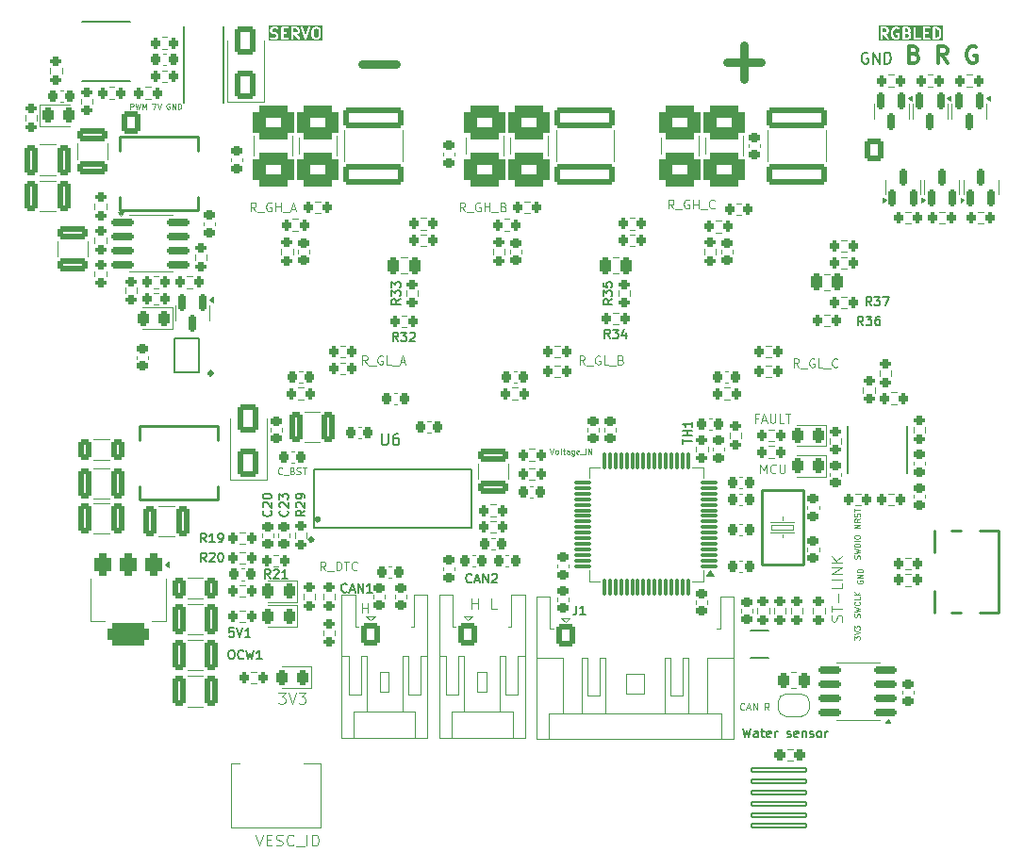
<source format=gbr>
%TF.GenerationSoftware,KiCad,Pcbnew,9.0.0*%
%TF.CreationDate,2025-07-24T21:17:22+09:00*%
%TF.ProjectId,AQUA_VESC,41515541-5f56-4455-9343-2e6b69636164,rev?*%
%TF.SameCoordinates,Original*%
%TF.FileFunction,Legend,Top*%
%TF.FilePolarity,Positive*%
%FSLAX46Y46*%
G04 Gerber Fmt 4.6, Leading zero omitted, Abs format (unit mm)*
G04 Created by KiCad (PCBNEW 9.0.0) date 2025-07-24 21:17:22*
%MOMM*%
%LPD*%
G01*
G04 APERTURE LIST*
G04 Aperture macros list*
%AMRoundRect*
0 Rectangle with rounded corners*
0 $1 Rounding radius*
0 $2 $3 $4 $5 $6 $7 $8 $9 X,Y pos of 4 corners*
0 Add a 4 corners polygon primitive as box body*
4,1,4,$2,$3,$4,$5,$6,$7,$8,$9,$2,$3,0*
0 Add four circle primitives for the rounded corners*
1,1,$1+$1,$2,$3*
1,1,$1+$1,$4,$5*
1,1,$1+$1,$6,$7*
1,1,$1+$1,$8,$9*
0 Add four rect primitives between the rounded corners*
20,1,$1+$1,$2,$3,$4,$5,0*
20,1,$1+$1,$4,$5,$6,$7,0*
20,1,$1+$1,$6,$7,$8,$9,0*
20,1,$1+$1,$8,$9,$2,$3,0*%
%AMFreePoly0*
4,1,23,0.500000,-0.750000,0.000000,-0.750000,0.000000,-0.745722,-0.065263,-0.745722,-0.191342,-0.711940,-0.304381,-0.646677,-0.396677,-0.554381,-0.461940,-0.441342,-0.495722,-0.315263,-0.495722,-0.250000,-0.500000,-0.250000,-0.500000,0.250000,-0.495722,0.250000,-0.495722,0.315263,-0.461940,0.441342,-0.396677,0.554381,-0.304381,0.646677,-0.191342,0.711940,-0.065263,0.745722,0.000000,0.745722,
0.000000,0.750000,0.500000,0.750000,0.500000,-0.750000,0.500000,-0.750000,$1*%
%AMFreePoly1*
4,1,23,0.000000,0.745722,0.065263,0.745722,0.191342,0.711940,0.304381,0.646677,0.396677,0.554381,0.461940,0.441342,0.495722,0.315263,0.495722,0.250000,0.500000,0.250000,0.500000,-0.250000,0.495722,-0.250000,0.495722,-0.315263,0.461940,-0.441342,0.396677,-0.554381,0.304381,-0.646677,0.191342,-0.711940,0.065263,-0.745722,0.000000,-0.745722,0.000000,-0.750000,-0.500000,-0.750000,
-0.500000,0.750000,0.000000,0.750000,0.000000,0.745722,0.000000,0.745722,$1*%
G04 Aperture macros list end*
%ADD10C,0.100000*%
%ADD11C,0.125000*%
%ADD12C,0.200000*%
%ADD13C,0.120000*%
%ADD14C,0.800000*%
%ADD15C,0.300000*%
%ADD16C,0.150000*%
%ADD17C,0.152400*%
%ADD18C,0.254000*%
%ADD19C,0.152500*%
%ADD20RoundRect,0.225000X-0.250000X0.225000X-0.250000X-0.225000X0.250000X-0.225000X0.250000X0.225000X0*%
%ADD21RoundRect,0.200000X-0.200000X-0.275000X0.200000X-0.275000X0.200000X0.275000X-0.200000X0.275000X0*%
%ADD22RoundRect,0.225000X0.225000X0.250000X-0.225000X0.250000X-0.225000X-0.250000X0.225000X-0.250000X0*%
%ADD23C,3.200000*%
%ADD24RoundRect,0.225000X-0.225000X-0.250000X0.225000X-0.250000X0.225000X0.250000X-0.225000X0.250000X0*%
%ADD25RoundRect,0.200000X0.275000X-0.200000X0.275000X0.200000X-0.275000X0.200000X-0.275000X-0.200000X0*%
%ADD26RoundRect,0.200000X0.200000X0.275000X-0.200000X0.275000X-0.200000X-0.275000X0.200000X-0.275000X0*%
%ADD27RoundRect,0.250000X-0.600000X-0.725000X0.600000X-0.725000X0.600000X0.725000X-0.600000X0.725000X0*%
%ADD28O,1.700000X1.950000*%
%ADD29RoundRect,0.150000X-0.150000X0.587500X-0.150000X-0.587500X0.150000X-0.587500X0.150000X0.587500X0*%
%ADD30R,1.016000X0.355600*%
%ADD31RoundRect,0.225000X0.250000X-0.225000X0.250000X0.225000X-0.250000X0.225000X-0.250000X-0.225000X0*%
%ADD32R,2.400000X3.200000*%
%ADD33RoundRect,0.243750X0.243750X0.456250X-0.243750X0.456250X-0.243750X-0.456250X0.243750X-0.456250X0*%
%ADD34RoundRect,0.250000X2.450000X-0.650000X2.450000X0.650000X-2.450000X0.650000X-2.450000X-0.650000X0*%
%ADD35RoundRect,0.250000X0.325000X1.100000X-0.325000X1.100000X-0.325000X-1.100000X0.325000X-1.100000X0*%
%ADD36RoundRect,0.250000X0.650000X-1.000000X0.650000X1.000000X-0.650000X1.000000X-0.650000X-1.000000X0*%
%ADD37RoundRect,0.250000X-0.325000X-1.100000X0.325000X-1.100000X0.325000X1.100000X-0.325000X1.100000X0*%
%ADD38RoundRect,0.564250X-1.275750X0.960750X-1.275750X-0.960750X1.275750X-0.960750X1.275750X0.960750X0*%
%ADD39R,2.590800X2.196600*%
%ADD40O,1.692000X0.364000*%
%ADD41R,1.400000X1.700000*%
%ADD42RoundRect,0.250000X-0.250000X-0.475000X0.250000X-0.475000X0.250000X0.475000X-0.250000X0.475000X0*%
%ADD43RoundRect,0.250000X0.325000X0.650000X-0.325000X0.650000X-0.325000X-0.650000X0.325000X-0.650000X0*%
%ADD44RoundRect,0.200000X-0.275000X0.200000X-0.275000X-0.200000X0.275000X-0.200000X0.275000X0.200000X0*%
%ADD45R,1.460500X0.558800*%
%ADD46RoundRect,0.375000X-0.375000X0.625000X-0.375000X-0.625000X0.375000X-0.625000X0.375000X0.625000X0*%
%ADD47RoundRect,0.500000X-1.400000X0.500000X-1.400000X-0.500000X1.400000X-0.500000X1.400000X0.500000X0*%
%ADD48FreePoly0,0.000000*%
%ADD49FreePoly1,0.000000*%
%ADD50R,2.400000X1.900000*%
%ADD51R,1.524000X0.400000*%
%ADD52R,1.220000X1.500000*%
%ADD53R,1.000000X1.000000*%
%ADD54RoundRect,0.243750X-0.243750X-0.456250X0.243750X-0.456250X0.243750X0.456250X-0.243750X0.456250X0*%
%ADD55C,0.800000*%
%ADD56C,7.000000*%
%ADD57R,0.558800X1.460500*%
%ADD58RoundRect,0.150000X0.825000X0.150000X-0.825000X0.150000X-0.825000X-0.150000X0.825000X-0.150000X0*%
%ADD59RoundRect,0.150000X-0.825000X-0.150000X0.825000X-0.150000X0.825000X0.150000X-0.825000X0.150000X0*%
%ADD60R,2.410000X3.300000*%
%ADD61RoundRect,0.250000X1.100000X-0.325000X1.100000X0.325000X-1.100000X0.325000X-1.100000X-0.325000X0*%
%ADD62RoundRect,0.250000X-0.262500X-0.450000X0.262500X-0.450000X0.262500X0.450000X-0.262500X0.450000X0*%
%ADD63RoundRect,0.075000X0.700000X0.075000X-0.700000X0.075000X-0.700000X-0.075000X0.700000X-0.075000X0*%
%ADD64RoundRect,0.075000X0.075000X0.700000X-0.075000X0.700000X-0.075000X-0.700000X0.075000X-0.700000X0*%
%ADD65RoundRect,0.250000X-1.100000X0.325000X-1.100000X-0.325000X1.100000X-0.325000X1.100000X0.325000X0*%
%ADD66RoundRect,0.075000X-2.425000X-0.175000X2.425000X-0.175000X2.425000X0.175000X-2.425000X0.175000X0*%
%ADD67RoundRect,0.150000X0.150000X-0.587500X0.150000X0.587500X-0.150000X0.587500X-0.150000X-0.587500X0*%
%ADD68RoundRect,0.250000X-0.325000X-0.650000X0.325000X-0.650000X0.325000X0.650000X-0.325000X0.650000X0*%
%ADD69RoundRect,0.237500X-0.250000X-0.237500X0.250000X-0.237500X0.250000X0.237500X-0.250000X0.237500X0*%
%ADD70O,0.280000X1.715000*%
%ADD71R,5.825000X3.235000*%
%ADD72R,1.905000X2.000000*%
%ADD73O,1.905000X2.000000*%
%ADD74R,1.700000X1.700000*%
%ADD75O,1.700000X1.700000*%
G04 APERTURE END LIST*
D10*
X74750000Y-95500000D02*
X74750000Y-89750000D01*
X66750000Y-95500000D02*
X74750000Y-95500000D01*
X74750000Y-89750000D02*
X73250000Y-89750000D01*
X66750000Y-89750000D02*
X66750000Y-95500000D01*
X67500000Y-89750000D02*
X66750000Y-89750000D01*
X114022931Y-58727847D02*
X113756265Y-58727847D01*
X113756265Y-59146895D02*
X113756265Y-58346895D01*
X113756265Y-58346895D02*
X114137217Y-58346895D01*
X114403883Y-58918323D02*
X114784836Y-58918323D01*
X114327693Y-59146895D02*
X114594360Y-58346895D01*
X114594360Y-58346895D02*
X114861026Y-59146895D01*
X115127693Y-58346895D02*
X115127693Y-58994514D01*
X115127693Y-58994514D02*
X115165788Y-59070704D01*
X115165788Y-59070704D02*
X115203883Y-59108800D01*
X115203883Y-59108800D02*
X115280074Y-59146895D01*
X115280074Y-59146895D02*
X115432455Y-59146895D01*
X115432455Y-59146895D02*
X115508645Y-59108800D01*
X115508645Y-59108800D02*
X115546740Y-59070704D01*
X115546740Y-59070704D02*
X115584836Y-58994514D01*
X115584836Y-58994514D02*
X115584836Y-58346895D01*
X116346740Y-59146895D02*
X115965788Y-59146895D01*
X115965788Y-59146895D02*
X115965788Y-58346895D01*
X116499121Y-58346895D02*
X116956264Y-58346895D01*
X116727692Y-59146895D02*
X116727692Y-58346895D01*
X114256265Y-63646895D02*
X114256265Y-62846895D01*
X114256265Y-62846895D02*
X114522931Y-63418323D01*
X114522931Y-63418323D02*
X114789598Y-62846895D01*
X114789598Y-62846895D02*
X114789598Y-63646895D01*
X115627694Y-63570704D02*
X115589598Y-63608800D01*
X115589598Y-63608800D02*
X115475313Y-63646895D01*
X115475313Y-63646895D02*
X115399122Y-63646895D01*
X115399122Y-63646895D02*
X115284836Y-63608800D01*
X115284836Y-63608800D02*
X115208646Y-63532609D01*
X115208646Y-63532609D02*
X115170551Y-63456419D01*
X115170551Y-63456419D02*
X115132455Y-63304038D01*
X115132455Y-63304038D02*
X115132455Y-63189752D01*
X115132455Y-63189752D02*
X115170551Y-63037371D01*
X115170551Y-63037371D02*
X115208646Y-62961180D01*
X115208646Y-62961180D02*
X115284836Y-62884990D01*
X115284836Y-62884990D02*
X115399122Y-62846895D01*
X115399122Y-62846895D02*
X115475313Y-62846895D01*
X115475313Y-62846895D02*
X115589598Y-62884990D01*
X115589598Y-62884990D02*
X115627694Y-62923085D01*
X115970551Y-62846895D02*
X115970551Y-63494514D01*
X115970551Y-63494514D02*
X116008646Y-63570704D01*
X116008646Y-63570704D02*
X116046741Y-63608800D01*
X116046741Y-63608800D02*
X116122932Y-63646895D01*
X116122932Y-63646895D02*
X116275313Y-63646895D01*
X116275313Y-63646895D02*
X116351503Y-63608800D01*
X116351503Y-63608800D02*
X116389598Y-63570704D01*
X116389598Y-63570704D02*
X116427694Y-63494514D01*
X116427694Y-63494514D02*
X116427694Y-62846895D01*
D11*
X70975093Y-83371119D02*
X71594140Y-83371119D01*
X71594140Y-83371119D02*
X71260807Y-83752071D01*
X71260807Y-83752071D02*
X71403664Y-83752071D01*
X71403664Y-83752071D02*
X71498902Y-83799690D01*
X71498902Y-83799690D02*
X71546521Y-83847309D01*
X71546521Y-83847309D02*
X71594140Y-83942547D01*
X71594140Y-83942547D02*
X71594140Y-84180642D01*
X71594140Y-84180642D02*
X71546521Y-84275880D01*
X71546521Y-84275880D02*
X71498902Y-84323500D01*
X71498902Y-84323500D02*
X71403664Y-84371119D01*
X71403664Y-84371119D02*
X71117950Y-84371119D01*
X71117950Y-84371119D02*
X71022712Y-84323500D01*
X71022712Y-84323500D02*
X70975093Y-84275880D01*
X71879855Y-83371119D02*
X72213188Y-84371119D01*
X72213188Y-84371119D02*
X72546521Y-83371119D01*
X72784617Y-83371119D02*
X73403664Y-83371119D01*
X73403664Y-83371119D02*
X73070331Y-83752071D01*
X73070331Y-83752071D02*
X73213188Y-83752071D01*
X73213188Y-83752071D02*
X73308426Y-83799690D01*
X73308426Y-83799690D02*
X73356045Y-83847309D01*
X73356045Y-83847309D02*
X73403664Y-83942547D01*
X73403664Y-83942547D02*
X73403664Y-84180642D01*
X73403664Y-84180642D02*
X73356045Y-84275880D01*
X73356045Y-84275880D02*
X73308426Y-84323500D01*
X73308426Y-84323500D02*
X73213188Y-84371119D01*
X73213188Y-84371119D02*
X72927474Y-84371119D01*
X72927474Y-84371119D02*
X72832236Y-84323500D01*
X72832236Y-84323500D02*
X72784617Y-84275880D01*
D12*
G36*
X74500912Y-23747023D02*
G01*
X74565091Y-23811202D01*
X74603006Y-23962861D01*
X74603006Y-24271575D01*
X74565090Y-24423235D01*
X74500914Y-24487413D01*
X74441304Y-24517219D01*
X74298042Y-24517219D01*
X74238432Y-24487414D01*
X74174255Y-24423236D01*
X74136340Y-24271575D01*
X74136340Y-23962862D01*
X74174255Y-23811202D01*
X74238434Y-23747023D01*
X74298042Y-23717219D01*
X74441304Y-23717219D01*
X74500912Y-23747023D01*
G37*
G36*
X72643770Y-23747024D02*
G01*
X72668439Y-23771692D01*
X72698244Y-23831302D01*
X72698244Y-23926945D01*
X72668439Y-23986554D01*
X72643770Y-24011222D01*
X72584161Y-24041028D01*
X72326816Y-24041028D01*
X72326816Y-23717219D01*
X72584161Y-23717219D01*
X72643770Y-23747024D01*
G37*
G36*
X74914117Y-24828330D02*
G01*
X70110943Y-24828330D01*
X70110943Y-23807695D01*
X70222054Y-23807695D01*
X70222054Y-23902933D01*
X70223975Y-23922442D01*
X70225350Y-23925762D01*
X70225605Y-23929346D01*
X70232611Y-23947654D01*
X70280230Y-24042892D01*
X70285515Y-24051288D01*
X70286526Y-24053728D01*
X70288779Y-24056474D01*
X70290673Y-24059482D01*
X70292667Y-24061211D01*
X70298962Y-24068882D01*
X70346581Y-24116500D01*
X70354247Y-24122792D01*
X70355980Y-24124790D01*
X70358988Y-24126683D01*
X70361734Y-24128937D01*
X70364174Y-24129947D01*
X70372571Y-24135233D01*
X70467808Y-24182852D01*
X70469236Y-24183398D01*
X70469816Y-24183828D01*
X70477992Y-24186749D01*
X70486117Y-24189858D01*
X70486837Y-24189909D01*
X70488276Y-24190423D01*
X70668101Y-24235379D01*
X70739008Y-24270833D01*
X70763677Y-24295501D01*
X70793482Y-24355111D01*
X70793482Y-24403135D01*
X70763677Y-24462743D01*
X70739008Y-24487413D01*
X70679399Y-24517219D01*
X70481137Y-24517219D01*
X70353677Y-24474732D01*
X70334561Y-24470385D01*
X70295641Y-24473151D01*
X70260742Y-24490601D01*
X70235177Y-24520077D01*
X70222839Y-24557093D01*
X70225605Y-24596013D01*
X70243055Y-24630912D01*
X70272531Y-24656477D01*
X70290431Y-24664468D01*
X70433288Y-24712087D01*
X70442960Y-24714286D01*
X70445402Y-24715298D01*
X70448939Y-24715646D01*
X70452403Y-24716434D01*
X70455037Y-24716246D01*
X70464911Y-24717219D01*
X70703006Y-24717219D01*
X70722515Y-24715298D01*
X70725835Y-24713922D01*
X70729419Y-24713668D01*
X70747727Y-24706662D01*
X70842965Y-24659043D01*
X70851360Y-24653758D01*
X70853802Y-24652747D01*
X70856549Y-24650491D01*
X70859555Y-24648600D01*
X70861285Y-24646605D01*
X70868955Y-24640310D01*
X70916574Y-24592690D01*
X70922866Y-24585023D01*
X70924863Y-24583292D01*
X70926756Y-24580284D01*
X70929011Y-24577537D01*
X70930022Y-24575095D01*
X70935306Y-24566701D01*
X70982925Y-24471464D01*
X70989931Y-24453155D01*
X70990185Y-24449571D01*
X70991561Y-24446251D01*
X70993482Y-24426742D01*
X70993482Y-24331504D01*
X70991561Y-24311995D01*
X70990185Y-24308674D01*
X70989931Y-24305091D01*
X70982925Y-24286782D01*
X70935306Y-24191545D01*
X70930020Y-24183148D01*
X70929010Y-24180708D01*
X70926756Y-24177962D01*
X70924863Y-24174954D01*
X70922865Y-24173221D01*
X70916573Y-24165555D01*
X70868955Y-24117936D01*
X70861284Y-24111641D01*
X70859555Y-24109647D01*
X70856547Y-24107753D01*
X70853801Y-24105500D01*
X70851361Y-24104489D01*
X70842965Y-24099204D01*
X70747727Y-24051585D01*
X70746300Y-24051039D01*
X70745720Y-24050609D01*
X70737543Y-24047687D01*
X70729419Y-24044579D01*
X70728696Y-24044527D01*
X70727259Y-24044014D01*
X70547434Y-23999057D01*
X70476527Y-23963604D01*
X70451859Y-23938935D01*
X70422054Y-23879325D01*
X70422054Y-23831302D01*
X70451859Y-23771692D01*
X70476527Y-23747023D01*
X70536137Y-23717219D01*
X70734398Y-23717219D01*
X70861859Y-23759706D01*
X70880974Y-23764053D01*
X70919894Y-23761287D01*
X70954793Y-23743837D01*
X70980358Y-23714361D01*
X70992697Y-23677345D01*
X70989930Y-23638425D01*
X70979327Y-23617219D01*
X71222054Y-23617219D01*
X71222054Y-24617219D01*
X71223975Y-24636728D01*
X71238907Y-24672776D01*
X71266497Y-24700366D01*
X71302545Y-24715298D01*
X71322054Y-24717219D01*
X71798244Y-24717219D01*
X71817753Y-24715298D01*
X71853801Y-24700366D01*
X71881391Y-24672776D01*
X71896323Y-24636728D01*
X71896323Y-24597710D01*
X71881391Y-24561662D01*
X71853801Y-24534072D01*
X71817753Y-24519140D01*
X71798244Y-24517219D01*
X71422054Y-24517219D01*
X71422054Y-24193409D01*
X71655387Y-24193409D01*
X71674896Y-24191488D01*
X71710944Y-24176556D01*
X71738534Y-24148966D01*
X71753466Y-24112918D01*
X71753466Y-24073900D01*
X71738534Y-24037852D01*
X71710944Y-24010262D01*
X71674896Y-23995330D01*
X71655387Y-23993409D01*
X71422054Y-23993409D01*
X71422054Y-23717219D01*
X71798244Y-23717219D01*
X71817753Y-23715298D01*
X71853801Y-23700366D01*
X71881391Y-23672776D01*
X71896323Y-23636728D01*
X71896323Y-23617219D01*
X72126816Y-23617219D01*
X72126816Y-24617219D01*
X72128737Y-24636728D01*
X72143669Y-24672776D01*
X72171259Y-24700366D01*
X72207307Y-24715298D01*
X72246325Y-24715298D01*
X72282373Y-24700366D01*
X72309963Y-24672776D01*
X72324895Y-24636728D01*
X72326816Y-24617219D01*
X72326816Y-24241028D01*
X72412846Y-24241028D01*
X72716321Y-24674565D01*
X72729082Y-24689446D01*
X72761987Y-24710415D01*
X72800412Y-24717196D01*
X72838506Y-24708756D01*
X72870471Y-24686381D01*
X72891440Y-24653476D01*
X72898221Y-24615052D01*
X72889781Y-24576957D01*
X72880167Y-24559873D01*
X72650199Y-24231347D01*
X72652489Y-24230471D01*
X72747727Y-24182852D01*
X72756123Y-24177566D01*
X72758563Y-24176556D01*
X72761309Y-24174302D01*
X72764317Y-24172409D01*
X72766046Y-24170414D01*
X72773717Y-24164120D01*
X72821335Y-24116501D01*
X72827627Y-24108834D01*
X72829625Y-24107102D01*
X72831518Y-24104093D01*
X72833772Y-24101348D01*
X72834782Y-24098907D01*
X72840068Y-24090511D01*
X72887687Y-23995274D01*
X72894693Y-23976965D01*
X72894947Y-23973381D01*
X72896323Y-23970061D01*
X72898244Y-23950552D01*
X72898244Y-23807695D01*
X72896323Y-23788186D01*
X72894947Y-23784865D01*
X72894693Y-23781282D01*
X72887687Y-23762973D01*
X72840068Y-23667736D01*
X72834782Y-23659339D01*
X72833772Y-23656899D01*
X72831518Y-23654153D01*
X72829625Y-23651145D01*
X72827627Y-23649412D01*
X72821335Y-23641746D01*
X72809315Y-23629726D01*
X72984744Y-23629726D01*
X72989091Y-23648842D01*
X73322424Y-24648841D01*
X73330415Y-24666742D01*
X73335098Y-24672141D01*
X73338293Y-24678531D01*
X73347764Y-24686746D01*
X73355980Y-24696218D01*
X73362368Y-24699412D01*
X73367769Y-24704096D01*
X73379670Y-24708063D01*
X73390879Y-24713667D01*
X73398003Y-24714173D01*
X73404785Y-24716434D01*
X73417294Y-24715544D01*
X73429799Y-24716434D01*
X73436577Y-24714174D01*
X73443705Y-24713668D01*
X73454921Y-24708059D01*
X73466815Y-24704095D01*
X73472212Y-24699414D01*
X73478604Y-24696218D01*
X73486822Y-24686742D01*
X73496291Y-24678530D01*
X73499484Y-24672143D01*
X73504169Y-24666742D01*
X73512160Y-24648842D01*
X73744923Y-23950552D01*
X73936340Y-23950552D01*
X73936340Y-24283885D01*
X73936675Y-24287287D01*
X73936458Y-24288746D01*
X73937537Y-24296043D01*
X73938261Y-24303394D01*
X73938825Y-24304757D01*
X73939326Y-24308139D01*
X73986945Y-24498614D01*
X73993540Y-24517075D01*
X73997965Y-24523047D01*
X74000811Y-24529918D01*
X74013248Y-24545071D01*
X74108486Y-24640311D01*
X74116154Y-24646604D01*
X74117885Y-24648600D01*
X74120892Y-24650493D01*
X74123639Y-24652747D01*
X74126079Y-24653757D01*
X74134476Y-24659043D01*
X74229713Y-24706662D01*
X74248022Y-24713668D01*
X74251605Y-24713922D01*
X74254926Y-24715298D01*
X74274435Y-24717219D01*
X74464911Y-24717219D01*
X74484420Y-24715298D01*
X74487740Y-24713922D01*
X74491324Y-24713668D01*
X74509632Y-24706662D01*
X74604870Y-24659043D01*
X74613265Y-24653758D01*
X74615707Y-24652747D01*
X74618454Y-24650491D01*
X74621460Y-24648600D01*
X74623190Y-24646605D01*
X74630860Y-24640310D01*
X74726098Y-24545071D01*
X74738535Y-24529918D01*
X74741380Y-24523047D01*
X74745806Y-24517075D01*
X74752401Y-24498615D01*
X74800020Y-24308139D01*
X74800520Y-24304757D01*
X74801085Y-24303394D01*
X74801808Y-24296043D01*
X74802888Y-24288746D01*
X74802670Y-24287287D01*
X74803006Y-24283885D01*
X74803006Y-23950552D01*
X74802670Y-23947149D01*
X74802888Y-23945691D01*
X74801808Y-23938393D01*
X74801085Y-23931043D01*
X74800520Y-23929679D01*
X74800020Y-23926298D01*
X74752401Y-23735822D01*
X74745806Y-23717362D01*
X74741379Y-23711387D01*
X74738534Y-23704519D01*
X74726098Y-23689365D01*
X74630860Y-23594127D01*
X74623189Y-23587832D01*
X74621460Y-23585838D01*
X74618452Y-23583944D01*
X74615706Y-23581691D01*
X74613266Y-23580680D01*
X74604870Y-23575395D01*
X74509632Y-23527776D01*
X74491324Y-23520770D01*
X74487740Y-23520515D01*
X74484420Y-23519140D01*
X74464911Y-23517219D01*
X74274435Y-23517219D01*
X74254926Y-23519140D01*
X74251605Y-23520515D01*
X74248022Y-23520770D01*
X74229713Y-23527776D01*
X74134476Y-23575395D01*
X74126077Y-23580681D01*
X74123640Y-23581691D01*
X74120896Y-23583942D01*
X74117885Y-23585838D01*
X74116152Y-23587835D01*
X74108486Y-23594127D01*
X74013248Y-23689365D01*
X74000812Y-23704519D01*
X73997966Y-23711387D01*
X73993540Y-23717362D01*
X73986945Y-23735823D01*
X73939326Y-23926298D01*
X73938825Y-23929679D01*
X73938261Y-23931043D01*
X73937537Y-23938393D01*
X73936458Y-23945691D01*
X73936675Y-23947149D01*
X73936340Y-23950552D01*
X73744923Y-23950552D01*
X73845493Y-23648842D01*
X73849840Y-23629727D01*
X73847074Y-23590807D01*
X73829624Y-23555908D01*
X73800148Y-23530343D01*
X73763132Y-23518004D01*
X73724212Y-23520771D01*
X73689313Y-23538220D01*
X73663748Y-23567696D01*
X73655757Y-23585597D01*
X73417292Y-24300991D01*
X73178827Y-23585596D01*
X73170836Y-23567696D01*
X73145271Y-23538220D01*
X73110372Y-23520770D01*
X73071452Y-23518004D01*
X73034436Y-23530342D01*
X73004960Y-23555907D01*
X72987510Y-23590806D01*
X72984744Y-23629726D01*
X72809315Y-23629726D01*
X72773717Y-23594127D01*
X72766046Y-23587832D01*
X72764317Y-23585838D01*
X72761309Y-23583944D01*
X72758563Y-23581691D01*
X72756123Y-23580680D01*
X72747727Y-23575395D01*
X72652489Y-23527776D01*
X72634181Y-23520770D01*
X72630597Y-23520515D01*
X72627277Y-23519140D01*
X72607768Y-23517219D01*
X72226816Y-23517219D01*
X72207307Y-23519140D01*
X72171259Y-23534072D01*
X72143669Y-23561662D01*
X72128737Y-23597710D01*
X72126816Y-23617219D01*
X71896323Y-23617219D01*
X71896323Y-23597710D01*
X71881391Y-23561662D01*
X71853801Y-23534072D01*
X71817753Y-23519140D01*
X71798244Y-23517219D01*
X71322054Y-23517219D01*
X71302545Y-23519140D01*
X71266497Y-23534072D01*
X71238907Y-23561662D01*
X71223975Y-23597710D01*
X71222054Y-23617219D01*
X70979327Y-23617219D01*
X70972481Y-23603526D01*
X70943005Y-23577961D01*
X70925104Y-23569970D01*
X70782248Y-23522351D01*
X70772576Y-23520151D01*
X70770134Y-23519140D01*
X70766595Y-23518791D01*
X70763132Y-23518004D01*
X70760498Y-23518191D01*
X70750625Y-23517219D01*
X70512530Y-23517219D01*
X70493021Y-23519140D01*
X70489700Y-23520515D01*
X70486117Y-23520770D01*
X70467808Y-23527776D01*
X70372571Y-23575395D01*
X70364174Y-23580680D01*
X70361734Y-23581691D01*
X70358988Y-23583944D01*
X70355980Y-23585838D01*
X70354247Y-23587835D01*
X70346581Y-23594128D01*
X70298962Y-23641746D01*
X70292667Y-23649416D01*
X70290673Y-23651146D01*
X70288779Y-23654153D01*
X70286526Y-23656900D01*
X70285515Y-23659339D01*
X70280230Y-23667736D01*
X70232611Y-23762974D01*
X70225605Y-23781282D01*
X70225350Y-23784865D01*
X70223975Y-23788186D01*
X70222054Y-23807695D01*
X70110943Y-23807695D01*
X70110943Y-23406108D01*
X74914117Y-23406108D01*
X74914117Y-24828330D01*
G37*
D10*
X75213408Y-72396895D02*
X74946741Y-72015942D01*
X74756265Y-72396895D02*
X74756265Y-71596895D01*
X74756265Y-71596895D02*
X75061027Y-71596895D01*
X75061027Y-71596895D02*
X75137217Y-71634990D01*
X75137217Y-71634990D02*
X75175312Y-71673085D01*
X75175312Y-71673085D02*
X75213408Y-71749276D01*
X75213408Y-71749276D02*
X75213408Y-71863561D01*
X75213408Y-71863561D02*
X75175312Y-71939752D01*
X75175312Y-71939752D02*
X75137217Y-71977847D01*
X75137217Y-71977847D02*
X75061027Y-72015942D01*
X75061027Y-72015942D02*
X74756265Y-72015942D01*
X75365789Y-72473085D02*
X75975312Y-72473085D01*
X76165789Y-72396895D02*
X76165789Y-71596895D01*
X76165789Y-71596895D02*
X76356265Y-71596895D01*
X76356265Y-71596895D02*
X76470551Y-71634990D01*
X76470551Y-71634990D02*
X76546741Y-71711180D01*
X76546741Y-71711180D02*
X76584836Y-71787371D01*
X76584836Y-71787371D02*
X76622932Y-71939752D01*
X76622932Y-71939752D02*
X76622932Y-72054038D01*
X76622932Y-72054038D02*
X76584836Y-72206419D01*
X76584836Y-72206419D02*
X76546741Y-72282609D01*
X76546741Y-72282609D02*
X76470551Y-72358800D01*
X76470551Y-72358800D02*
X76356265Y-72396895D01*
X76356265Y-72396895D02*
X76165789Y-72396895D01*
X76851503Y-71596895D02*
X77308646Y-71596895D01*
X77080074Y-72396895D02*
X77080074Y-71596895D01*
X78032456Y-72320704D02*
X77994360Y-72358800D01*
X77994360Y-72358800D02*
X77880075Y-72396895D01*
X77880075Y-72396895D02*
X77803884Y-72396895D01*
X77803884Y-72396895D02*
X77689598Y-72358800D01*
X77689598Y-72358800D02*
X77613408Y-72282609D01*
X77613408Y-72282609D02*
X77575313Y-72206419D01*
X77575313Y-72206419D02*
X77537217Y-72054038D01*
X77537217Y-72054038D02*
X77537217Y-71939752D01*
X77537217Y-71939752D02*
X77575313Y-71787371D01*
X77575313Y-71787371D02*
X77613408Y-71711180D01*
X77613408Y-71711180D02*
X77689598Y-71634990D01*
X77689598Y-71634990D02*
X77803884Y-71596895D01*
X77803884Y-71596895D02*
X77880075Y-71596895D01*
X77880075Y-71596895D02*
X77994360Y-71634990D01*
X77994360Y-71634990D02*
X78032456Y-71673085D01*
X121574800Y-76993734D02*
X121622419Y-76850877D01*
X121622419Y-76850877D02*
X121622419Y-76612782D01*
X121622419Y-76612782D02*
X121574800Y-76517544D01*
X121574800Y-76517544D02*
X121527180Y-76469925D01*
X121527180Y-76469925D02*
X121431942Y-76422306D01*
X121431942Y-76422306D02*
X121336704Y-76422306D01*
X121336704Y-76422306D02*
X121241466Y-76469925D01*
X121241466Y-76469925D02*
X121193847Y-76517544D01*
X121193847Y-76517544D02*
X121146228Y-76612782D01*
X121146228Y-76612782D02*
X121098609Y-76803258D01*
X121098609Y-76803258D02*
X121050990Y-76898496D01*
X121050990Y-76898496D02*
X121003371Y-76946115D01*
X121003371Y-76946115D02*
X120908133Y-76993734D01*
X120908133Y-76993734D02*
X120812895Y-76993734D01*
X120812895Y-76993734D02*
X120717657Y-76946115D01*
X120717657Y-76946115D02*
X120670038Y-76898496D01*
X120670038Y-76898496D02*
X120622419Y-76803258D01*
X120622419Y-76803258D02*
X120622419Y-76565163D01*
X120622419Y-76565163D02*
X120670038Y-76422306D01*
X120622419Y-76136591D02*
X120622419Y-75565163D01*
X121622419Y-75850877D02*
X120622419Y-75850877D01*
X121241466Y-75231829D02*
X121241466Y-74469925D01*
X121622419Y-73517544D02*
X121622419Y-73993734D01*
X121622419Y-73993734D02*
X120622419Y-73993734D01*
X121622419Y-73184210D02*
X120622419Y-73184210D01*
X121622419Y-72708020D02*
X120622419Y-72708020D01*
X120622419Y-72708020D02*
X121622419Y-72136592D01*
X121622419Y-72136592D02*
X120622419Y-72136592D01*
X121622419Y-71660401D02*
X120622419Y-71660401D01*
X121622419Y-71088973D02*
X121050990Y-71517544D01*
X120622419Y-71088973D02*
X121193847Y-71660401D01*
X61196741Y-30457419D02*
X61149122Y-30433609D01*
X61149122Y-30433609D02*
X61077693Y-30433609D01*
X61077693Y-30433609D02*
X61006265Y-30457419D01*
X61006265Y-30457419D02*
X60958646Y-30505038D01*
X60958646Y-30505038D02*
X60934836Y-30552657D01*
X60934836Y-30552657D02*
X60911027Y-30647895D01*
X60911027Y-30647895D02*
X60911027Y-30719323D01*
X60911027Y-30719323D02*
X60934836Y-30814561D01*
X60934836Y-30814561D02*
X60958646Y-30862180D01*
X60958646Y-30862180D02*
X61006265Y-30909800D01*
X61006265Y-30909800D02*
X61077693Y-30933609D01*
X61077693Y-30933609D02*
X61125312Y-30933609D01*
X61125312Y-30933609D02*
X61196741Y-30909800D01*
X61196741Y-30909800D02*
X61220550Y-30885990D01*
X61220550Y-30885990D02*
X61220550Y-30719323D01*
X61220550Y-30719323D02*
X61125312Y-30719323D01*
X61434836Y-30933609D02*
X61434836Y-30433609D01*
X61434836Y-30433609D02*
X61720550Y-30933609D01*
X61720550Y-30933609D02*
X61720550Y-30433609D01*
X61958646Y-30933609D02*
X61958646Y-30433609D01*
X61958646Y-30433609D02*
X62077694Y-30433609D01*
X62077694Y-30433609D02*
X62149122Y-30457419D01*
X62149122Y-30457419D02*
X62196741Y-30505038D01*
X62196741Y-30505038D02*
X62220551Y-30552657D01*
X62220551Y-30552657D02*
X62244360Y-30647895D01*
X62244360Y-30647895D02*
X62244360Y-30719323D01*
X62244360Y-30719323D02*
X62220551Y-30814561D01*
X62220551Y-30814561D02*
X62196741Y-30862180D01*
X62196741Y-30862180D02*
X62149122Y-30909800D01*
X62149122Y-30909800D02*
X62077694Y-30933609D01*
X62077694Y-30933609D02*
X61958646Y-30933609D01*
X59637217Y-30433609D02*
X59970550Y-30433609D01*
X59970550Y-30433609D02*
X59756265Y-30933609D01*
X60089598Y-30433609D02*
X60256264Y-30933609D01*
X60256264Y-30933609D02*
X60422931Y-30433609D01*
D11*
X88320331Y-75871119D02*
X88320331Y-74871119D01*
X88320331Y-75347309D02*
X88891759Y-75347309D01*
X88891759Y-75871119D02*
X88891759Y-74871119D01*
X90606045Y-75871119D02*
X90129855Y-75871119D01*
X90129855Y-75871119D02*
X90129855Y-74871119D01*
D10*
X68963408Y-40146895D02*
X68696741Y-39765942D01*
X68506265Y-40146895D02*
X68506265Y-39346895D01*
X68506265Y-39346895D02*
X68811027Y-39346895D01*
X68811027Y-39346895D02*
X68887217Y-39384990D01*
X68887217Y-39384990D02*
X68925312Y-39423085D01*
X68925312Y-39423085D02*
X68963408Y-39499276D01*
X68963408Y-39499276D02*
X68963408Y-39613561D01*
X68963408Y-39613561D02*
X68925312Y-39689752D01*
X68925312Y-39689752D02*
X68887217Y-39727847D01*
X68887217Y-39727847D02*
X68811027Y-39765942D01*
X68811027Y-39765942D02*
X68506265Y-39765942D01*
X69115789Y-40223085D02*
X69725312Y-40223085D01*
X70334836Y-39384990D02*
X70258646Y-39346895D01*
X70258646Y-39346895D02*
X70144360Y-39346895D01*
X70144360Y-39346895D02*
X70030074Y-39384990D01*
X70030074Y-39384990D02*
X69953884Y-39461180D01*
X69953884Y-39461180D02*
X69915789Y-39537371D01*
X69915789Y-39537371D02*
X69877693Y-39689752D01*
X69877693Y-39689752D02*
X69877693Y-39804038D01*
X69877693Y-39804038D02*
X69915789Y-39956419D01*
X69915789Y-39956419D02*
X69953884Y-40032609D01*
X69953884Y-40032609D02*
X70030074Y-40108800D01*
X70030074Y-40108800D02*
X70144360Y-40146895D01*
X70144360Y-40146895D02*
X70220551Y-40146895D01*
X70220551Y-40146895D02*
X70334836Y-40108800D01*
X70334836Y-40108800D02*
X70372932Y-40070704D01*
X70372932Y-40070704D02*
X70372932Y-39804038D01*
X70372932Y-39804038D02*
X70220551Y-39804038D01*
X70715789Y-40146895D02*
X70715789Y-39346895D01*
X70715789Y-39727847D02*
X71172932Y-39727847D01*
X71172932Y-40146895D02*
X71172932Y-39346895D01*
X71363408Y-40223085D02*
X71972931Y-40223085D01*
X72125312Y-39918323D02*
X72506265Y-39918323D01*
X72049122Y-40146895D02*
X72315789Y-39346895D01*
X72315789Y-39346895D02*
X72582455Y-40146895D01*
X98463408Y-53896895D02*
X98196741Y-53515942D01*
X98006265Y-53896895D02*
X98006265Y-53096895D01*
X98006265Y-53096895D02*
X98311027Y-53096895D01*
X98311027Y-53096895D02*
X98387217Y-53134990D01*
X98387217Y-53134990D02*
X98425312Y-53173085D01*
X98425312Y-53173085D02*
X98463408Y-53249276D01*
X98463408Y-53249276D02*
X98463408Y-53363561D01*
X98463408Y-53363561D02*
X98425312Y-53439752D01*
X98425312Y-53439752D02*
X98387217Y-53477847D01*
X98387217Y-53477847D02*
X98311027Y-53515942D01*
X98311027Y-53515942D02*
X98006265Y-53515942D01*
X98615789Y-53973085D02*
X99225312Y-53973085D01*
X99834836Y-53134990D02*
X99758646Y-53096895D01*
X99758646Y-53096895D02*
X99644360Y-53096895D01*
X99644360Y-53096895D02*
X99530074Y-53134990D01*
X99530074Y-53134990D02*
X99453884Y-53211180D01*
X99453884Y-53211180D02*
X99415789Y-53287371D01*
X99415789Y-53287371D02*
X99377693Y-53439752D01*
X99377693Y-53439752D02*
X99377693Y-53554038D01*
X99377693Y-53554038D02*
X99415789Y-53706419D01*
X99415789Y-53706419D02*
X99453884Y-53782609D01*
X99453884Y-53782609D02*
X99530074Y-53858800D01*
X99530074Y-53858800D02*
X99644360Y-53896895D01*
X99644360Y-53896895D02*
X99720551Y-53896895D01*
X99720551Y-53896895D02*
X99834836Y-53858800D01*
X99834836Y-53858800D02*
X99872932Y-53820704D01*
X99872932Y-53820704D02*
X99872932Y-53554038D01*
X99872932Y-53554038D02*
X99720551Y-53554038D01*
X100596741Y-53896895D02*
X100215789Y-53896895D01*
X100215789Y-53896895D02*
X100215789Y-53096895D01*
X100672932Y-53973085D02*
X101282455Y-53973085D01*
X101739598Y-53477847D02*
X101853884Y-53515942D01*
X101853884Y-53515942D02*
X101891979Y-53554038D01*
X101891979Y-53554038D02*
X101930075Y-53630228D01*
X101930075Y-53630228D02*
X101930075Y-53744514D01*
X101930075Y-53744514D02*
X101891979Y-53820704D01*
X101891979Y-53820704D02*
X101853884Y-53858800D01*
X101853884Y-53858800D02*
X101777694Y-53896895D01*
X101777694Y-53896895D02*
X101472932Y-53896895D01*
X101472932Y-53896895D02*
X101472932Y-53096895D01*
X101472932Y-53096895D02*
X101739598Y-53096895D01*
X101739598Y-53096895D02*
X101815789Y-53134990D01*
X101815789Y-53134990D02*
X101853884Y-53173085D01*
X101853884Y-53173085D02*
X101891979Y-53249276D01*
X101891979Y-53249276D02*
X101891979Y-53325466D01*
X101891979Y-53325466D02*
X101853884Y-53401657D01*
X101853884Y-53401657D02*
X101815789Y-53439752D01*
X101815789Y-53439752D02*
X101739598Y-53477847D01*
X101739598Y-53477847D02*
X101472932Y-53477847D01*
X122683609Y-78612782D02*
X122683609Y-78303258D01*
X122683609Y-78303258D02*
X122874085Y-78469925D01*
X122874085Y-78469925D02*
X122874085Y-78398496D01*
X122874085Y-78398496D02*
X122897895Y-78350877D01*
X122897895Y-78350877D02*
X122921704Y-78327068D01*
X122921704Y-78327068D02*
X122969323Y-78303258D01*
X122969323Y-78303258D02*
X123088371Y-78303258D01*
X123088371Y-78303258D02*
X123135990Y-78327068D01*
X123135990Y-78327068D02*
X123159800Y-78350877D01*
X123159800Y-78350877D02*
X123183609Y-78398496D01*
X123183609Y-78398496D02*
X123183609Y-78541353D01*
X123183609Y-78541353D02*
X123159800Y-78588972D01*
X123159800Y-78588972D02*
X123135990Y-78612782D01*
X122683609Y-78160401D02*
X123183609Y-77993735D01*
X123183609Y-77993735D02*
X122683609Y-77827068D01*
X122683609Y-77708021D02*
X122683609Y-77398497D01*
X122683609Y-77398497D02*
X122874085Y-77565164D01*
X122874085Y-77565164D02*
X122874085Y-77493735D01*
X122874085Y-77493735D02*
X122897895Y-77446116D01*
X122897895Y-77446116D02*
X122921704Y-77422307D01*
X122921704Y-77422307D02*
X122969323Y-77398497D01*
X122969323Y-77398497D02*
X123088371Y-77398497D01*
X123088371Y-77398497D02*
X123135990Y-77422307D01*
X123135990Y-77422307D02*
X123159800Y-77446116D01*
X123159800Y-77446116D02*
X123183609Y-77493735D01*
X123183609Y-77493735D02*
X123183609Y-77636592D01*
X123183609Y-77636592D02*
X123159800Y-77684211D01*
X123159800Y-77684211D02*
X123135990Y-77708021D01*
X68911027Y-96122419D02*
X69244360Y-97122419D01*
X69244360Y-97122419D02*
X69577693Y-96122419D01*
X69911027Y-96598609D02*
X70244360Y-96598609D01*
X70387217Y-97122419D02*
X69911027Y-97122419D01*
X69911027Y-97122419D02*
X69911027Y-96122419D01*
X69911027Y-96122419D02*
X70387217Y-96122419D01*
X70768170Y-97074800D02*
X70911027Y-97122419D01*
X70911027Y-97122419D02*
X71149122Y-97122419D01*
X71149122Y-97122419D02*
X71244360Y-97074800D01*
X71244360Y-97074800D02*
X71291979Y-97027180D01*
X71291979Y-97027180D02*
X71339598Y-96931942D01*
X71339598Y-96931942D02*
X71339598Y-96836704D01*
X71339598Y-96836704D02*
X71291979Y-96741466D01*
X71291979Y-96741466D02*
X71244360Y-96693847D01*
X71244360Y-96693847D02*
X71149122Y-96646228D01*
X71149122Y-96646228D02*
X70958646Y-96598609D01*
X70958646Y-96598609D02*
X70863408Y-96550990D01*
X70863408Y-96550990D02*
X70815789Y-96503371D01*
X70815789Y-96503371D02*
X70768170Y-96408133D01*
X70768170Y-96408133D02*
X70768170Y-96312895D01*
X70768170Y-96312895D02*
X70815789Y-96217657D01*
X70815789Y-96217657D02*
X70863408Y-96170038D01*
X70863408Y-96170038D02*
X70958646Y-96122419D01*
X70958646Y-96122419D02*
X71196741Y-96122419D01*
X71196741Y-96122419D02*
X71339598Y-96170038D01*
X72339598Y-97027180D02*
X72291979Y-97074800D01*
X72291979Y-97074800D02*
X72149122Y-97122419D01*
X72149122Y-97122419D02*
X72053884Y-97122419D01*
X72053884Y-97122419D02*
X71911027Y-97074800D01*
X71911027Y-97074800D02*
X71815789Y-96979561D01*
X71815789Y-96979561D02*
X71768170Y-96884323D01*
X71768170Y-96884323D02*
X71720551Y-96693847D01*
X71720551Y-96693847D02*
X71720551Y-96550990D01*
X71720551Y-96550990D02*
X71768170Y-96360514D01*
X71768170Y-96360514D02*
X71815789Y-96265276D01*
X71815789Y-96265276D02*
X71911027Y-96170038D01*
X71911027Y-96170038D02*
X72053884Y-96122419D01*
X72053884Y-96122419D02*
X72149122Y-96122419D01*
X72149122Y-96122419D02*
X72291979Y-96170038D01*
X72291979Y-96170038D02*
X72339598Y-96217657D01*
X72530075Y-97217657D02*
X73291979Y-97217657D01*
X73530075Y-97122419D02*
X73530075Y-96122419D01*
X74006265Y-97122419D02*
X74006265Y-96122419D01*
X74006265Y-96122419D02*
X74244360Y-96122419D01*
X74244360Y-96122419D02*
X74387217Y-96170038D01*
X74387217Y-96170038D02*
X74482455Y-96265276D01*
X74482455Y-96265276D02*
X74530074Y-96360514D01*
X74530074Y-96360514D02*
X74577693Y-96550990D01*
X74577693Y-96550990D02*
X74577693Y-96693847D01*
X74577693Y-96693847D02*
X74530074Y-96884323D01*
X74530074Y-96884323D02*
X74482455Y-96979561D01*
X74482455Y-96979561D02*
X74387217Y-97074800D01*
X74387217Y-97074800D02*
X74244360Y-97122419D01*
X74244360Y-97122419D02*
X74006265Y-97122419D01*
D13*
X71314661Y-63697805D02*
X71286089Y-63726377D01*
X71286089Y-63726377D02*
X71200375Y-63754948D01*
X71200375Y-63754948D02*
X71143232Y-63754948D01*
X71143232Y-63754948D02*
X71057518Y-63726377D01*
X71057518Y-63726377D02*
X71000375Y-63669234D01*
X71000375Y-63669234D02*
X70971804Y-63612091D01*
X70971804Y-63612091D02*
X70943232Y-63497805D01*
X70943232Y-63497805D02*
X70943232Y-63412091D01*
X70943232Y-63412091D02*
X70971804Y-63297805D01*
X70971804Y-63297805D02*
X71000375Y-63240662D01*
X71000375Y-63240662D02*
X71057518Y-63183519D01*
X71057518Y-63183519D02*
X71143232Y-63154948D01*
X71143232Y-63154948D02*
X71200375Y-63154948D01*
X71200375Y-63154948D02*
X71286089Y-63183519D01*
X71286089Y-63183519D02*
X71314661Y-63212091D01*
X71428947Y-63812091D02*
X71886089Y-63812091D01*
X72228947Y-63440662D02*
X72314661Y-63469234D01*
X72314661Y-63469234D02*
X72343232Y-63497805D01*
X72343232Y-63497805D02*
X72371804Y-63554948D01*
X72371804Y-63554948D02*
X72371804Y-63640662D01*
X72371804Y-63640662D02*
X72343232Y-63697805D01*
X72343232Y-63697805D02*
X72314661Y-63726377D01*
X72314661Y-63726377D02*
X72257518Y-63754948D01*
X72257518Y-63754948D02*
X72028947Y-63754948D01*
X72028947Y-63754948D02*
X72028947Y-63154948D01*
X72028947Y-63154948D02*
X72228947Y-63154948D01*
X72228947Y-63154948D02*
X72286090Y-63183519D01*
X72286090Y-63183519D02*
X72314661Y-63212091D01*
X72314661Y-63212091D02*
X72343232Y-63269234D01*
X72343232Y-63269234D02*
X72343232Y-63326377D01*
X72343232Y-63326377D02*
X72314661Y-63383519D01*
X72314661Y-63383519D02*
X72286090Y-63412091D01*
X72286090Y-63412091D02*
X72228947Y-63440662D01*
X72228947Y-63440662D02*
X72028947Y-63440662D01*
X72600375Y-63726377D02*
X72686090Y-63754948D01*
X72686090Y-63754948D02*
X72828947Y-63754948D01*
X72828947Y-63754948D02*
X72886090Y-63726377D01*
X72886090Y-63726377D02*
X72914661Y-63697805D01*
X72914661Y-63697805D02*
X72943232Y-63640662D01*
X72943232Y-63640662D02*
X72943232Y-63583519D01*
X72943232Y-63583519D02*
X72914661Y-63526377D01*
X72914661Y-63526377D02*
X72886090Y-63497805D01*
X72886090Y-63497805D02*
X72828947Y-63469234D01*
X72828947Y-63469234D02*
X72714661Y-63440662D01*
X72714661Y-63440662D02*
X72657518Y-63412091D01*
X72657518Y-63412091D02*
X72628947Y-63383519D01*
X72628947Y-63383519D02*
X72600375Y-63326377D01*
X72600375Y-63326377D02*
X72600375Y-63269234D01*
X72600375Y-63269234D02*
X72628947Y-63212091D01*
X72628947Y-63212091D02*
X72657518Y-63183519D01*
X72657518Y-63183519D02*
X72714661Y-63154948D01*
X72714661Y-63154948D02*
X72857518Y-63154948D01*
X72857518Y-63154948D02*
X72943232Y-63183519D01*
X73114661Y-63154948D02*
X73457519Y-63154948D01*
X73286090Y-63754948D02*
X73286090Y-63154948D01*
D10*
X123159800Y-71338972D02*
X123183609Y-71267544D01*
X123183609Y-71267544D02*
X123183609Y-71148496D01*
X123183609Y-71148496D02*
X123159800Y-71100877D01*
X123159800Y-71100877D02*
X123135990Y-71077068D01*
X123135990Y-71077068D02*
X123088371Y-71053258D01*
X123088371Y-71053258D02*
X123040752Y-71053258D01*
X123040752Y-71053258D02*
X122993133Y-71077068D01*
X122993133Y-71077068D02*
X122969323Y-71100877D01*
X122969323Y-71100877D02*
X122945514Y-71148496D01*
X122945514Y-71148496D02*
X122921704Y-71243734D01*
X122921704Y-71243734D02*
X122897895Y-71291353D01*
X122897895Y-71291353D02*
X122874085Y-71315163D01*
X122874085Y-71315163D02*
X122826466Y-71338972D01*
X122826466Y-71338972D02*
X122778847Y-71338972D01*
X122778847Y-71338972D02*
X122731228Y-71315163D01*
X122731228Y-71315163D02*
X122707419Y-71291353D01*
X122707419Y-71291353D02*
X122683609Y-71243734D01*
X122683609Y-71243734D02*
X122683609Y-71124687D01*
X122683609Y-71124687D02*
X122707419Y-71053258D01*
X122683609Y-70886592D02*
X123183609Y-70767544D01*
X123183609Y-70767544D02*
X122826466Y-70672306D01*
X122826466Y-70672306D02*
X123183609Y-70577068D01*
X123183609Y-70577068D02*
X122683609Y-70458021D01*
X123183609Y-70267544D02*
X122683609Y-70267544D01*
X122683609Y-70267544D02*
X122683609Y-70148496D01*
X122683609Y-70148496D02*
X122707419Y-70077068D01*
X122707419Y-70077068D02*
X122755038Y-70029449D01*
X122755038Y-70029449D02*
X122802657Y-70005639D01*
X122802657Y-70005639D02*
X122897895Y-69981830D01*
X122897895Y-69981830D02*
X122969323Y-69981830D01*
X122969323Y-69981830D02*
X123064561Y-70005639D01*
X123064561Y-70005639D02*
X123112180Y-70029449D01*
X123112180Y-70029449D02*
X123159800Y-70077068D01*
X123159800Y-70077068D02*
X123183609Y-70148496D01*
X123183609Y-70148496D02*
X123183609Y-70267544D01*
X123183609Y-69767544D02*
X122683609Y-69767544D01*
X122683609Y-69434211D02*
X122683609Y-69338973D01*
X122683609Y-69338973D02*
X122707419Y-69291354D01*
X122707419Y-69291354D02*
X122755038Y-69243735D01*
X122755038Y-69243735D02*
X122850276Y-69219925D01*
X122850276Y-69219925D02*
X123016942Y-69219925D01*
X123016942Y-69219925D02*
X123112180Y-69243735D01*
X123112180Y-69243735D02*
X123159800Y-69291354D01*
X123159800Y-69291354D02*
X123183609Y-69338973D01*
X123183609Y-69338973D02*
X123183609Y-69434211D01*
X123183609Y-69434211D02*
X123159800Y-69481830D01*
X123159800Y-69481830D02*
X123112180Y-69529449D01*
X123112180Y-69529449D02*
X123016942Y-69553258D01*
X123016942Y-69553258D02*
X122850276Y-69553258D01*
X122850276Y-69553258D02*
X122755038Y-69529449D01*
X122755038Y-69529449D02*
X122707419Y-69481830D01*
X122707419Y-69481830D02*
X122683609Y-69434211D01*
D11*
X78522712Y-76145595D02*
X78522712Y-75345595D01*
X78522712Y-75726547D02*
X78979855Y-75726547D01*
X78979855Y-76145595D02*
X78979855Y-75345595D01*
D14*
X111228695Y-26695066D02*
X114276315Y-26695066D01*
X112752505Y-28218876D02*
X112752505Y-25171257D01*
D10*
X123159800Y-76588972D02*
X123183609Y-76517544D01*
X123183609Y-76517544D02*
X123183609Y-76398496D01*
X123183609Y-76398496D02*
X123159800Y-76350877D01*
X123159800Y-76350877D02*
X123135990Y-76327068D01*
X123135990Y-76327068D02*
X123088371Y-76303258D01*
X123088371Y-76303258D02*
X123040752Y-76303258D01*
X123040752Y-76303258D02*
X122993133Y-76327068D01*
X122993133Y-76327068D02*
X122969323Y-76350877D01*
X122969323Y-76350877D02*
X122945514Y-76398496D01*
X122945514Y-76398496D02*
X122921704Y-76493734D01*
X122921704Y-76493734D02*
X122897895Y-76541353D01*
X122897895Y-76541353D02*
X122874085Y-76565163D01*
X122874085Y-76565163D02*
X122826466Y-76588972D01*
X122826466Y-76588972D02*
X122778847Y-76588972D01*
X122778847Y-76588972D02*
X122731228Y-76565163D01*
X122731228Y-76565163D02*
X122707419Y-76541353D01*
X122707419Y-76541353D02*
X122683609Y-76493734D01*
X122683609Y-76493734D02*
X122683609Y-76374687D01*
X122683609Y-76374687D02*
X122707419Y-76303258D01*
X122683609Y-76136592D02*
X123183609Y-76017544D01*
X123183609Y-76017544D02*
X122826466Y-75922306D01*
X122826466Y-75922306D02*
X123183609Y-75827068D01*
X123183609Y-75827068D02*
X122683609Y-75708021D01*
X123135990Y-75231830D02*
X123159800Y-75255639D01*
X123159800Y-75255639D02*
X123183609Y-75327068D01*
X123183609Y-75327068D02*
X123183609Y-75374687D01*
X123183609Y-75374687D02*
X123159800Y-75446115D01*
X123159800Y-75446115D02*
X123112180Y-75493734D01*
X123112180Y-75493734D02*
X123064561Y-75517544D01*
X123064561Y-75517544D02*
X122969323Y-75541353D01*
X122969323Y-75541353D02*
X122897895Y-75541353D01*
X122897895Y-75541353D02*
X122802657Y-75517544D01*
X122802657Y-75517544D02*
X122755038Y-75493734D01*
X122755038Y-75493734D02*
X122707419Y-75446115D01*
X122707419Y-75446115D02*
X122683609Y-75374687D01*
X122683609Y-75374687D02*
X122683609Y-75327068D01*
X122683609Y-75327068D02*
X122707419Y-75255639D01*
X122707419Y-75255639D02*
X122731228Y-75231830D01*
X123183609Y-74779449D02*
X123183609Y-75017544D01*
X123183609Y-75017544D02*
X122683609Y-75017544D01*
X123183609Y-74612782D02*
X122683609Y-74612782D01*
X123183609Y-74327068D02*
X122897895Y-74541353D01*
X122683609Y-74327068D02*
X122969323Y-74612782D01*
X78963408Y-53896895D02*
X78696741Y-53515942D01*
X78506265Y-53896895D02*
X78506265Y-53096895D01*
X78506265Y-53096895D02*
X78811027Y-53096895D01*
X78811027Y-53096895D02*
X78887217Y-53134990D01*
X78887217Y-53134990D02*
X78925312Y-53173085D01*
X78925312Y-53173085D02*
X78963408Y-53249276D01*
X78963408Y-53249276D02*
X78963408Y-53363561D01*
X78963408Y-53363561D02*
X78925312Y-53439752D01*
X78925312Y-53439752D02*
X78887217Y-53477847D01*
X78887217Y-53477847D02*
X78811027Y-53515942D01*
X78811027Y-53515942D02*
X78506265Y-53515942D01*
X79115789Y-53973085D02*
X79725312Y-53973085D01*
X80334836Y-53134990D02*
X80258646Y-53096895D01*
X80258646Y-53096895D02*
X80144360Y-53096895D01*
X80144360Y-53096895D02*
X80030074Y-53134990D01*
X80030074Y-53134990D02*
X79953884Y-53211180D01*
X79953884Y-53211180D02*
X79915789Y-53287371D01*
X79915789Y-53287371D02*
X79877693Y-53439752D01*
X79877693Y-53439752D02*
X79877693Y-53554038D01*
X79877693Y-53554038D02*
X79915789Y-53706419D01*
X79915789Y-53706419D02*
X79953884Y-53782609D01*
X79953884Y-53782609D02*
X80030074Y-53858800D01*
X80030074Y-53858800D02*
X80144360Y-53896895D01*
X80144360Y-53896895D02*
X80220551Y-53896895D01*
X80220551Y-53896895D02*
X80334836Y-53858800D01*
X80334836Y-53858800D02*
X80372932Y-53820704D01*
X80372932Y-53820704D02*
X80372932Y-53554038D01*
X80372932Y-53554038D02*
X80220551Y-53554038D01*
X81096741Y-53896895D02*
X80715789Y-53896895D01*
X80715789Y-53896895D02*
X80715789Y-53096895D01*
X81172932Y-53973085D02*
X81782455Y-53973085D01*
X81934836Y-53668323D02*
X82315789Y-53668323D01*
X81858646Y-53896895D02*
X82125313Y-53096895D01*
X82125313Y-53096895D02*
X82391979Y-53896895D01*
D12*
X123893482Y-25914838D02*
X123798244Y-25867219D01*
X123798244Y-25867219D02*
X123655387Y-25867219D01*
X123655387Y-25867219D02*
X123512530Y-25914838D01*
X123512530Y-25914838D02*
X123417292Y-26010076D01*
X123417292Y-26010076D02*
X123369673Y-26105314D01*
X123369673Y-26105314D02*
X123322054Y-26295790D01*
X123322054Y-26295790D02*
X123322054Y-26438647D01*
X123322054Y-26438647D02*
X123369673Y-26629123D01*
X123369673Y-26629123D02*
X123417292Y-26724361D01*
X123417292Y-26724361D02*
X123512530Y-26819600D01*
X123512530Y-26819600D02*
X123655387Y-26867219D01*
X123655387Y-26867219D02*
X123750625Y-26867219D01*
X123750625Y-26867219D02*
X123893482Y-26819600D01*
X123893482Y-26819600D02*
X123941101Y-26771980D01*
X123941101Y-26771980D02*
X123941101Y-26438647D01*
X123941101Y-26438647D02*
X123750625Y-26438647D01*
X124369673Y-26867219D02*
X124369673Y-25867219D01*
X124369673Y-25867219D02*
X124941101Y-26867219D01*
X124941101Y-26867219D02*
X124941101Y-25867219D01*
X125417292Y-26867219D02*
X125417292Y-25867219D01*
X125417292Y-25867219D02*
X125655387Y-25867219D01*
X125655387Y-25867219D02*
X125798244Y-25914838D01*
X125798244Y-25914838D02*
X125893482Y-26010076D01*
X125893482Y-26010076D02*
X125941101Y-26105314D01*
X125941101Y-26105314D02*
X125988720Y-26295790D01*
X125988720Y-26295790D02*
X125988720Y-26438647D01*
X125988720Y-26438647D02*
X125941101Y-26629123D01*
X125941101Y-26629123D02*
X125893482Y-26724361D01*
X125893482Y-26724361D02*
X125798244Y-26819600D01*
X125798244Y-26819600D02*
X125655387Y-26867219D01*
X125655387Y-26867219D02*
X125417292Y-26867219D01*
D14*
X78478695Y-26945066D02*
X81526315Y-26945066D01*
D10*
X122957419Y-73303258D02*
X122933609Y-73350877D01*
X122933609Y-73350877D02*
X122933609Y-73422306D01*
X122933609Y-73422306D02*
X122957419Y-73493734D01*
X122957419Y-73493734D02*
X123005038Y-73541353D01*
X123005038Y-73541353D02*
X123052657Y-73565163D01*
X123052657Y-73565163D02*
X123147895Y-73588972D01*
X123147895Y-73588972D02*
X123219323Y-73588972D01*
X123219323Y-73588972D02*
X123314561Y-73565163D01*
X123314561Y-73565163D02*
X123362180Y-73541353D01*
X123362180Y-73541353D02*
X123409800Y-73493734D01*
X123409800Y-73493734D02*
X123433609Y-73422306D01*
X123433609Y-73422306D02*
X123433609Y-73374687D01*
X123433609Y-73374687D02*
X123409800Y-73303258D01*
X123409800Y-73303258D02*
X123385990Y-73279449D01*
X123385990Y-73279449D02*
X123219323Y-73279449D01*
X123219323Y-73279449D02*
X123219323Y-73374687D01*
X123433609Y-73065163D02*
X122933609Y-73065163D01*
X122933609Y-73065163D02*
X123433609Y-72779449D01*
X123433609Y-72779449D02*
X122933609Y-72779449D01*
X123433609Y-72541353D02*
X122933609Y-72541353D01*
X122933609Y-72541353D02*
X122933609Y-72422305D01*
X122933609Y-72422305D02*
X122957419Y-72350877D01*
X122957419Y-72350877D02*
X123005038Y-72303258D01*
X123005038Y-72303258D02*
X123052657Y-72279448D01*
X123052657Y-72279448D02*
X123147895Y-72255639D01*
X123147895Y-72255639D02*
X123219323Y-72255639D01*
X123219323Y-72255639D02*
X123314561Y-72279448D01*
X123314561Y-72279448D02*
X123362180Y-72303258D01*
X123362180Y-72303258D02*
X123409800Y-72350877D01*
X123409800Y-72350877D02*
X123433609Y-72422305D01*
X123433609Y-72422305D02*
X123433609Y-72541353D01*
D15*
X128054510Y-26015114D02*
X128268796Y-26086542D01*
X128268796Y-26086542D02*
X128340225Y-26157971D01*
X128340225Y-26157971D02*
X128411653Y-26300828D01*
X128411653Y-26300828D02*
X128411653Y-26515114D01*
X128411653Y-26515114D02*
X128340225Y-26657971D01*
X128340225Y-26657971D02*
X128268796Y-26729400D01*
X128268796Y-26729400D02*
X128125939Y-26800828D01*
X128125939Y-26800828D02*
X127554510Y-26800828D01*
X127554510Y-26800828D02*
X127554510Y-25300828D01*
X127554510Y-25300828D02*
X128054510Y-25300828D01*
X128054510Y-25300828D02*
X128197368Y-25372257D01*
X128197368Y-25372257D02*
X128268796Y-25443685D01*
X128268796Y-25443685D02*
X128340225Y-25586542D01*
X128340225Y-25586542D02*
X128340225Y-25729400D01*
X128340225Y-25729400D02*
X128268796Y-25872257D01*
X128268796Y-25872257D02*
X128197368Y-25943685D01*
X128197368Y-25943685D02*
X128054510Y-26015114D01*
X128054510Y-26015114D02*
X127554510Y-26015114D01*
X131054510Y-26800828D02*
X130554510Y-26086542D01*
X130197367Y-26800828D02*
X130197367Y-25300828D01*
X130197367Y-25300828D02*
X130768796Y-25300828D01*
X130768796Y-25300828D02*
X130911653Y-25372257D01*
X130911653Y-25372257D02*
X130983082Y-25443685D01*
X130983082Y-25443685D02*
X131054510Y-25586542D01*
X131054510Y-25586542D02*
X131054510Y-25800828D01*
X131054510Y-25800828D02*
X130983082Y-25943685D01*
X130983082Y-25943685D02*
X130911653Y-26015114D01*
X130911653Y-26015114D02*
X130768796Y-26086542D01*
X130768796Y-26086542D02*
X130197367Y-26086542D01*
X133625939Y-25372257D02*
X133483082Y-25300828D01*
X133483082Y-25300828D02*
X133268796Y-25300828D01*
X133268796Y-25300828D02*
X133054510Y-25372257D01*
X133054510Y-25372257D02*
X132911653Y-25515114D01*
X132911653Y-25515114D02*
X132840224Y-25657971D01*
X132840224Y-25657971D02*
X132768796Y-25943685D01*
X132768796Y-25943685D02*
X132768796Y-26157971D01*
X132768796Y-26157971D02*
X132840224Y-26443685D01*
X132840224Y-26443685D02*
X132911653Y-26586542D01*
X132911653Y-26586542D02*
X133054510Y-26729400D01*
X133054510Y-26729400D02*
X133268796Y-26800828D01*
X133268796Y-26800828D02*
X133411653Y-26800828D01*
X133411653Y-26800828D02*
X133625939Y-26729400D01*
X133625939Y-26729400D02*
X133697367Y-26657971D01*
X133697367Y-26657971D02*
X133697367Y-26157971D01*
X133697367Y-26157971D02*
X133411653Y-26157971D01*
D16*
X112709523Y-86562295D02*
X112899999Y-87362295D01*
X112899999Y-87362295D02*
X113052380Y-86790866D01*
X113052380Y-86790866D02*
X113204761Y-87362295D01*
X113204761Y-87362295D02*
X113395238Y-86562295D01*
X114042857Y-87362295D02*
X114042857Y-86943247D01*
X114042857Y-86943247D02*
X114004762Y-86867057D01*
X114004762Y-86867057D02*
X113928571Y-86828961D01*
X113928571Y-86828961D02*
X113776190Y-86828961D01*
X113776190Y-86828961D02*
X113700000Y-86867057D01*
X114042857Y-87324200D02*
X113966666Y-87362295D01*
X113966666Y-87362295D02*
X113776190Y-87362295D01*
X113776190Y-87362295D02*
X113700000Y-87324200D01*
X113700000Y-87324200D02*
X113661904Y-87248009D01*
X113661904Y-87248009D02*
X113661904Y-87171819D01*
X113661904Y-87171819D02*
X113700000Y-87095628D01*
X113700000Y-87095628D02*
X113776190Y-87057533D01*
X113776190Y-87057533D02*
X113966666Y-87057533D01*
X113966666Y-87057533D02*
X114042857Y-87019438D01*
X114309524Y-86828961D02*
X114614286Y-86828961D01*
X114423810Y-86562295D02*
X114423810Y-87248009D01*
X114423810Y-87248009D02*
X114461905Y-87324200D01*
X114461905Y-87324200D02*
X114538095Y-87362295D01*
X114538095Y-87362295D02*
X114614286Y-87362295D01*
X115185715Y-87324200D02*
X115109524Y-87362295D01*
X115109524Y-87362295D02*
X114957143Y-87362295D01*
X114957143Y-87362295D02*
X114880953Y-87324200D01*
X114880953Y-87324200D02*
X114842857Y-87248009D01*
X114842857Y-87248009D02*
X114842857Y-86943247D01*
X114842857Y-86943247D02*
X114880953Y-86867057D01*
X114880953Y-86867057D02*
X114957143Y-86828961D01*
X114957143Y-86828961D02*
X115109524Y-86828961D01*
X115109524Y-86828961D02*
X115185715Y-86867057D01*
X115185715Y-86867057D02*
X115223810Y-86943247D01*
X115223810Y-86943247D02*
X115223810Y-87019438D01*
X115223810Y-87019438D02*
X114842857Y-87095628D01*
X115566667Y-87362295D02*
X115566667Y-86828961D01*
X115566667Y-86981342D02*
X115604762Y-86905152D01*
X115604762Y-86905152D02*
X115642857Y-86867057D01*
X115642857Y-86867057D02*
X115719048Y-86828961D01*
X115719048Y-86828961D02*
X115795238Y-86828961D01*
X116633333Y-87324200D02*
X116709524Y-87362295D01*
X116709524Y-87362295D02*
X116861905Y-87362295D01*
X116861905Y-87362295D02*
X116938095Y-87324200D01*
X116938095Y-87324200D02*
X116976191Y-87248009D01*
X116976191Y-87248009D02*
X116976191Y-87209914D01*
X116976191Y-87209914D02*
X116938095Y-87133723D01*
X116938095Y-87133723D02*
X116861905Y-87095628D01*
X116861905Y-87095628D02*
X116747619Y-87095628D01*
X116747619Y-87095628D02*
X116671429Y-87057533D01*
X116671429Y-87057533D02*
X116633333Y-86981342D01*
X116633333Y-86981342D02*
X116633333Y-86943247D01*
X116633333Y-86943247D02*
X116671429Y-86867057D01*
X116671429Y-86867057D02*
X116747619Y-86828961D01*
X116747619Y-86828961D02*
X116861905Y-86828961D01*
X116861905Y-86828961D02*
X116938095Y-86867057D01*
X117623810Y-87324200D02*
X117547619Y-87362295D01*
X117547619Y-87362295D02*
X117395238Y-87362295D01*
X117395238Y-87362295D02*
X117319048Y-87324200D01*
X117319048Y-87324200D02*
X117280952Y-87248009D01*
X117280952Y-87248009D02*
X117280952Y-86943247D01*
X117280952Y-86943247D02*
X117319048Y-86867057D01*
X117319048Y-86867057D02*
X117395238Y-86828961D01*
X117395238Y-86828961D02*
X117547619Y-86828961D01*
X117547619Y-86828961D02*
X117623810Y-86867057D01*
X117623810Y-86867057D02*
X117661905Y-86943247D01*
X117661905Y-86943247D02*
X117661905Y-87019438D01*
X117661905Y-87019438D02*
X117280952Y-87095628D01*
X118004762Y-86828961D02*
X118004762Y-87362295D01*
X118004762Y-86905152D02*
X118042857Y-86867057D01*
X118042857Y-86867057D02*
X118119047Y-86828961D01*
X118119047Y-86828961D02*
X118233333Y-86828961D01*
X118233333Y-86828961D02*
X118309524Y-86867057D01*
X118309524Y-86867057D02*
X118347619Y-86943247D01*
X118347619Y-86943247D02*
X118347619Y-87362295D01*
X118690476Y-87324200D02*
X118766667Y-87362295D01*
X118766667Y-87362295D02*
X118919048Y-87362295D01*
X118919048Y-87362295D02*
X118995238Y-87324200D01*
X118995238Y-87324200D02*
X119033334Y-87248009D01*
X119033334Y-87248009D02*
X119033334Y-87209914D01*
X119033334Y-87209914D02*
X118995238Y-87133723D01*
X118995238Y-87133723D02*
X118919048Y-87095628D01*
X118919048Y-87095628D02*
X118804762Y-87095628D01*
X118804762Y-87095628D02*
X118728572Y-87057533D01*
X118728572Y-87057533D02*
X118690476Y-86981342D01*
X118690476Y-86981342D02*
X118690476Y-86943247D01*
X118690476Y-86943247D02*
X118728572Y-86867057D01*
X118728572Y-86867057D02*
X118804762Y-86828961D01*
X118804762Y-86828961D02*
X118919048Y-86828961D01*
X118919048Y-86828961D02*
X118995238Y-86867057D01*
X119490476Y-87362295D02*
X119414286Y-87324200D01*
X119414286Y-87324200D02*
X119376191Y-87286104D01*
X119376191Y-87286104D02*
X119338095Y-87209914D01*
X119338095Y-87209914D02*
X119338095Y-86981342D01*
X119338095Y-86981342D02*
X119376191Y-86905152D01*
X119376191Y-86905152D02*
X119414286Y-86867057D01*
X119414286Y-86867057D02*
X119490476Y-86828961D01*
X119490476Y-86828961D02*
X119604762Y-86828961D01*
X119604762Y-86828961D02*
X119680953Y-86867057D01*
X119680953Y-86867057D02*
X119719048Y-86905152D01*
X119719048Y-86905152D02*
X119757143Y-86981342D01*
X119757143Y-86981342D02*
X119757143Y-87209914D01*
X119757143Y-87209914D02*
X119719048Y-87286104D01*
X119719048Y-87286104D02*
X119680953Y-87324200D01*
X119680953Y-87324200D02*
X119604762Y-87362295D01*
X119604762Y-87362295D02*
X119490476Y-87362295D01*
X120100001Y-87362295D02*
X120100001Y-86828961D01*
X120100001Y-86981342D02*
X120138096Y-86905152D01*
X120138096Y-86905152D02*
X120176191Y-86867057D01*
X120176191Y-86867057D02*
X120252382Y-86828961D01*
X120252382Y-86828961D02*
X120328572Y-86828961D01*
D10*
X95363408Y-61433609D02*
X95530074Y-61933609D01*
X95530074Y-61933609D02*
X95696741Y-61433609D01*
X95934836Y-61933609D02*
X95887217Y-61909800D01*
X95887217Y-61909800D02*
X95863407Y-61885990D01*
X95863407Y-61885990D02*
X95839598Y-61838371D01*
X95839598Y-61838371D02*
X95839598Y-61695514D01*
X95839598Y-61695514D02*
X95863407Y-61647895D01*
X95863407Y-61647895D02*
X95887217Y-61624085D01*
X95887217Y-61624085D02*
X95934836Y-61600276D01*
X95934836Y-61600276D02*
X96006264Y-61600276D01*
X96006264Y-61600276D02*
X96053883Y-61624085D01*
X96053883Y-61624085D02*
X96077693Y-61647895D01*
X96077693Y-61647895D02*
X96101502Y-61695514D01*
X96101502Y-61695514D02*
X96101502Y-61838371D01*
X96101502Y-61838371D02*
X96077693Y-61885990D01*
X96077693Y-61885990D02*
X96053883Y-61909800D01*
X96053883Y-61909800D02*
X96006264Y-61933609D01*
X96006264Y-61933609D02*
X95934836Y-61933609D01*
X96387217Y-61933609D02*
X96339598Y-61909800D01*
X96339598Y-61909800D02*
X96315788Y-61862180D01*
X96315788Y-61862180D02*
X96315788Y-61433609D01*
X96506265Y-61600276D02*
X96696741Y-61600276D01*
X96577693Y-61433609D02*
X96577693Y-61862180D01*
X96577693Y-61862180D02*
X96601503Y-61909800D01*
X96601503Y-61909800D02*
X96649122Y-61933609D01*
X96649122Y-61933609D02*
X96696741Y-61933609D01*
X97077693Y-61933609D02*
X97077693Y-61671704D01*
X97077693Y-61671704D02*
X97053883Y-61624085D01*
X97053883Y-61624085D02*
X97006264Y-61600276D01*
X97006264Y-61600276D02*
X96911026Y-61600276D01*
X96911026Y-61600276D02*
X96863407Y-61624085D01*
X97077693Y-61909800D02*
X97030074Y-61933609D01*
X97030074Y-61933609D02*
X96911026Y-61933609D01*
X96911026Y-61933609D02*
X96863407Y-61909800D01*
X96863407Y-61909800D02*
X96839598Y-61862180D01*
X96839598Y-61862180D02*
X96839598Y-61814561D01*
X96839598Y-61814561D02*
X96863407Y-61766942D01*
X96863407Y-61766942D02*
X96911026Y-61743133D01*
X96911026Y-61743133D02*
X97030074Y-61743133D01*
X97030074Y-61743133D02*
X97077693Y-61719323D01*
X97530074Y-61600276D02*
X97530074Y-62005038D01*
X97530074Y-62005038D02*
X97506264Y-62052657D01*
X97506264Y-62052657D02*
X97482455Y-62076466D01*
X97482455Y-62076466D02*
X97434836Y-62100276D01*
X97434836Y-62100276D02*
X97363407Y-62100276D01*
X97363407Y-62100276D02*
X97315788Y-62076466D01*
X97530074Y-61909800D02*
X97482455Y-61933609D01*
X97482455Y-61933609D02*
X97387217Y-61933609D01*
X97387217Y-61933609D02*
X97339598Y-61909800D01*
X97339598Y-61909800D02*
X97315788Y-61885990D01*
X97315788Y-61885990D02*
X97291979Y-61838371D01*
X97291979Y-61838371D02*
X97291979Y-61695514D01*
X97291979Y-61695514D02*
X97315788Y-61647895D01*
X97315788Y-61647895D02*
X97339598Y-61624085D01*
X97339598Y-61624085D02*
X97387217Y-61600276D01*
X97387217Y-61600276D02*
X97482455Y-61600276D01*
X97482455Y-61600276D02*
X97530074Y-61624085D01*
X97958645Y-61909800D02*
X97911026Y-61933609D01*
X97911026Y-61933609D02*
X97815788Y-61933609D01*
X97815788Y-61933609D02*
X97768169Y-61909800D01*
X97768169Y-61909800D02*
X97744360Y-61862180D01*
X97744360Y-61862180D02*
X97744360Y-61671704D01*
X97744360Y-61671704D02*
X97768169Y-61624085D01*
X97768169Y-61624085D02*
X97815788Y-61600276D01*
X97815788Y-61600276D02*
X97911026Y-61600276D01*
X97911026Y-61600276D02*
X97958645Y-61624085D01*
X97958645Y-61624085D02*
X97982455Y-61671704D01*
X97982455Y-61671704D02*
X97982455Y-61719323D01*
X97982455Y-61719323D02*
X97744360Y-61766942D01*
X98077693Y-61981228D02*
X98458645Y-61981228D01*
X98577692Y-61933609D02*
X98577692Y-61433609D01*
X98815787Y-61933609D02*
X98815787Y-61433609D01*
X98815787Y-61433609D02*
X99101501Y-61933609D01*
X99101501Y-61933609D02*
X99101501Y-61433609D01*
X87713408Y-40146895D02*
X87446741Y-39765942D01*
X87256265Y-40146895D02*
X87256265Y-39346895D01*
X87256265Y-39346895D02*
X87561027Y-39346895D01*
X87561027Y-39346895D02*
X87637217Y-39384990D01*
X87637217Y-39384990D02*
X87675312Y-39423085D01*
X87675312Y-39423085D02*
X87713408Y-39499276D01*
X87713408Y-39499276D02*
X87713408Y-39613561D01*
X87713408Y-39613561D02*
X87675312Y-39689752D01*
X87675312Y-39689752D02*
X87637217Y-39727847D01*
X87637217Y-39727847D02*
X87561027Y-39765942D01*
X87561027Y-39765942D02*
X87256265Y-39765942D01*
X87865789Y-40223085D02*
X88475312Y-40223085D01*
X89084836Y-39384990D02*
X89008646Y-39346895D01*
X89008646Y-39346895D02*
X88894360Y-39346895D01*
X88894360Y-39346895D02*
X88780074Y-39384990D01*
X88780074Y-39384990D02*
X88703884Y-39461180D01*
X88703884Y-39461180D02*
X88665789Y-39537371D01*
X88665789Y-39537371D02*
X88627693Y-39689752D01*
X88627693Y-39689752D02*
X88627693Y-39804038D01*
X88627693Y-39804038D02*
X88665789Y-39956419D01*
X88665789Y-39956419D02*
X88703884Y-40032609D01*
X88703884Y-40032609D02*
X88780074Y-40108800D01*
X88780074Y-40108800D02*
X88894360Y-40146895D01*
X88894360Y-40146895D02*
X88970551Y-40146895D01*
X88970551Y-40146895D02*
X89084836Y-40108800D01*
X89084836Y-40108800D02*
X89122932Y-40070704D01*
X89122932Y-40070704D02*
X89122932Y-39804038D01*
X89122932Y-39804038D02*
X88970551Y-39804038D01*
X89465789Y-40146895D02*
X89465789Y-39346895D01*
X89465789Y-39727847D02*
X89922932Y-39727847D01*
X89922932Y-40146895D02*
X89922932Y-39346895D01*
X90113408Y-40223085D02*
X90722931Y-40223085D01*
X91180074Y-39727847D02*
X91294360Y-39765942D01*
X91294360Y-39765942D02*
X91332455Y-39804038D01*
X91332455Y-39804038D02*
X91370551Y-39880228D01*
X91370551Y-39880228D02*
X91370551Y-39994514D01*
X91370551Y-39994514D02*
X91332455Y-40070704D01*
X91332455Y-40070704D02*
X91294360Y-40108800D01*
X91294360Y-40108800D02*
X91218170Y-40146895D01*
X91218170Y-40146895D02*
X90913408Y-40146895D01*
X90913408Y-40146895D02*
X90913408Y-39346895D01*
X90913408Y-39346895D02*
X91180074Y-39346895D01*
X91180074Y-39346895D02*
X91256265Y-39384990D01*
X91256265Y-39384990D02*
X91294360Y-39423085D01*
X91294360Y-39423085D02*
X91332455Y-39499276D01*
X91332455Y-39499276D02*
X91332455Y-39575466D01*
X91332455Y-39575466D02*
X91294360Y-39651657D01*
X91294360Y-39651657D02*
X91256265Y-39689752D01*
X91256265Y-39689752D02*
X91180074Y-39727847D01*
X91180074Y-39727847D02*
X90913408Y-39727847D01*
D13*
X112814661Y-84863188D02*
X112786089Y-84891760D01*
X112786089Y-84891760D02*
X112700375Y-84920331D01*
X112700375Y-84920331D02*
X112643232Y-84920331D01*
X112643232Y-84920331D02*
X112557518Y-84891760D01*
X112557518Y-84891760D02*
X112500375Y-84834617D01*
X112500375Y-84834617D02*
X112471804Y-84777474D01*
X112471804Y-84777474D02*
X112443232Y-84663188D01*
X112443232Y-84663188D02*
X112443232Y-84577474D01*
X112443232Y-84577474D02*
X112471804Y-84463188D01*
X112471804Y-84463188D02*
X112500375Y-84406045D01*
X112500375Y-84406045D02*
X112557518Y-84348902D01*
X112557518Y-84348902D02*
X112643232Y-84320331D01*
X112643232Y-84320331D02*
X112700375Y-84320331D01*
X112700375Y-84320331D02*
X112786089Y-84348902D01*
X112786089Y-84348902D02*
X112814661Y-84377474D01*
X113043232Y-84748902D02*
X113328947Y-84748902D01*
X112986089Y-84920331D02*
X113186089Y-84320331D01*
X113186089Y-84320331D02*
X113386089Y-84920331D01*
X113586090Y-84920331D02*
X113586090Y-84320331D01*
X113586090Y-84320331D02*
X113928947Y-84920331D01*
X113928947Y-84920331D02*
X113928947Y-84320331D01*
X115014661Y-84920331D02*
X114814661Y-84634617D01*
X114671804Y-84920331D02*
X114671804Y-84320331D01*
X114671804Y-84320331D02*
X114900375Y-84320331D01*
X114900375Y-84320331D02*
X114957518Y-84348902D01*
X114957518Y-84348902D02*
X114986089Y-84377474D01*
X114986089Y-84377474D02*
X115014661Y-84434617D01*
X115014661Y-84434617D02*
X115014661Y-84520331D01*
X115014661Y-84520331D02*
X114986089Y-84577474D01*
X114986089Y-84577474D02*
X114957518Y-84606045D01*
X114957518Y-84606045D02*
X114900375Y-84634617D01*
X114900375Y-84634617D02*
X114671804Y-84634617D01*
D10*
X117713408Y-54146895D02*
X117446741Y-53765942D01*
X117256265Y-54146895D02*
X117256265Y-53346895D01*
X117256265Y-53346895D02*
X117561027Y-53346895D01*
X117561027Y-53346895D02*
X117637217Y-53384990D01*
X117637217Y-53384990D02*
X117675312Y-53423085D01*
X117675312Y-53423085D02*
X117713408Y-53499276D01*
X117713408Y-53499276D02*
X117713408Y-53613561D01*
X117713408Y-53613561D02*
X117675312Y-53689752D01*
X117675312Y-53689752D02*
X117637217Y-53727847D01*
X117637217Y-53727847D02*
X117561027Y-53765942D01*
X117561027Y-53765942D02*
X117256265Y-53765942D01*
X117865789Y-54223085D02*
X118475312Y-54223085D01*
X119084836Y-53384990D02*
X119008646Y-53346895D01*
X119008646Y-53346895D02*
X118894360Y-53346895D01*
X118894360Y-53346895D02*
X118780074Y-53384990D01*
X118780074Y-53384990D02*
X118703884Y-53461180D01*
X118703884Y-53461180D02*
X118665789Y-53537371D01*
X118665789Y-53537371D02*
X118627693Y-53689752D01*
X118627693Y-53689752D02*
X118627693Y-53804038D01*
X118627693Y-53804038D02*
X118665789Y-53956419D01*
X118665789Y-53956419D02*
X118703884Y-54032609D01*
X118703884Y-54032609D02*
X118780074Y-54108800D01*
X118780074Y-54108800D02*
X118894360Y-54146895D01*
X118894360Y-54146895D02*
X118970551Y-54146895D01*
X118970551Y-54146895D02*
X119084836Y-54108800D01*
X119084836Y-54108800D02*
X119122932Y-54070704D01*
X119122932Y-54070704D02*
X119122932Y-53804038D01*
X119122932Y-53804038D02*
X118970551Y-53804038D01*
X119846741Y-54146895D02*
X119465789Y-54146895D01*
X119465789Y-54146895D02*
X119465789Y-53346895D01*
X119922932Y-54223085D02*
X120532455Y-54223085D01*
X121180075Y-54070704D02*
X121141979Y-54108800D01*
X121141979Y-54108800D02*
X121027694Y-54146895D01*
X121027694Y-54146895D02*
X120951503Y-54146895D01*
X120951503Y-54146895D02*
X120837217Y-54108800D01*
X120837217Y-54108800D02*
X120761027Y-54032609D01*
X120761027Y-54032609D02*
X120722932Y-53956419D01*
X120722932Y-53956419D02*
X120684836Y-53804038D01*
X120684836Y-53804038D02*
X120684836Y-53689752D01*
X120684836Y-53689752D02*
X120722932Y-53537371D01*
X120722932Y-53537371D02*
X120761027Y-53461180D01*
X120761027Y-53461180D02*
X120837217Y-53384990D01*
X120837217Y-53384990D02*
X120951503Y-53346895D01*
X120951503Y-53346895D02*
X121027694Y-53346895D01*
X121027694Y-53346895D02*
X121141979Y-53384990D01*
X121141979Y-53384990D02*
X121180075Y-53423085D01*
X123183609Y-68565163D02*
X122683609Y-68565163D01*
X122683609Y-68565163D02*
X123183609Y-68279449D01*
X123183609Y-68279449D02*
X122683609Y-68279449D01*
X123183609Y-67755639D02*
X122945514Y-67922305D01*
X123183609Y-68041353D02*
X122683609Y-68041353D01*
X122683609Y-68041353D02*
X122683609Y-67850877D01*
X122683609Y-67850877D02*
X122707419Y-67803258D01*
X122707419Y-67803258D02*
X122731228Y-67779448D01*
X122731228Y-67779448D02*
X122778847Y-67755639D01*
X122778847Y-67755639D02*
X122850276Y-67755639D01*
X122850276Y-67755639D02*
X122897895Y-67779448D01*
X122897895Y-67779448D02*
X122921704Y-67803258D01*
X122921704Y-67803258D02*
X122945514Y-67850877D01*
X122945514Y-67850877D02*
X122945514Y-68041353D01*
X123159800Y-67565162D02*
X123183609Y-67493734D01*
X123183609Y-67493734D02*
X123183609Y-67374686D01*
X123183609Y-67374686D02*
X123159800Y-67327067D01*
X123159800Y-67327067D02*
X123135990Y-67303258D01*
X123135990Y-67303258D02*
X123088371Y-67279448D01*
X123088371Y-67279448D02*
X123040752Y-67279448D01*
X123040752Y-67279448D02*
X122993133Y-67303258D01*
X122993133Y-67303258D02*
X122969323Y-67327067D01*
X122969323Y-67327067D02*
X122945514Y-67374686D01*
X122945514Y-67374686D02*
X122921704Y-67469924D01*
X122921704Y-67469924D02*
X122897895Y-67517543D01*
X122897895Y-67517543D02*
X122874085Y-67541353D01*
X122874085Y-67541353D02*
X122826466Y-67565162D01*
X122826466Y-67565162D02*
X122778847Y-67565162D01*
X122778847Y-67565162D02*
X122731228Y-67541353D01*
X122731228Y-67541353D02*
X122707419Y-67517543D01*
X122707419Y-67517543D02*
X122683609Y-67469924D01*
X122683609Y-67469924D02*
X122683609Y-67350877D01*
X122683609Y-67350877D02*
X122707419Y-67279448D01*
X122683609Y-67136591D02*
X122683609Y-66850877D01*
X123183609Y-66993734D02*
X122683609Y-66993734D01*
D12*
G36*
X127541844Y-24228430D02*
G01*
X127561296Y-24247882D01*
X127591101Y-24307492D01*
X127591101Y-24403135D01*
X127561296Y-24462743D01*
X127536627Y-24487413D01*
X127477018Y-24517219D01*
X127219673Y-24517219D01*
X127219673Y-24193409D01*
X127436779Y-24193409D01*
X127541844Y-24228430D01*
G37*
G36*
X127489008Y-23747024D02*
G01*
X127513677Y-23771692D01*
X127543482Y-23831302D01*
X127543482Y-23879326D01*
X127513677Y-23938935D01*
X127489008Y-23963603D01*
X127429399Y-23993409D01*
X127219673Y-23993409D01*
X127219673Y-23717219D01*
X127429399Y-23717219D01*
X127489008Y-23747024D01*
G37*
G36*
X130160891Y-23752240D02*
G01*
X130227964Y-23819313D01*
X130263416Y-23890218D01*
X130305387Y-24058099D01*
X130305387Y-24176337D01*
X130263416Y-24344218D01*
X130227963Y-24415124D01*
X130160892Y-24482197D01*
X130055827Y-24517219D01*
X129933959Y-24517219D01*
X129933959Y-23717219D01*
X130055827Y-23717219D01*
X130160891Y-23752240D01*
G37*
G36*
X125536627Y-23747024D02*
G01*
X125561296Y-23771692D01*
X125591101Y-23831302D01*
X125591101Y-23926945D01*
X125561296Y-23986554D01*
X125536627Y-24011222D01*
X125477018Y-24041028D01*
X125219673Y-24041028D01*
X125219673Y-23717219D01*
X125477018Y-23717219D01*
X125536627Y-23747024D01*
G37*
G36*
X130616498Y-24828330D02*
G01*
X124908562Y-24828330D01*
X124908562Y-23617219D01*
X125019673Y-23617219D01*
X125019673Y-24617219D01*
X125021594Y-24636728D01*
X125036526Y-24672776D01*
X125064116Y-24700366D01*
X125100164Y-24715298D01*
X125139182Y-24715298D01*
X125175230Y-24700366D01*
X125202820Y-24672776D01*
X125217752Y-24636728D01*
X125219673Y-24617219D01*
X125219673Y-24241028D01*
X125305703Y-24241028D01*
X125609178Y-24674565D01*
X125621939Y-24689446D01*
X125654844Y-24710415D01*
X125693269Y-24717196D01*
X125731363Y-24708756D01*
X125763328Y-24686381D01*
X125784297Y-24653476D01*
X125791078Y-24615052D01*
X125782638Y-24576957D01*
X125773024Y-24559873D01*
X125543056Y-24231347D01*
X125545346Y-24230471D01*
X125640584Y-24182852D01*
X125648980Y-24177566D01*
X125651420Y-24176556D01*
X125654166Y-24174302D01*
X125657174Y-24172409D01*
X125658903Y-24170414D01*
X125666574Y-24164120D01*
X125714192Y-24116501D01*
X125720484Y-24108834D01*
X125722482Y-24107102D01*
X125724375Y-24104093D01*
X125726629Y-24101348D01*
X125727639Y-24098907D01*
X125732925Y-24090511D01*
X125755286Y-24045790D01*
X125972054Y-24045790D01*
X125972054Y-24188647D01*
X125972389Y-24192049D01*
X125972172Y-24193508D01*
X125973251Y-24200805D01*
X125973975Y-24208156D01*
X125974539Y-24209519D01*
X125975040Y-24212901D01*
X126022659Y-24403376D01*
X126023172Y-24404813D01*
X126023224Y-24405536D01*
X126026332Y-24413660D01*
X126029254Y-24421837D01*
X126029684Y-24422417D01*
X126030230Y-24423844D01*
X126077849Y-24519082D01*
X126083131Y-24527474D01*
X126084144Y-24529918D01*
X126086400Y-24532667D01*
X126088292Y-24535672D01*
X126090286Y-24537401D01*
X126096581Y-24545071D01*
X126191819Y-24640311D01*
X126206972Y-24652747D01*
X126210291Y-24654122D01*
X126213007Y-24656477D01*
X126230907Y-24664468D01*
X126373764Y-24712087D01*
X126383436Y-24714286D01*
X126385878Y-24715298D01*
X126389415Y-24715646D01*
X126392879Y-24716434D01*
X126395513Y-24716246D01*
X126405387Y-24717219D01*
X126500625Y-24717219D01*
X126510498Y-24716246D01*
X126513132Y-24716434D01*
X126516595Y-24715646D01*
X126520134Y-24715298D01*
X126522576Y-24714286D01*
X126532248Y-24712087D01*
X126675104Y-24664468D01*
X126693005Y-24656477D01*
X126695720Y-24654122D01*
X126699040Y-24652747D01*
X126714193Y-24640310D01*
X126761812Y-24592690D01*
X126774249Y-24577537D01*
X126787696Y-24545071D01*
X126789180Y-24541489D01*
X126791101Y-24521980D01*
X126791101Y-24188647D01*
X126789180Y-24169138D01*
X126774248Y-24133090D01*
X126746658Y-24105500D01*
X126710610Y-24090568D01*
X126691101Y-24088647D01*
X126500625Y-24088647D01*
X126481116Y-24090568D01*
X126445068Y-24105500D01*
X126417478Y-24133090D01*
X126402546Y-24169138D01*
X126402546Y-24208156D01*
X126417478Y-24244204D01*
X126445068Y-24271794D01*
X126481116Y-24286726D01*
X126500625Y-24288647D01*
X126591101Y-24288647D01*
X126591101Y-24480559D01*
X126589462Y-24482197D01*
X126484398Y-24517219D01*
X126421613Y-24517219D01*
X126316548Y-24482197D01*
X126249478Y-24415127D01*
X126214024Y-24344218D01*
X126172054Y-24176337D01*
X126172054Y-24058100D01*
X126214024Y-23890218D01*
X126249477Y-23819312D01*
X126316549Y-23752240D01*
X126421613Y-23717219D01*
X126524637Y-23717219D01*
X126598760Y-23754281D01*
X126617069Y-23761287D01*
X126655989Y-23764053D01*
X126693005Y-23751714D01*
X126722482Y-23726149D01*
X126739931Y-23691251D01*
X126742696Y-23652331D01*
X126730993Y-23617219D01*
X127019673Y-23617219D01*
X127019673Y-24617219D01*
X127021594Y-24636728D01*
X127036526Y-24672776D01*
X127064116Y-24700366D01*
X127100164Y-24715298D01*
X127119673Y-24717219D01*
X127500625Y-24717219D01*
X127520134Y-24715298D01*
X127523454Y-24713922D01*
X127527038Y-24713668D01*
X127545346Y-24706662D01*
X127640584Y-24659043D01*
X127648979Y-24653758D01*
X127651421Y-24652747D01*
X127654168Y-24650491D01*
X127657174Y-24648600D01*
X127658904Y-24646605D01*
X127666574Y-24640310D01*
X127714193Y-24592690D01*
X127720485Y-24585023D01*
X127722482Y-24583292D01*
X127724375Y-24580284D01*
X127726630Y-24577537D01*
X127727641Y-24575095D01*
X127732925Y-24566701D01*
X127780544Y-24471464D01*
X127787550Y-24453155D01*
X127787804Y-24449571D01*
X127789180Y-24446251D01*
X127791101Y-24426742D01*
X127791101Y-24283885D01*
X127789180Y-24264376D01*
X127787804Y-24261055D01*
X127787550Y-24257472D01*
X127780544Y-24239163D01*
X127732925Y-24143926D01*
X127727639Y-24135529D01*
X127726629Y-24133089D01*
X127724375Y-24130343D01*
X127722482Y-24127335D01*
X127720484Y-24125602D01*
X127714192Y-24117936D01*
X127666574Y-24070317D01*
X127665785Y-24069669D01*
X127666573Y-24068882D01*
X127672865Y-24061215D01*
X127674863Y-24059483D01*
X127676756Y-24056474D01*
X127679010Y-24053729D01*
X127680020Y-24051288D01*
X127685306Y-24042892D01*
X127732925Y-23947655D01*
X127739931Y-23929346D01*
X127740185Y-23925762D01*
X127741561Y-23922442D01*
X127743482Y-23902933D01*
X127743482Y-23807695D01*
X127741561Y-23788186D01*
X127740185Y-23784865D01*
X127739931Y-23781282D01*
X127732925Y-23762973D01*
X127685306Y-23667736D01*
X127680020Y-23659339D01*
X127679010Y-23656899D01*
X127676756Y-23654153D01*
X127674863Y-23651145D01*
X127672865Y-23649412D01*
X127666573Y-23641746D01*
X127642047Y-23617219D01*
X128019673Y-23617219D01*
X128019673Y-24617219D01*
X128021594Y-24636728D01*
X128036526Y-24672776D01*
X128064116Y-24700366D01*
X128100164Y-24715298D01*
X128119673Y-24717219D01*
X128595863Y-24717219D01*
X128615372Y-24715298D01*
X128651420Y-24700366D01*
X128679010Y-24672776D01*
X128693942Y-24636728D01*
X128693942Y-24597710D01*
X128679010Y-24561662D01*
X128651420Y-24534072D01*
X128615372Y-24519140D01*
X128595863Y-24517219D01*
X128219673Y-24517219D01*
X128219673Y-23617219D01*
X128829197Y-23617219D01*
X128829197Y-24617219D01*
X128831118Y-24636728D01*
X128846050Y-24672776D01*
X128873640Y-24700366D01*
X128909688Y-24715298D01*
X128929197Y-24717219D01*
X129405387Y-24717219D01*
X129424896Y-24715298D01*
X129460944Y-24700366D01*
X129488534Y-24672776D01*
X129503466Y-24636728D01*
X129503466Y-24597710D01*
X129488534Y-24561662D01*
X129460944Y-24534072D01*
X129424896Y-24519140D01*
X129405387Y-24517219D01*
X129029197Y-24517219D01*
X129029197Y-24193409D01*
X129262530Y-24193409D01*
X129282039Y-24191488D01*
X129318087Y-24176556D01*
X129345677Y-24148966D01*
X129360609Y-24112918D01*
X129360609Y-24073900D01*
X129345677Y-24037852D01*
X129318087Y-24010262D01*
X129282039Y-23995330D01*
X129262530Y-23993409D01*
X129029197Y-23993409D01*
X129029197Y-23717219D01*
X129405387Y-23717219D01*
X129424896Y-23715298D01*
X129460944Y-23700366D01*
X129488534Y-23672776D01*
X129503466Y-23636728D01*
X129503466Y-23617219D01*
X129733959Y-23617219D01*
X129733959Y-24617219D01*
X129735880Y-24636728D01*
X129750812Y-24672776D01*
X129778402Y-24700366D01*
X129814450Y-24715298D01*
X129833959Y-24717219D01*
X130072054Y-24717219D01*
X130081927Y-24716246D01*
X130084561Y-24716434D01*
X130088024Y-24715646D01*
X130091563Y-24715298D01*
X130094005Y-24714286D01*
X130103677Y-24712087D01*
X130246533Y-24664468D01*
X130264434Y-24656477D01*
X130267149Y-24654122D01*
X130270469Y-24652747D01*
X130285622Y-24640310D01*
X130380860Y-24545071D01*
X130387152Y-24537404D01*
X130389149Y-24535673D01*
X130391042Y-24532665D01*
X130393297Y-24529918D01*
X130394308Y-24527476D01*
X130399592Y-24519082D01*
X130447211Y-24423845D01*
X130447757Y-24422416D01*
X130448187Y-24421837D01*
X130451108Y-24413660D01*
X130454217Y-24405536D01*
X130454268Y-24404815D01*
X130454782Y-24403377D01*
X130502401Y-24212901D01*
X130502901Y-24209519D01*
X130503466Y-24208156D01*
X130504189Y-24200805D01*
X130505269Y-24193508D01*
X130505051Y-24192049D01*
X130505387Y-24188647D01*
X130505387Y-24045790D01*
X130505051Y-24042387D01*
X130505269Y-24040929D01*
X130504189Y-24033631D01*
X130503466Y-24026281D01*
X130502901Y-24024917D01*
X130502401Y-24021536D01*
X130454782Y-23831060D01*
X130454268Y-23829621D01*
X130454217Y-23828901D01*
X130451108Y-23820776D01*
X130448187Y-23812600D01*
X130447757Y-23812020D01*
X130447211Y-23810592D01*
X130399592Y-23715355D01*
X130394305Y-23706956D01*
X130393296Y-23704519D01*
X130391044Y-23701775D01*
X130389149Y-23698764D01*
X130387151Y-23697031D01*
X130380860Y-23689365D01*
X130285622Y-23594127D01*
X130270468Y-23581691D01*
X130267149Y-23580316D01*
X130264434Y-23577961D01*
X130246533Y-23569970D01*
X130103677Y-23522351D01*
X130094005Y-23520151D01*
X130091563Y-23519140D01*
X130088024Y-23518791D01*
X130084561Y-23518004D01*
X130081927Y-23518191D01*
X130072054Y-23517219D01*
X129833959Y-23517219D01*
X129814450Y-23519140D01*
X129778402Y-23534072D01*
X129750812Y-23561662D01*
X129735880Y-23597710D01*
X129733959Y-23617219D01*
X129503466Y-23617219D01*
X129503466Y-23597710D01*
X129488534Y-23561662D01*
X129460944Y-23534072D01*
X129424896Y-23519140D01*
X129405387Y-23517219D01*
X128929197Y-23517219D01*
X128909688Y-23519140D01*
X128873640Y-23534072D01*
X128846050Y-23561662D01*
X128831118Y-23597710D01*
X128829197Y-23617219D01*
X128219673Y-23617219D01*
X128217752Y-23597710D01*
X128202820Y-23561662D01*
X128175230Y-23534072D01*
X128139182Y-23519140D01*
X128100164Y-23519140D01*
X128064116Y-23534072D01*
X128036526Y-23561662D01*
X128021594Y-23597710D01*
X128019673Y-23617219D01*
X127642047Y-23617219D01*
X127618955Y-23594127D01*
X127611284Y-23587832D01*
X127609555Y-23585838D01*
X127606547Y-23583944D01*
X127603801Y-23581691D01*
X127601361Y-23580680D01*
X127592965Y-23575395D01*
X127497727Y-23527776D01*
X127479419Y-23520770D01*
X127475835Y-23520515D01*
X127472515Y-23519140D01*
X127453006Y-23517219D01*
X127119673Y-23517219D01*
X127100164Y-23519140D01*
X127064116Y-23534072D01*
X127036526Y-23561662D01*
X127021594Y-23597710D01*
X127019673Y-23617219D01*
X126730993Y-23617219D01*
X126730358Y-23615315D01*
X126704793Y-23585838D01*
X126688203Y-23575395D01*
X126592965Y-23527776D01*
X126574657Y-23520770D01*
X126571073Y-23520515D01*
X126567753Y-23519140D01*
X126548244Y-23517219D01*
X126405387Y-23517219D01*
X126395513Y-23518191D01*
X126392879Y-23518004D01*
X126389415Y-23518791D01*
X126385878Y-23519140D01*
X126383436Y-23520151D01*
X126373764Y-23522351D01*
X126230907Y-23569970D01*
X126213007Y-23577961D01*
X126210291Y-23580316D01*
X126206973Y-23581691D01*
X126191819Y-23594127D01*
X126096581Y-23689365D01*
X126090286Y-23697035D01*
X126088292Y-23698765D01*
X126086398Y-23701772D01*
X126084145Y-23704519D01*
X126083134Y-23706958D01*
X126077849Y-23715355D01*
X126030230Y-23810593D01*
X126029684Y-23812019D01*
X126029254Y-23812600D01*
X126026332Y-23820776D01*
X126023224Y-23828901D01*
X126023172Y-23829623D01*
X126022659Y-23831061D01*
X125975040Y-24021536D01*
X125974539Y-24024917D01*
X125973975Y-24026281D01*
X125973251Y-24033631D01*
X125972172Y-24040929D01*
X125972389Y-24042387D01*
X125972054Y-24045790D01*
X125755286Y-24045790D01*
X125780544Y-23995274D01*
X125787550Y-23976965D01*
X125787804Y-23973381D01*
X125789180Y-23970061D01*
X125791101Y-23950552D01*
X125791101Y-23807695D01*
X125789180Y-23788186D01*
X125787804Y-23784865D01*
X125787550Y-23781282D01*
X125780544Y-23762973D01*
X125732925Y-23667736D01*
X125727639Y-23659339D01*
X125726629Y-23656899D01*
X125724375Y-23654153D01*
X125722482Y-23651145D01*
X125720484Y-23649412D01*
X125714192Y-23641746D01*
X125666574Y-23594127D01*
X125658903Y-23587832D01*
X125657174Y-23585838D01*
X125654166Y-23583944D01*
X125651420Y-23581691D01*
X125648980Y-23580680D01*
X125640584Y-23575395D01*
X125545346Y-23527776D01*
X125527038Y-23520770D01*
X125523454Y-23520515D01*
X125520134Y-23519140D01*
X125500625Y-23517219D01*
X125119673Y-23517219D01*
X125100164Y-23519140D01*
X125064116Y-23534072D01*
X125036526Y-23561662D01*
X125021594Y-23597710D01*
X125019673Y-23617219D01*
X124908562Y-23617219D01*
X124908562Y-23406108D01*
X130616498Y-23406108D01*
X130616498Y-24828330D01*
G37*
D10*
X57684836Y-30933609D02*
X57684836Y-30433609D01*
X57684836Y-30433609D02*
X57875312Y-30433609D01*
X57875312Y-30433609D02*
X57922931Y-30457419D01*
X57922931Y-30457419D02*
X57946741Y-30481228D01*
X57946741Y-30481228D02*
X57970550Y-30528847D01*
X57970550Y-30528847D02*
X57970550Y-30600276D01*
X57970550Y-30600276D02*
X57946741Y-30647895D01*
X57946741Y-30647895D02*
X57922931Y-30671704D01*
X57922931Y-30671704D02*
X57875312Y-30695514D01*
X57875312Y-30695514D02*
X57684836Y-30695514D01*
X58137217Y-30433609D02*
X58256265Y-30933609D01*
X58256265Y-30933609D02*
X58351503Y-30576466D01*
X58351503Y-30576466D02*
X58446741Y-30933609D01*
X58446741Y-30933609D02*
X58565789Y-30433609D01*
X58756265Y-30933609D02*
X58756265Y-30433609D01*
X58756265Y-30433609D02*
X58922932Y-30790752D01*
X58922932Y-30790752D02*
X59089598Y-30433609D01*
X59089598Y-30433609D02*
X59089598Y-30933609D01*
X106463408Y-39896895D02*
X106196741Y-39515942D01*
X106006265Y-39896895D02*
X106006265Y-39096895D01*
X106006265Y-39096895D02*
X106311027Y-39096895D01*
X106311027Y-39096895D02*
X106387217Y-39134990D01*
X106387217Y-39134990D02*
X106425312Y-39173085D01*
X106425312Y-39173085D02*
X106463408Y-39249276D01*
X106463408Y-39249276D02*
X106463408Y-39363561D01*
X106463408Y-39363561D02*
X106425312Y-39439752D01*
X106425312Y-39439752D02*
X106387217Y-39477847D01*
X106387217Y-39477847D02*
X106311027Y-39515942D01*
X106311027Y-39515942D02*
X106006265Y-39515942D01*
X106615789Y-39973085D02*
X107225312Y-39973085D01*
X107834836Y-39134990D02*
X107758646Y-39096895D01*
X107758646Y-39096895D02*
X107644360Y-39096895D01*
X107644360Y-39096895D02*
X107530074Y-39134990D01*
X107530074Y-39134990D02*
X107453884Y-39211180D01*
X107453884Y-39211180D02*
X107415789Y-39287371D01*
X107415789Y-39287371D02*
X107377693Y-39439752D01*
X107377693Y-39439752D02*
X107377693Y-39554038D01*
X107377693Y-39554038D02*
X107415789Y-39706419D01*
X107415789Y-39706419D02*
X107453884Y-39782609D01*
X107453884Y-39782609D02*
X107530074Y-39858800D01*
X107530074Y-39858800D02*
X107644360Y-39896895D01*
X107644360Y-39896895D02*
X107720551Y-39896895D01*
X107720551Y-39896895D02*
X107834836Y-39858800D01*
X107834836Y-39858800D02*
X107872932Y-39820704D01*
X107872932Y-39820704D02*
X107872932Y-39554038D01*
X107872932Y-39554038D02*
X107720551Y-39554038D01*
X108215789Y-39896895D02*
X108215789Y-39096895D01*
X108215789Y-39477847D02*
X108672932Y-39477847D01*
X108672932Y-39896895D02*
X108672932Y-39096895D01*
X108863408Y-39973085D02*
X109472931Y-39973085D01*
X110120551Y-39820704D02*
X110082455Y-39858800D01*
X110082455Y-39858800D02*
X109968170Y-39896895D01*
X109968170Y-39896895D02*
X109891979Y-39896895D01*
X109891979Y-39896895D02*
X109777693Y-39858800D01*
X109777693Y-39858800D02*
X109701503Y-39782609D01*
X109701503Y-39782609D02*
X109663408Y-39706419D01*
X109663408Y-39706419D02*
X109625312Y-39554038D01*
X109625312Y-39554038D02*
X109625312Y-39439752D01*
X109625312Y-39439752D02*
X109663408Y-39287371D01*
X109663408Y-39287371D02*
X109701503Y-39211180D01*
X109701503Y-39211180D02*
X109777693Y-39134990D01*
X109777693Y-39134990D02*
X109891979Y-39096895D01*
X109891979Y-39096895D02*
X109968170Y-39096895D01*
X109968170Y-39096895D02*
X110082455Y-39134990D01*
X110082455Y-39134990D02*
X110120551Y-39173085D01*
D16*
X64485714Y-69862295D02*
X64219047Y-69481342D01*
X64028571Y-69862295D02*
X64028571Y-69062295D01*
X64028571Y-69062295D02*
X64333333Y-69062295D01*
X64333333Y-69062295D02*
X64409523Y-69100390D01*
X64409523Y-69100390D02*
X64447618Y-69138485D01*
X64447618Y-69138485D02*
X64485714Y-69214676D01*
X64485714Y-69214676D02*
X64485714Y-69328961D01*
X64485714Y-69328961D02*
X64447618Y-69405152D01*
X64447618Y-69405152D02*
X64409523Y-69443247D01*
X64409523Y-69443247D02*
X64333333Y-69481342D01*
X64333333Y-69481342D02*
X64028571Y-69481342D01*
X65247618Y-69862295D02*
X64790475Y-69862295D01*
X65019047Y-69862295D02*
X65019047Y-69062295D01*
X65019047Y-69062295D02*
X64942856Y-69176580D01*
X64942856Y-69176580D02*
X64866666Y-69252771D01*
X64866666Y-69252771D02*
X64790475Y-69290866D01*
X65628571Y-69862295D02*
X65780952Y-69862295D01*
X65780952Y-69862295D02*
X65857142Y-69824200D01*
X65857142Y-69824200D02*
X65895238Y-69786104D01*
X65895238Y-69786104D02*
X65971428Y-69671819D01*
X65971428Y-69671819D02*
X66009523Y-69519438D01*
X66009523Y-69519438D02*
X66009523Y-69214676D01*
X66009523Y-69214676D02*
X65971428Y-69138485D01*
X65971428Y-69138485D02*
X65933333Y-69100390D01*
X65933333Y-69100390D02*
X65857142Y-69062295D01*
X65857142Y-69062295D02*
X65704761Y-69062295D01*
X65704761Y-69062295D02*
X65628571Y-69100390D01*
X65628571Y-69100390D02*
X65590476Y-69138485D01*
X65590476Y-69138485D02*
X65552380Y-69214676D01*
X65552380Y-69214676D02*
X65552380Y-69405152D01*
X65552380Y-69405152D02*
X65590476Y-69481342D01*
X65590476Y-69481342D02*
X65628571Y-69519438D01*
X65628571Y-69519438D02*
X65704761Y-69557533D01*
X65704761Y-69557533D02*
X65857142Y-69557533D01*
X65857142Y-69557533D02*
X65933333Y-69519438D01*
X65933333Y-69519438D02*
X65971428Y-69481342D01*
X65971428Y-69481342D02*
X66009523Y-69405152D01*
X77104762Y-74286104D02*
X77066666Y-74324200D01*
X77066666Y-74324200D02*
X76952381Y-74362295D01*
X76952381Y-74362295D02*
X76876190Y-74362295D01*
X76876190Y-74362295D02*
X76761904Y-74324200D01*
X76761904Y-74324200D02*
X76685714Y-74248009D01*
X76685714Y-74248009D02*
X76647619Y-74171819D01*
X76647619Y-74171819D02*
X76609523Y-74019438D01*
X76609523Y-74019438D02*
X76609523Y-73905152D01*
X76609523Y-73905152D02*
X76647619Y-73752771D01*
X76647619Y-73752771D02*
X76685714Y-73676580D01*
X76685714Y-73676580D02*
X76761904Y-73600390D01*
X76761904Y-73600390D02*
X76876190Y-73562295D01*
X76876190Y-73562295D02*
X76952381Y-73562295D01*
X76952381Y-73562295D02*
X77066666Y-73600390D01*
X77066666Y-73600390D02*
X77104762Y-73638485D01*
X77409523Y-74133723D02*
X77790476Y-74133723D01*
X77333333Y-74362295D02*
X77600000Y-73562295D01*
X77600000Y-73562295D02*
X77866666Y-74362295D01*
X78133333Y-74362295D02*
X78133333Y-73562295D01*
X78133333Y-73562295D02*
X78590476Y-74362295D01*
X78590476Y-74362295D02*
X78590476Y-73562295D01*
X79390475Y-74362295D02*
X78933332Y-74362295D01*
X79161904Y-74362295D02*
X79161904Y-73562295D01*
X79161904Y-73562295D02*
X79085713Y-73676580D01*
X79085713Y-73676580D02*
X79009523Y-73752771D01*
X79009523Y-73752771D02*
X78933332Y-73790866D01*
X100932295Y-48014285D02*
X100551342Y-48280952D01*
X100932295Y-48471428D02*
X100132295Y-48471428D01*
X100132295Y-48471428D02*
X100132295Y-48166666D01*
X100132295Y-48166666D02*
X100170390Y-48090476D01*
X100170390Y-48090476D02*
X100208485Y-48052381D01*
X100208485Y-48052381D02*
X100284676Y-48014285D01*
X100284676Y-48014285D02*
X100398961Y-48014285D01*
X100398961Y-48014285D02*
X100475152Y-48052381D01*
X100475152Y-48052381D02*
X100513247Y-48090476D01*
X100513247Y-48090476D02*
X100551342Y-48166666D01*
X100551342Y-48166666D02*
X100551342Y-48471428D01*
X100132295Y-47747619D02*
X100132295Y-47252381D01*
X100132295Y-47252381D02*
X100437057Y-47519047D01*
X100437057Y-47519047D02*
X100437057Y-47404762D01*
X100437057Y-47404762D02*
X100475152Y-47328571D01*
X100475152Y-47328571D02*
X100513247Y-47290476D01*
X100513247Y-47290476D02*
X100589438Y-47252381D01*
X100589438Y-47252381D02*
X100779914Y-47252381D01*
X100779914Y-47252381D02*
X100856104Y-47290476D01*
X100856104Y-47290476D02*
X100894200Y-47328571D01*
X100894200Y-47328571D02*
X100932295Y-47404762D01*
X100932295Y-47404762D02*
X100932295Y-47633333D01*
X100932295Y-47633333D02*
X100894200Y-47709524D01*
X100894200Y-47709524D02*
X100856104Y-47747619D01*
X100132295Y-46528571D02*
X100132295Y-46909523D01*
X100132295Y-46909523D02*
X100513247Y-46947619D01*
X100513247Y-46947619D02*
X100475152Y-46909523D01*
X100475152Y-46909523D02*
X100437057Y-46833333D01*
X100437057Y-46833333D02*
X100437057Y-46642857D01*
X100437057Y-46642857D02*
X100475152Y-46566666D01*
X100475152Y-46566666D02*
X100513247Y-46528571D01*
X100513247Y-46528571D02*
X100589438Y-46490476D01*
X100589438Y-46490476D02*
X100779914Y-46490476D01*
X100779914Y-46490476D02*
X100856104Y-46528571D01*
X100856104Y-46528571D02*
X100894200Y-46566666D01*
X100894200Y-46566666D02*
X100932295Y-46642857D01*
X100932295Y-46642857D02*
X100932295Y-46833333D01*
X100932295Y-46833333D02*
X100894200Y-46909523D01*
X100894200Y-46909523D02*
X100856104Y-46947619D01*
X81735714Y-51792295D02*
X81469047Y-51411342D01*
X81278571Y-51792295D02*
X81278571Y-50992295D01*
X81278571Y-50992295D02*
X81583333Y-50992295D01*
X81583333Y-50992295D02*
X81659523Y-51030390D01*
X81659523Y-51030390D02*
X81697618Y-51068485D01*
X81697618Y-51068485D02*
X81735714Y-51144676D01*
X81735714Y-51144676D02*
X81735714Y-51258961D01*
X81735714Y-51258961D02*
X81697618Y-51335152D01*
X81697618Y-51335152D02*
X81659523Y-51373247D01*
X81659523Y-51373247D02*
X81583333Y-51411342D01*
X81583333Y-51411342D02*
X81278571Y-51411342D01*
X82002380Y-50992295D02*
X82497618Y-50992295D01*
X82497618Y-50992295D02*
X82230952Y-51297057D01*
X82230952Y-51297057D02*
X82345237Y-51297057D01*
X82345237Y-51297057D02*
X82421428Y-51335152D01*
X82421428Y-51335152D02*
X82459523Y-51373247D01*
X82459523Y-51373247D02*
X82497618Y-51449438D01*
X82497618Y-51449438D02*
X82497618Y-51639914D01*
X82497618Y-51639914D02*
X82459523Y-51716104D01*
X82459523Y-51716104D02*
X82421428Y-51754200D01*
X82421428Y-51754200D02*
X82345237Y-51792295D01*
X82345237Y-51792295D02*
X82116666Y-51792295D01*
X82116666Y-51792295D02*
X82040475Y-51754200D01*
X82040475Y-51754200D02*
X82002380Y-51716104D01*
X82802380Y-51068485D02*
X82840476Y-51030390D01*
X82840476Y-51030390D02*
X82916666Y-50992295D01*
X82916666Y-50992295D02*
X83107142Y-50992295D01*
X83107142Y-50992295D02*
X83183333Y-51030390D01*
X83183333Y-51030390D02*
X83221428Y-51068485D01*
X83221428Y-51068485D02*
X83259523Y-51144676D01*
X83259523Y-51144676D02*
X83259523Y-51220866D01*
X83259523Y-51220866D02*
X83221428Y-51335152D01*
X83221428Y-51335152D02*
X82764285Y-51792295D01*
X82764285Y-51792295D02*
X83259523Y-51792295D01*
X100735714Y-51542295D02*
X100469047Y-51161342D01*
X100278571Y-51542295D02*
X100278571Y-50742295D01*
X100278571Y-50742295D02*
X100583333Y-50742295D01*
X100583333Y-50742295D02*
X100659523Y-50780390D01*
X100659523Y-50780390D02*
X100697618Y-50818485D01*
X100697618Y-50818485D02*
X100735714Y-50894676D01*
X100735714Y-50894676D02*
X100735714Y-51008961D01*
X100735714Y-51008961D02*
X100697618Y-51085152D01*
X100697618Y-51085152D02*
X100659523Y-51123247D01*
X100659523Y-51123247D02*
X100583333Y-51161342D01*
X100583333Y-51161342D02*
X100278571Y-51161342D01*
X101002380Y-50742295D02*
X101497618Y-50742295D01*
X101497618Y-50742295D02*
X101230952Y-51047057D01*
X101230952Y-51047057D02*
X101345237Y-51047057D01*
X101345237Y-51047057D02*
X101421428Y-51085152D01*
X101421428Y-51085152D02*
X101459523Y-51123247D01*
X101459523Y-51123247D02*
X101497618Y-51199438D01*
X101497618Y-51199438D02*
X101497618Y-51389914D01*
X101497618Y-51389914D02*
X101459523Y-51466104D01*
X101459523Y-51466104D02*
X101421428Y-51504200D01*
X101421428Y-51504200D02*
X101345237Y-51542295D01*
X101345237Y-51542295D02*
X101116666Y-51542295D01*
X101116666Y-51542295D02*
X101040475Y-51504200D01*
X101040475Y-51504200D02*
X101002380Y-51466104D01*
X102183333Y-51008961D02*
X102183333Y-51542295D01*
X101992857Y-50704200D02*
X101802380Y-51275628D01*
X101802380Y-51275628D02*
X102297619Y-51275628D01*
X66685714Y-79562295D02*
X66838095Y-79562295D01*
X66838095Y-79562295D02*
X66914285Y-79600390D01*
X66914285Y-79600390D02*
X66990476Y-79676580D01*
X66990476Y-79676580D02*
X67028571Y-79828961D01*
X67028571Y-79828961D02*
X67028571Y-80095628D01*
X67028571Y-80095628D02*
X66990476Y-80248009D01*
X66990476Y-80248009D02*
X66914285Y-80324200D01*
X66914285Y-80324200D02*
X66838095Y-80362295D01*
X66838095Y-80362295D02*
X66685714Y-80362295D01*
X66685714Y-80362295D02*
X66609523Y-80324200D01*
X66609523Y-80324200D02*
X66533333Y-80248009D01*
X66533333Y-80248009D02*
X66495237Y-80095628D01*
X66495237Y-80095628D02*
X66495237Y-79828961D01*
X66495237Y-79828961D02*
X66533333Y-79676580D01*
X66533333Y-79676580D02*
X66609523Y-79600390D01*
X66609523Y-79600390D02*
X66685714Y-79562295D01*
X67828571Y-80286104D02*
X67790475Y-80324200D01*
X67790475Y-80324200D02*
X67676190Y-80362295D01*
X67676190Y-80362295D02*
X67599999Y-80362295D01*
X67599999Y-80362295D02*
X67485713Y-80324200D01*
X67485713Y-80324200D02*
X67409523Y-80248009D01*
X67409523Y-80248009D02*
X67371428Y-80171819D01*
X67371428Y-80171819D02*
X67333332Y-80019438D01*
X67333332Y-80019438D02*
X67333332Y-79905152D01*
X67333332Y-79905152D02*
X67371428Y-79752771D01*
X67371428Y-79752771D02*
X67409523Y-79676580D01*
X67409523Y-79676580D02*
X67485713Y-79600390D01*
X67485713Y-79600390D02*
X67599999Y-79562295D01*
X67599999Y-79562295D02*
X67676190Y-79562295D01*
X67676190Y-79562295D02*
X67790475Y-79600390D01*
X67790475Y-79600390D02*
X67828571Y-79638485D01*
X68095237Y-79562295D02*
X68285713Y-80362295D01*
X68285713Y-80362295D02*
X68438094Y-79790866D01*
X68438094Y-79790866D02*
X68590475Y-80362295D01*
X68590475Y-80362295D02*
X68780952Y-79562295D01*
X69504761Y-80362295D02*
X69047618Y-80362295D01*
X69276190Y-80362295D02*
X69276190Y-79562295D01*
X69276190Y-79562295D02*
X69199999Y-79676580D01*
X69199999Y-79676580D02*
X69123809Y-79752771D01*
X69123809Y-79752771D02*
X69047618Y-79790866D01*
X70286104Y-67014285D02*
X70324200Y-67052381D01*
X70324200Y-67052381D02*
X70362295Y-67166666D01*
X70362295Y-67166666D02*
X70362295Y-67242857D01*
X70362295Y-67242857D02*
X70324200Y-67357143D01*
X70324200Y-67357143D02*
X70248009Y-67433333D01*
X70248009Y-67433333D02*
X70171819Y-67471428D01*
X70171819Y-67471428D02*
X70019438Y-67509524D01*
X70019438Y-67509524D02*
X69905152Y-67509524D01*
X69905152Y-67509524D02*
X69752771Y-67471428D01*
X69752771Y-67471428D02*
X69676580Y-67433333D01*
X69676580Y-67433333D02*
X69600390Y-67357143D01*
X69600390Y-67357143D02*
X69562295Y-67242857D01*
X69562295Y-67242857D02*
X69562295Y-67166666D01*
X69562295Y-67166666D02*
X69600390Y-67052381D01*
X69600390Y-67052381D02*
X69638485Y-67014285D01*
X69638485Y-66709524D02*
X69600390Y-66671428D01*
X69600390Y-66671428D02*
X69562295Y-66595238D01*
X69562295Y-66595238D02*
X69562295Y-66404762D01*
X69562295Y-66404762D02*
X69600390Y-66328571D01*
X69600390Y-66328571D02*
X69638485Y-66290476D01*
X69638485Y-66290476D02*
X69714676Y-66252381D01*
X69714676Y-66252381D02*
X69790866Y-66252381D01*
X69790866Y-66252381D02*
X69905152Y-66290476D01*
X69905152Y-66290476D02*
X70362295Y-66747619D01*
X70362295Y-66747619D02*
X70362295Y-66252381D01*
X69562295Y-65757142D02*
X69562295Y-65680952D01*
X69562295Y-65680952D02*
X69600390Y-65604761D01*
X69600390Y-65604761D02*
X69638485Y-65566666D01*
X69638485Y-65566666D02*
X69714676Y-65528571D01*
X69714676Y-65528571D02*
X69867057Y-65490476D01*
X69867057Y-65490476D02*
X70057533Y-65490476D01*
X70057533Y-65490476D02*
X70209914Y-65528571D01*
X70209914Y-65528571D02*
X70286104Y-65566666D01*
X70286104Y-65566666D02*
X70324200Y-65604761D01*
X70324200Y-65604761D02*
X70362295Y-65680952D01*
X70362295Y-65680952D02*
X70362295Y-65757142D01*
X70362295Y-65757142D02*
X70324200Y-65833333D01*
X70324200Y-65833333D02*
X70286104Y-65871428D01*
X70286104Y-65871428D02*
X70209914Y-65909523D01*
X70209914Y-65909523D02*
X70057533Y-65947619D01*
X70057533Y-65947619D02*
X69867057Y-65947619D01*
X69867057Y-65947619D02*
X69714676Y-65909523D01*
X69714676Y-65909523D02*
X69638485Y-65871428D01*
X69638485Y-65871428D02*
X69600390Y-65833333D01*
X69600390Y-65833333D02*
X69562295Y-65757142D01*
X70235714Y-73112295D02*
X69969047Y-72731342D01*
X69778571Y-73112295D02*
X69778571Y-72312295D01*
X69778571Y-72312295D02*
X70083333Y-72312295D01*
X70083333Y-72312295D02*
X70159523Y-72350390D01*
X70159523Y-72350390D02*
X70197618Y-72388485D01*
X70197618Y-72388485D02*
X70235714Y-72464676D01*
X70235714Y-72464676D02*
X70235714Y-72578961D01*
X70235714Y-72578961D02*
X70197618Y-72655152D01*
X70197618Y-72655152D02*
X70159523Y-72693247D01*
X70159523Y-72693247D02*
X70083333Y-72731342D01*
X70083333Y-72731342D02*
X69778571Y-72731342D01*
X70540475Y-72388485D02*
X70578571Y-72350390D01*
X70578571Y-72350390D02*
X70654761Y-72312295D01*
X70654761Y-72312295D02*
X70845237Y-72312295D01*
X70845237Y-72312295D02*
X70921428Y-72350390D01*
X70921428Y-72350390D02*
X70959523Y-72388485D01*
X70959523Y-72388485D02*
X70997618Y-72464676D01*
X70997618Y-72464676D02*
X70997618Y-72540866D01*
X70997618Y-72540866D02*
X70959523Y-72655152D01*
X70959523Y-72655152D02*
X70502380Y-73112295D01*
X70502380Y-73112295D02*
X70997618Y-73112295D01*
X71759523Y-73112295D02*
X71302380Y-73112295D01*
X71530952Y-73112295D02*
X71530952Y-72312295D01*
X71530952Y-72312295D02*
X71454761Y-72426580D01*
X71454761Y-72426580D02*
X71378571Y-72502771D01*
X71378571Y-72502771D02*
X71302380Y-72540866D01*
X97733333Y-75562295D02*
X97733333Y-76133723D01*
X97733333Y-76133723D02*
X97695238Y-76248009D01*
X97695238Y-76248009D02*
X97619047Y-76324200D01*
X97619047Y-76324200D02*
X97504762Y-76362295D01*
X97504762Y-76362295D02*
X97428571Y-76362295D01*
X98533333Y-76362295D02*
X98076190Y-76362295D01*
X98304762Y-76362295D02*
X98304762Y-75562295D01*
X98304762Y-75562295D02*
X98228571Y-75676580D01*
X98228571Y-75676580D02*
X98152381Y-75752771D01*
X98152381Y-75752771D02*
X98076190Y-75790866D01*
X66966666Y-77562295D02*
X66585714Y-77562295D01*
X66585714Y-77562295D02*
X66547618Y-77943247D01*
X66547618Y-77943247D02*
X66585714Y-77905152D01*
X66585714Y-77905152D02*
X66661904Y-77867057D01*
X66661904Y-77867057D02*
X66852380Y-77867057D01*
X66852380Y-77867057D02*
X66928571Y-77905152D01*
X66928571Y-77905152D02*
X66966666Y-77943247D01*
X66966666Y-77943247D02*
X67004761Y-78019438D01*
X67004761Y-78019438D02*
X67004761Y-78209914D01*
X67004761Y-78209914D02*
X66966666Y-78286104D01*
X66966666Y-78286104D02*
X66928571Y-78324200D01*
X66928571Y-78324200D02*
X66852380Y-78362295D01*
X66852380Y-78362295D02*
X66661904Y-78362295D01*
X66661904Y-78362295D02*
X66585714Y-78324200D01*
X66585714Y-78324200D02*
X66547618Y-78286104D01*
X67233333Y-77562295D02*
X67500000Y-78362295D01*
X67500000Y-78362295D02*
X67766666Y-77562295D01*
X68452380Y-78362295D02*
X67995237Y-78362295D01*
X68223809Y-78362295D02*
X68223809Y-77562295D01*
X68223809Y-77562295D02*
X68147618Y-77676580D01*
X68147618Y-77676580D02*
X68071428Y-77752771D01*
X68071428Y-77752771D02*
X67995237Y-77790866D01*
X71786104Y-67014285D02*
X71824200Y-67052381D01*
X71824200Y-67052381D02*
X71862295Y-67166666D01*
X71862295Y-67166666D02*
X71862295Y-67242857D01*
X71862295Y-67242857D02*
X71824200Y-67357143D01*
X71824200Y-67357143D02*
X71748009Y-67433333D01*
X71748009Y-67433333D02*
X71671819Y-67471428D01*
X71671819Y-67471428D02*
X71519438Y-67509524D01*
X71519438Y-67509524D02*
X71405152Y-67509524D01*
X71405152Y-67509524D02*
X71252771Y-67471428D01*
X71252771Y-67471428D02*
X71176580Y-67433333D01*
X71176580Y-67433333D02*
X71100390Y-67357143D01*
X71100390Y-67357143D02*
X71062295Y-67242857D01*
X71062295Y-67242857D02*
X71062295Y-67166666D01*
X71062295Y-67166666D02*
X71100390Y-67052381D01*
X71100390Y-67052381D02*
X71138485Y-67014285D01*
X71138485Y-66709524D02*
X71100390Y-66671428D01*
X71100390Y-66671428D02*
X71062295Y-66595238D01*
X71062295Y-66595238D02*
X71062295Y-66404762D01*
X71062295Y-66404762D02*
X71100390Y-66328571D01*
X71100390Y-66328571D02*
X71138485Y-66290476D01*
X71138485Y-66290476D02*
X71214676Y-66252381D01*
X71214676Y-66252381D02*
X71290866Y-66252381D01*
X71290866Y-66252381D02*
X71405152Y-66290476D01*
X71405152Y-66290476D02*
X71862295Y-66747619D01*
X71862295Y-66747619D02*
X71862295Y-66252381D01*
X71062295Y-65985714D02*
X71062295Y-65490476D01*
X71062295Y-65490476D02*
X71367057Y-65757142D01*
X71367057Y-65757142D02*
X71367057Y-65642857D01*
X71367057Y-65642857D02*
X71405152Y-65566666D01*
X71405152Y-65566666D02*
X71443247Y-65528571D01*
X71443247Y-65528571D02*
X71519438Y-65490476D01*
X71519438Y-65490476D02*
X71709914Y-65490476D01*
X71709914Y-65490476D02*
X71786104Y-65528571D01*
X71786104Y-65528571D02*
X71824200Y-65566666D01*
X71824200Y-65566666D02*
X71862295Y-65642857D01*
X71862295Y-65642857D02*
X71862295Y-65871428D01*
X71862295Y-65871428D02*
X71824200Y-65947619D01*
X71824200Y-65947619D02*
X71786104Y-65985714D01*
X107312295Y-61028571D02*
X107312295Y-60571428D01*
X108112295Y-60800000D02*
X107312295Y-60800000D01*
X108112295Y-60304761D02*
X107312295Y-60304761D01*
X107693247Y-60304761D02*
X107693247Y-59847618D01*
X108112295Y-59847618D02*
X107312295Y-59847618D01*
X108112295Y-59047619D02*
X108112295Y-59504762D01*
X108112295Y-59276190D02*
X107312295Y-59276190D01*
X107312295Y-59276190D02*
X107426580Y-59352381D01*
X107426580Y-59352381D02*
X107502771Y-59428571D01*
X107502771Y-59428571D02*
X107540866Y-59504762D01*
X124235714Y-48612295D02*
X123969047Y-48231342D01*
X123778571Y-48612295D02*
X123778571Y-47812295D01*
X123778571Y-47812295D02*
X124083333Y-47812295D01*
X124083333Y-47812295D02*
X124159523Y-47850390D01*
X124159523Y-47850390D02*
X124197618Y-47888485D01*
X124197618Y-47888485D02*
X124235714Y-47964676D01*
X124235714Y-47964676D02*
X124235714Y-48078961D01*
X124235714Y-48078961D02*
X124197618Y-48155152D01*
X124197618Y-48155152D02*
X124159523Y-48193247D01*
X124159523Y-48193247D02*
X124083333Y-48231342D01*
X124083333Y-48231342D02*
X123778571Y-48231342D01*
X124502380Y-47812295D02*
X124997618Y-47812295D01*
X124997618Y-47812295D02*
X124730952Y-48117057D01*
X124730952Y-48117057D02*
X124845237Y-48117057D01*
X124845237Y-48117057D02*
X124921428Y-48155152D01*
X124921428Y-48155152D02*
X124959523Y-48193247D01*
X124959523Y-48193247D02*
X124997618Y-48269438D01*
X124997618Y-48269438D02*
X124997618Y-48459914D01*
X124997618Y-48459914D02*
X124959523Y-48536104D01*
X124959523Y-48536104D02*
X124921428Y-48574200D01*
X124921428Y-48574200D02*
X124845237Y-48612295D01*
X124845237Y-48612295D02*
X124616666Y-48612295D01*
X124616666Y-48612295D02*
X124540475Y-48574200D01*
X124540475Y-48574200D02*
X124502380Y-48536104D01*
X125264285Y-47812295D02*
X125797619Y-47812295D01*
X125797619Y-47812295D02*
X125454761Y-48612295D01*
X80248870Y-60120919D02*
X80248870Y-60930442D01*
X80248870Y-60930442D02*
X80296489Y-61025680D01*
X80296489Y-61025680D02*
X80344108Y-61073300D01*
X80344108Y-61073300D02*
X80439346Y-61120919D01*
X80439346Y-61120919D02*
X80629822Y-61120919D01*
X80629822Y-61120919D02*
X80725060Y-61073300D01*
X80725060Y-61073300D02*
X80772679Y-61025680D01*
X80772679Y-61025680D02*
X80820298Y-60930442D01*
X80820298Y-60930442D02*
X80820298Y-60120919D01*
X81725060Y-60120919D02*
X81534584Y-60120919D01*
X81534584Y-60120919D02*
X81439346Y-60168538D01*
X81439346Y-60168538D02*
X81391727Y-60216157D01*
X81391727Y-60216157D02*
X81296489Y-60359014D01*
X81296489Y-60359014D02*
X81248870Y-60549490D01*
X81248870Y-60549490D02*
X81248870Y-60930442D01*
X81248870Y-60930442D02*
X81296489Y-61025680D01*
X81296489Y-61025680D02*
X81344108Y-61073300D01*
X81344108Y-61073300D02*
X81439346Y-61120919D01*
X81439346Y-61120919D02*
X81629822Y-61120919D01*
X81629822Y-61120919D02*
X81725060Y-61073300D01*
X81725060Y-61073300D02*
X81772679Y-61025680D01*
X81772679Y-61025680D02*
X81820298Y-60930442D01*
X81820298Y-60930442D02*
X81820298Y-60692347D01*
X81820298Y-60692347D02*
X81772679Y-60597109D01*
X81772679Y-60597109D02*
X81725060Y-60549490D01*
X81725060Y-60549490D02*
X81629822Y-60501871D01*
X81629822Y-60501871D02*
X81439346Y-60501871D01*
X81439346Y-60501871D02*
X81344108Y-60549490D01*
X81344108Y-60549490D02*
X81296489Y-60597109D01*
X81296489Y-60597109D02*
X81248870Y-60692347D01*
X123485714Y-50362295D02*
X123219047Y-49981342D01*
X123028571Y-50362295D02*
X123028571Y-49562295D01*
X123028571Y-49562295D02*
X123333333Y-49562295D01*
X123333333Y-49562295D02*
X123409523Y-49600390D01*
X123409523Y-49600390D02*
X123447618Y-49638485D01*
X123447618Y-49638485D02*
X123485714Y-49714676D01*
X123485714Y-49714676D02*
X123485714Y-49828961D01*
X123485714Y-49828961D02*
X123447618Y-49905152D01*
X123447618Y-49905152D02*
X123409523Y-49943247D01*
X123409523Y-49943247D02*
X123333333Y-49981342D01*
X123333333Y-49981342D02*
X123028571Y-49981342D01*
X123752380Y-49562295D02*
X124247618Y-49562295D01*
X124247618Y-49562295D02*
X123980952Y-49867057D01*
X123980952Y-49867057D02*
X124095237Y-49867057D01*
X124095237Y-49867057D02*
X124171428Y-49905152D01*
X124171428Y-49905152D02*
X124209523Y-49943247D01*
X124209523Y-49943247D02*
X124247618Y-50019438D01*
X124247618Y-50019438D02*
X124247618Y-50209914D01*
X124247618Y-50209914D02*
X124209523Y-50286104D01*
X124209523Y-50286104D02*
X124171428Y-50324200D01*
X124171428Y-50324200D02*
X124095237Y-50362295D01*
X124095237Y-50362295D02*
X123866666Y-50362295D01*
X123866666Y-50362295D02*
X123790475Y-50324200D01*
X123790475Y-50324200D02*
X123752380Y-50286104D01*
X124933333Y-49562295D02*
X124780952Y-49562295D01*
X124780952Y-49562295D02*
X124704761Y-49600390D01*
X124704761Y-49600390D02*
X124666666Y-49638485D01*
X124666666Y-49638485D02*
X124590476Y-49752771D01*
X124590476Y-49752771D02*
X124552380Y-49905152D01*
X124552380Y-49905152D02*
X124552380Y-50209914D01*
X124552380Y-50209914D02*
X124590476Y-50286104D01*
X124590476Y-50286104D02*
X124628571Y-50324200D01*
X124628571Y-50324200D02*
X124704761Y-50362295D01*
X124704761Y-50362295D02*
X124857142Y-50362295D01*
X124857142Y-50362295D02*
X124933333Y-50324200D01*
X124933333Y-50324200D02*
X124971428Y-50286104D01*
X124971428Y-50286104D02*
X125009523Y-50209914D01*
X125009523Y-50209914D02*
X125009523Y-50019438D01*
X125009523Y-50019438D02*
X124971428Y-49943247D01*
X124971428Y-49943247D02*
X124933333Y-49905152D01*
X124933333Y-49905152D02*
X124857142Y-49867057D01*
X124857142Y-49867057D02*
X124704761Y-49867057D01*
X124704761Y-49867057D02*
X124628571Y-49905152D01*
X124628571Y-49905152D02*
X124590476Y-49943247D01*
X124590476Y-49943247D02*
X124552380Y-50019438D01*
X88329762Y-73421104D02*
X88291666Y-73459200D01*
X88291666Y-73459200D02*
X88177381Y-73497295D01*
X88177381Y-73497295D02*
X88101190Y-73497295D01*
X88101190Y-73497295D02*
X87986904Y-73459200D01*
X87986904Y-73459200D02*
X87910714Y-73383009D01*
X87910714Y-73383009D02*
X87872619Y-73306819D01*
X87872619Y-73306819D02*
X87834523Y-73154438D01*
X87834523Y-73154438D02*
X87834523Y-73040152D01*
X87834523Y-73040152D02*
X87872619Y-72887771D01*
X87872619Y-72887771D02*
X87910714Y-72811580D01*
X87910714Y-72811580D02*
X87986904Y-72735390D01*
X87986904Y-72735390D02*
X88101190Y-72697295D01*
X88101190Y-72697295D02*
X88177381Y-72697295D01*
X88177381Y-72697295D02*
X88291666Y-72735390D01*
X88291666Y-72735390D02*
X88329762Y-72773485D01*
X88634523Y-73268723D02*
X89015476Y-73268723D01*
X88558333Y-73497295D02*
X88825000Y-72697295D01*
X88825000Y-72697295D02*
X89091666Y-73497295D01*
X89358333Y-73497295D02*
X89358333Y-72697295D01*
X89358333Y-72697295D02*
X89815476Y-73497295D01*
X89815476Y-73497295D02*
X89815476Y-72697295D01*
X90158332Y-72773485D02*
X90196428Y-72735390D01*
X90196428Y-72735390D02*
X90272618Y-72697295D01*
X90272618Y-72697295D02*
X90463094Y-72697295D01*
X90463094Y-72697295D02*
X90539285Y-72735390D01*
X90539285Y-72735390D02*
X90577380Y-72773485D01*
X90577380Y-72773485D02*
X90615475Y-72849676D01*
X90615475Y-72849676D02*
X90615475Y-72925866D01*
X90615475Y-72925866D02*
X90577380Y-73040152D01*
X90577380Y-73040152D02*
X90120237Y-73497295D01*
X90120237Y-73497295D02*
X90615475Y-73497295D01*
X81932295Y-48014285D02*
X81551342Y-48280952D01*
X81932295Y-48471428D02*
X81132295Y-48471428D01*
X81132295Y-48471428D02*
X81132295Y-48166666D01*
X81132295Y-48166666D02*
X81170390Y-48090476D01*
X81170390Y-48090476D02*
X81208485Y-48052381D01*
X81208485Y-48052381D02*
X81284676Y-48014285D01*
X81284676Y-48014285D02*
X81398961Y-48014285D01*
X81398961Y-48014285D02*
X81475152Y-48052381D01*
X81475152Y-48052381D02*
X81513247Y-48090476D01*
X81513247Y-48090476D02*
X81551342Y-48166666D01*
X81551342Y-48166666D02*
X81551342Y-48471428D01*
X81132295Y-47747619D02*
X81132295Y-47252381D01*
X81132295Y-47252381D02*
X81437057Y-47519047D01*
X81437057Y-47519047D02*
X81437057Y-47404762D01*
X81437057Y-47404762D02*
X81475152Y-47328571D01*
X81475152Y-47328571D02*
X81513247Y-47290476D01*
X81513247Y-47290476D02*
X81589438Y-47252381D01*
X81589438Y-47252381D02*
X81779914Y-47252381D01*
X81779914Y-47252381D02*
X81856104Y-47290476D01*
X81856104Y-47290476D02*
X81894200Y-47328571D01*
X81894200Y-47328571D02*
X81932295Y-47404762D01*
X81932295Y-47404762D02*
X81932295Y-47633333D01*
X81932295Y-47633333D02*
X81894200Y-47709524D01*
X81894200Y-47709524D02*
X81856104Y-47747619D01*
X81132295Y-46985714D02*
X81132295Y-46490476D01*
X81132295Y-46490476D02*
X81437057Y-46757142D01*
X81437057Y-46757142D02*
X81437057Y-46642857D01*
X81437057Y-46642857D02*
X81475152Y-46566666D01*
X81475152Y-46566666D02*
X81513247Y-46528571D01*
X81513247Y-46528571D02*
X81589438Y-46490476D01*
X81589438Y-46490476D02*
X81779914Y-46490476D01*
X81779914Y-46490476D02*
X81856104Y-46528571D01*
X81856104Y-46528571D02*
X81894200Y-46566666D01*
X81894200Y-46566666D02*
X81932295Y-46642857D01*
X81932295Y-46642857D02*
X81932295Y-46871428D01*
X81932295Y-46871428D02*
X81894200Y-46947619D01*
X81894200Y-46947619D02*
X81856104Y-46985714D01*
X73362295Y-67014285D02*
X72981342Y-67280952D01*
X73362295Y-67471428D02*
X72562295Y-67471428D01*
X72562295Y-67471428D02*
X72562295Y-67166666D01*
X72562295Y-67166666D02*
X72600390Y-67090476D01*
X72600390Y-67090476D02*
X72638485Y-67052381D01*
X72638485Y-67052381D02*
X72714676Y-67014285D01*
X72714676Y-67014285D02*
X72828961Y-67014285D01*
X72828961Y-67014285D02*
X72905152Y-67052381D01*
X72905152Y-67052381D02*
X72943247Y-67090476D01*
X72943247Y-67090476D02*
X72981342Y-67166666D01*
X72981342Y-67166666D02*
X72981342Y-67471428D01*
X72638485Y-66709524D02*
X72600390Y-66671428D01*
X72600390Y-66671428D02*
X72562295Y-66595238D01*
X72562295Y-66595238D02*
X72562295Y-66404762D01*
X72562295Y-66404762D02*
X72600390Y-66328571D01*
X72600390Y-66328571D02*
X72638485Y-66290476D01*
X72638485Y-66290476D02*
X72714676Y-66252381D01*
X72714676Y-66252381D02*
X72790866Y-66252381D01*
X72790866Y-66252381D02*
X72905152Y-66290476D01*
X72905152Y-66290476D02*
X73362295Y-66747619D01*
X73362295Y-66747619D02*
X73362295Y-66252381D01*
X73362295Y-65871428D02*
X73362295Y-65719047D01*
X73362295Y-65719047D02*
X73324200Y-65642857D01*
X73324200Y-65642857D02*
X73286104Y-65604761D01*
X73286104Y-65604761D02*
X73171819Y-65528571D01*
X73171819Y-65528571D02*
X73019438Y-65490476D01*
X73019438Y-65490476D02*
X72714676Y-65490476D01*
X72714676Y-65490476D02*
X72638485Y-65528571D01*
X72638485Y-65528571D02*
X72600390Y-65566666D01*
X72600390Y-65566666D02*
X72562295Y-65642857D01*
X72562295Y-65642857D02*
X72562295Y-65795238D01*
X72562295Y-65795238D02*
X72600390Y-65871428D01*
X72600390Y-65871428D02*
X72638485Y-65909523D01*
X72638485Y-65909523D02*
X72714676Y-65947619D01*
X72714676Y-65947619D02*
X72905152Y-65947619D01*
X72905152Y-65947619D02*
X72981342Y-65909523D01*
X72981342Y-65909523D02*
X73019438Y-65871428D01*
X73019438Y-65871428D02*
X73057533Y-65795238D01*
X73057533Y-65795238D02*
X73057533Y-65642857D01*
X73057533Y-65642857D02*
X73019438Y-65566666D01*
X73019438Y-65566666D02*
X72981342Y-65528571D01*
X72981342Y-65528571D02*
X72905152Y-65490476D01*
X64485714Y-71612295D02*
X64219047Y-71231342D01*
X64028571Y-71612295D02*
X64028571Y-70812295D01*
X64028571Y-70812295D02*
X64333333Y-70812295D01*
X64333333Y-70812295D02*
X64409523Y-70850390D01*
X64409523Y-70850390D02*
X64447618Y-70888485D01*
X64447618Y-70888485D02*
X64485714Y-70964676D01*
X64485714Y-70964676D02*
X64485714Y-71078961D01*
X64485714Y-71078961D02*
X64447618Y-71155152D01*
X64447618Y-71155152D02*
X64409523Y-71193247D01*
X64409523Y-71193247D02*
X64333333Y-71231342D01*
X64333333Y-71231342D02*
X64028571Y-71231342D01*
X64790475Y-70888485D02*
X64828571Y-70850390D01*
X64828571Y-70850390D02*
X64904761Y-70812295D01*
X64904761Y-70812295D02*
X65095237Y-70812295D01*
X65095237Y-70812295D02*
X65171428Y-70850390D01*
X65171428Y-70850390D02*
X65209523Y-70888485D01*
X65209523Y-70888485D02*
X65247618Y-70964676D01*
X65247618Y-70964676D02*
X65247618Y-71040866D01*
X65247618Y-71040866D02*
X65209523Y-71155152D01*
X65209523Y-71155152D02*
X64752380Y-71612295D01*
X64752380Y-71612295D02*
X65247618Y-71612295D01*
X65742857Y-70812295D02*
X65819047Y-70812295D01*
X65819047Y-70812295D02*
X65895238Y-70850390D01*
X65895238Y-70850390D02*
X65933333Y-70888485D01*
X65933333Y-70888485D02*
X65971428Y-70964676D01*
X65971428Y-70964676D02*
X66009523Y-71117057D01*
X66009523Y-71117057D02*
X66009523Y-71307533D01*
X66009523Y-71307533D02*
X65971428Y-71459914D01*
X65971428Y-71459914D02*
X65933333Y-71536104D01*
X65933333Y-71536104D02*
X65895238Y-71574200D01*
X65895238Y-71574200D02*
X65819047Y-71612295D01*
X65819047Y-71612295D02*
X65742857Y-71612295D01*
X65742857Y-71612295D02*
X65666666Y-71574200D01*
X65666666Y-71574200D02*
X65628571Y-71536104D01*
X65628571Y-71536104D02*
X65590476Y-71459914D01*
X65590476Y-71459914D02*
X65552380Y-71307533D01*
X65552380Y-71307533D02*
X65552380Y-71117057D01*
X65552380Y-71117057D02*
X65590476Y-70964676D01*
X65590476Y-70964676D02*
X65628571Y-70888485D01*
X65628571Y-70888485D02*
X65666666Y-70850390D01*
X65666666Y-70850390D02*
X65742857Y-70812295D01*
D13*
%TO.C,C28*%
X120490000Y-63609420D02*
X120490000Y-63890580D01*
X121510000Y-63609420D02*
X121510000Y-63890580D01*
%TO.C,R19*%
X67512742Y-68977500D02*
X67987258Y-68977500D01*
X67512742Y-70022500D02*
X67987258Y-70022500D01*
%TO.C,C33*%
X72390580Y-61740000D02*
X72109420Y-61740000D01*
X72390580Y-62760000D02*
X72109420Y-62760000D01*
%TO.C,C13*%
X112359420Y-65490000D02*
X112640580Y-65490000D01*
X112359420Y-66510000D02*
X112640580Y-66510000D01*
%TO.C,R65*%
X111477500Y-60487258D02*
X111477500Y-60012742D01*
X112522500Y-60487258D02*
X112522500Y-60012742D01*
%TO.C,R70*%
X57227500Y-47487258D02*
X57227500Y-47012742D01*
X58272500Y-47487258D02*
X58272500Y-47012742D01*
%TO.C,R40*%
X76987258Y-52227500D02*
X76512742Y-52227500D01*
X76987258Y-53272500D02*
X76512742Y-53272500D01*
%TO.C,R22*%
X67512742Y-73727500D02*
X67987258Y-73727500D01*
X67512742Y-74772500D02*
X67987258Y-74772500D01*
%TO.C,C7*%
X109609420Y-58740000D02*
X109890580Y-58740000D01*
X109609420Y-59760000D02*
X109890580Y-59760000D01*
%TO.C,CAN1*%
X76640000Y-74590000D02*
X76640000Y-87410000D01*
X76640000Y-87410000D02*
X84360000Y-87410000D01*
X77300000Y-80100000D02*
X76640000Y-80100000D01*
X77300000Y-83510000D02*
X77300000Y-80100000D01*
X77750000Y-85110000D02*
X83250000Y-85110000D01*
X77750000Y-87410000D02*
X77750000Y-85110000D01*
X77860000Y-74590000D02*
X76640000Y-74590000D01*
X77860000Y-77490000D02*
X77860000Y-74590000D01*
X78140000Y-77490000D02*
X77860000Y-77490000D01*
X78400000Y-80100000D02*
X78400000Y-83510000D01*
X78400000Y-83510000D02*
X77300000Y-83510000D01*
X78850000Y-76500000D02*
X79650000Y-76500000D01*
X78900000Y-80100000D02*
X78400000Y-80100000D01*
X78900000Y-85110000D02*
X78900000Y-80100000D01*
X79250000Y-76900000D02*
X78850000Y-76500000D01*
X79650000Y-76500000D02*
X79250000Y-76900000D01*
X80100000Y-81500000D02*
X80900000Y-81500000D01*
X80100000Y-83300000D02*
X80100000Y-81500000D01*
X80900000Y-81500000D02*
X80900000Y-83300000D01*
X80900000Y-83300000D02*
X80100000Y-83300000D01*
X82100000Y-80100000D02*
X82600000Y-80100000D01*
X82100000Y-85110000D02*
X82100000Y-80100000D01*
X82600000Y-80100000D02*
X82600000Y-83510000D01*
X82600000Y-83510000D02*
X83700000Y-83510000D01*
X83140000Y-74590000D02*
X83140000Y-77490000D01*
X83140000Y-77490000D02*
X82860000Y-77490000D01*
X83250000Y-85110000D02*
X83250000Y-87410000D01*
X83700000Y-80100000D02*
X84360000Y-80100000D01*
X83700000Y-83510000D02*
X83700000Y-80100000D01*
X84360000Y-74590000D02*
X83140000Y-74590000D01*
X84360000Y-87410000D02*
X84360000Y-74590000D01*
%TO.C,Q9*%
X127940000Y-31150000D02*
X127940000Y-30500000D01*
X127940000Y-31150000D02*
X127940000Y-31800000D01*
X131060000Y-31150000D02*
X131060000Y-30500000D01*
X131060000Y-31150000D02*
X131060000Y-31800000D01*
X131340000Y-30227500D02*
X131010000Y-29987500D01*
X131340000Y-29747500D01*
X131340000Y-30227500D01*
G36*
X131340000Y-30227500D02*
G01*
X131010000Y-29987500D01*
X131340000Y-29747500D01*
X131340000Y-30227500D01*
G37*
%TO.C,R80*%
X55762742Y-28977500D02*
X56237258Y-28977500D01*
X55762742Y-30022500D02*
X56237258Y-30022500D01*
%TO.C,C17*%
X127990000Y-62609420D02*
X127990000Y-62890580D01*
X129010000Y-62609420D02*
X129010000Y-62890580D01*
%TO.C,C19*%
X81490000Y-74609420D02*
X81490000Y-74890580D01*
X82510000Y-74609420D02*
X82510000Y-74890580D01*
D17*
%TO.C,U1*%
X113402400Y-80231900D02*
X115002600Y-80231900D01*
X115002600Y-77768100D02*
X113402400Y-77768100D01*
D13*
%TO.C,R71*%
X62762742Y-45977500D02*
X63237258Y-45977500D01*
X62762742Y-47022500D02*
X63237258Y-47022500D01*
%TO.C,C53*%
X92365580Y-54490000D02*
X92084420Y-54490000D01*
X92365580Y-55510000D02*
X92084420Y-55510000D01*
%TO.C,C3*%
X118490000Y-70640580D02*
X118490000Y-70359420D01*
X119510000Y-70640580D02*
X119510000Y-70359420D01*
%TO.C,R11*%
X115012742Y-59727500D02*
X115487258Y-59727500D01*
X115012742Y-60772500D02*
X115487258Y-60772500D01*
%TO.C,R35*%
X101477500Y-47737258D02*
X101477500Y-47262742D01*
X102522500Y-47737258D02*
X102522500Y-47262742D01*
%TO.C,R32*%
X82487258Y-49477500D02*
X82012742Y-49477500D01*
X82487258Y-50522500D02*
X82012742Y-50522500D01*
D18*
%TO.C,U10*%
X56750000Y-33450000D02*
X63740000Y-33450000D01*
X56750000Y-34669000D02*
X56750000Y-33450000D01*
X56750000Y-40050000D02*
X56750000Y-38831000D01*
X56770000Y-40050000D02*
X56750000Y-40030000D01*
X63740000Y-33450000D02*
X63750000Y-33450000D01*
X63750000Y-33450000D02*
X63750000Y-34669000D01*
X63750000Y-38831000D02*
X63750000Y-40050000D01*
X63750000Y-40050000D02*
X56770000Y-40050000D01*
D13*
%TO.C,R34*%
X101487258Y-49227500D02*
X101012742Y-49227500D01*
X101487258Y-50272500D02*
X101012742Y-50272500D01*
%TO.C,OCW1*%
X70000000Y-77460000D02*
X72685000Y-77460000D01*
X72685000Y-75540000D02*
X70000000Y-75540000D01*
X72685000Y-77460000D02*
X72685000Y-75540000D01*
%TO.C,C51*%
X95890000Y-35665748D02*
X95890000Y-32834252D01*
X101110000Y-35665748D02*
X101110000Y-32834252D01*
%TO.C,C9*%
X95990000Y-71859420D02*
X95990000Y-72140580D01*
X97010000Y-71859420D02*
X97010000Y-72140580D01*
%TO.C,R42*%
X73237258Y-55977500D02*
X72762742Y-55977500D01*
X73237258Y-57022500D02*
X72762742Y-57022500D01*
%TO.C,C20*%
X69490000Y-69109420D02*
X69490000Y-69390580D01*
X70510000Y-69109420D02*
X70510000Y-69390580D01*
%TO.C,C41*%
X55811252Y-66390000D02*
X54388748Y-66390000D01*
X55811252Y-69110000D02*
X54388748Y-69110000D01*
%TO.C,C52*%
X91740000Y-43609420D02*
X91740000Y-43890580D01*
X92760000Y-43609420D02*
X92760000Y-43890580D01*
%TO.C,D6*%
X66350000Y-30260000D02*
X66350000Y-24750000D01*
X66350000Y-30260000D02*
X69650000Y-30260000D01*
X69650000Y-30260000D02*
X69650000Y-24750000D01*
%TO.C,R21*%
X70512742Y-70977500D02*
X70987258Y-70977500D01*
X70512742Y-72022500D02*
X70987258Y-72022500D01*
%TO.C,R48*%
X91262742Y-40827500D02*
X91737258Y-40827500D01*
X91262742Y-41872500D02*
X91737258Y-41872500D01*
%TO.C,C2*%
X112490000Y-76140580D02*
X112490000Y-75859420D01*
X113510000Y-76140580D02*
X113510000Y-75859420D01*
%TO.C,J1*%
X94140000Y-74740000D02*
X94140000Y-87560000D01*
X94140000Y-87560000D02*
X111860000Y-87560000D01*
X95250000Y-85260000D02*
X110750000Y-85260000D01*
X95250000Y-87560000D02*
X95250000Y-85260000D01*
X95360000Y-74740000D02*
X94140000Y-74740000D01*
X95360000Y-77640000D02*
X95360000Y-74740000D01*
X95640000Y-77640000D02*
X95360000Y-77640000D01*
X96350000Y-76650000D02*
X97150000Y-76650000D01*
X96550000Y-80250000D02*
X94140000Y-80250000D01*
X96550000Y-85260000D02*
X96550000Y-80250000D01*
X96750000Y-77050000D02*
X96350000Y-76650000D01*
X97150000Y-76650000D02*
X96750000Y-77050000D01*
X98200000Y-80250000D02*
X98200000Y-85260000D01*
X98700000Y-80250000D02*
X98200000Y-80250000D01*
X98700000Y-83660000D02*
X98700000Y-80250000D01*
X99800000Y-80250000D02*
X99800000Y-83660000D01*
X99800000Y-83660000D02*
X98700000Y-83660000D01*
X100300000Y-80250000D02*
X99800000Y-80250000D01*
X100300000Y-85260000D02*
X100300000Y-80250000D01*
X102200000Y-81650000D02*
X103800000Y-81650000D01*
X102200000Y-83450000D02*
X102200000Y-81650000D01*
X103800000Y-81650000D02*
X103800000Y-83450000D01*
X103800000Y-83450000D02*
X102200000Y-83450000D01*
X105700000Y-80250000D02*
X106200000Y-80250000D01*
X105700000Y-85260000D02*
X105700000Y-80250000D01*
X106200000Y-80250000D02*
X106200000Y-83660000D01*
X106200000Y-83660000D02*
X107300000Y-83660000D01*
X107300000Y-80250000D02*
X107800000Y-80250000D01*
X107300000Y-83660000D02*
X107300000Y-80250000D01*
X107800000Y-80250000D02*
X107800000Y-85260000D01*
X109450000Y-80250000D02*
X111860000Y-80250000D01*
X109450000Y-85260000D02*
X109450000Y-80250000D01*
X110640000Y-74740000D02*
X110640000Y-77640000D01*
X110640000Y-77640000D02*
X110360000Y-77640000D01*
X110750000Y-85260000D02*
X110750000Y-87560000D01*
X111860000Y-74740000D02*
X110640000Y-74740000D01*
X111860000Y-87560000D02*
X111860000Y-74740000D01*
%TO.C,5V1*%
X70000000Y-75210000D02*
X72685000Y-75210000D01*
X72685000Y-73290000D02*
X70000000Y-73290000D01*
X72685000Y-75210000D02*
X72685000Y-73290000D01*
%TO.C,D4*%
X66600000Y-64260000D02*
X66600000Y-58750000D01*
X66600000Y-64260000D02*
X69900000Y-64260000D01*
X69900000Y-64260000D02*
X69900000Y-58750000D01*
%TO.C,R58*%
X112062742Y-39427500D02*
X112537258Y-39427500D01*
X112062742Y-40472500D02*
X112537258Y-40472500D01*
%TO.C,D5*%
X58750000Y-50710000D02*
X61435000Y-50710000D01*
X61435000Y-48790000D02*
X58750000Y-48790000D01*
X61435000Y-50710000D02*
X61435000Y-48790000D01*
%TO.C,C36*%
X84359420Y-58990000D02*
X84640580Y-58990000D01*
X84359420Y-60010000D02*
X84640580Y-60010000D01*
%TO.C,R85*%
X129737258Y-27877500D02*
X129262742Y-27877500D01*
X129737258Y-28922500D02*
X129262742Y-28922500D01*
%TO.C,C45*%
X62788748Y-78640000D02*
X64211252Y-78640000D01*
X62788748Y-81360000D02*
X64211252Y-81360000D01*
%TO.C,R66*%
X105290000Y-32197936D02*
X105290000Y-36302064D01*
X108710000Y-32197936D02*
X108710000Y-36302064D01*
%TO.C,R82*%
X50477500Y-27737258D02*
X50477500Y-27262742D01*
X51522500Y-27737258D02*
X51522500Y-27262742D01*
%TO.C,R18*%
X73227500Y-74987258D02*
X73227500Y-74512742D01*
X74272500Y-74987258D02*
X74272500Y-74512742D01*
%TO.C,C26*%
X88359420Y-70990000D02*
X88640580Y-70990000D01*
X88359420Y-72010000D02*
X88640580Y-72010000D01*
%TO.C,Q7*%
X61690000Y-49250000D02*
X61690000Y-48600000D01*
X61690000Y-49250000D02*
X61690000Y-49900000D01*
X64810000Y-49250000D02*
X64810000Y-48600000D01*
X64810000Y-49250000D02*
X64810000Y-49900000D01*
X65090000Y-48327500D02*
X64760000Y-48087500D01*
X65090000Y-47847500D01*
X65090000Y-48327500D01*
G36*
X65090000Y-48327500D02*
G01*
X64760000Y-48087500D01*
X65090000Y-47847500D01*
X65090000Y-48327500D01*
G37*
%TO.C,R17*%
X126012742Y-56402500D02*
X126487258Y-56402500D01*
X126012742Y-57447500D02*
X126487258Y-57447500D01*
D17*
%TO.C,R77*%
X62472000Y-23521000D02*
X62472000Y-30379000D01*
X66028000Y-30379000D02*
X66028000Y-23521000D01*
D19*
%TO.C,U11*%
X61678500Y-51524000D02*
X63821500Y-51524000D01*
X61678500Y-54626000D02*
X61678500Y-51524000D01*
X63821500Y-51524000D02*
X63821500Y-54626000D01*
X63821500Y-54626000D02*
X61678500Y-54626000D01*
D15*
X65046500Y-54684500D02*
G75*
G02*
X64745500Y-54684500I-150500J0D01*
G01*
X64745500Y-54684500D02*
G75*
G02*
X65046500Y-54684500I150500J0D01*
G01*
D13*
%TO.C,C59*%
X119988748Y-45765000D02*
X120511252Y-45765000D01*
X119988748Y-47235000D02*
X120511252Y-47235000D01*
%TO.C,R62*%
X111487258Y-55977500D02*
X111012742Y-55977500D01*
X111487258Y-57022500D02*
X111012742Y-57022500D01*
%TO.C,C38*%
X55811252Y-60640000D02*
X54388748Y-60640000D01*
X55811252Y-62460000D02*
X54388748Y-62460000D01*
%TO.C,C31*%
X66740000Y-35359420D02*
X66740000Y-35640580D01*
X67760000Y-35359420D02*
X67760000Y-35640580D01*
%TO.C,R43*%
X71227500Y-43512742D02*
X71227500Y-43987258D01*
X72272500Y-43512742D02*
X72272500Y-43987258D01*
%TO.C,C23*%
X70990000Y-69109420D02*
X70990000Y-69390580D01*
X72010000Y-69109420D02*
X72010000Y-69390580D01*
%TO.C,R46*%
X84237258Y-40727500D02*
X83762742Y-40727500D01*
X84237258Y-41772500D02*
X83762742Y-41772500D01*
%TO.C,R1*%
X53227500Y-30487258D02*
X53227500Y-30012742D01*
X54272500Y-30487258D02*
X54272500Y-30012742D01*
%TO.C,C22*%
X91640580Y-70990000D02*
X91359420Y-70990000D01*
X91640580Y-72010000D02*
X91359420Y-72010000D01*
D17*
%TO.C,U12*%
X53379100Y-28429700D02*
X57620900Y-28429700D01*
X57620900Y-23070300D02*
X53379100Y-23070300D01*
D13*
%TO.C,R54*%
X87790000Y-32197936D02*
X87790000Y-36302064D01*
X91210000Y-32197936D02*
X91210000Y-36302064D01*
%TO.C,R53*%
X90227500Y-43512742D02*
X90227500Y-43987258D01*
X91272500Y-43512742D02*
X91272500Y-43987258D01*
%TO.C,U8*%
X54090000Y-73150000D02*
X54090000Y-76910000D01*
X54090000Y-76910000D02*
X55350000Y-76910000D01*
X60910000Y-73150000D02*
X60910000Y-76910000D01*
X60910000Y-76910000D02*
X59650000Y-76910000D01*
X61140000Y-72110000D02*
X60810000Y-71870000D01*
X61140000Y-71630000D01*
X61140000Y-72110000D01*
G36*
X61140000Y-72110000D02*
G01*
X60810000Y-71870000D01*
X61140000Y-71630000D01*
X61140000Y-72110000D01*
G37*
%TO.C,TH1*%
X108477500Y-61262742D02*
X108477500Y-61737258D01*
X109522500Y-61262742D02*
X109522500Y-61737258D01*
%TO.C,R68*%
X121987258Y-44227500D02*
X121512742Y-44227500D01*
X121987258Y-45272500D02*
X121512742Y-45272500D01*
%TO.C,R8*%
X127262742Y-71227500D02*
X127737258Y-71227500D01*
X127262742Y-72272500D02*
X127737258Y-72272500D01*
%TO.C,C14*%
X112359420Y-63990000D02*
X112640580Y-63990000D01*
X112359420Y-65010000D02*
X112640580Y-65010000D01*
%TO.C,R47*%
X84237258Y-42227500D02*
X83762742Y-42227500D01*
X84237258Y-43272500D02*
X83762742Y-43272500D01*
%TO.C,JP1*%
X115850000Y-84800000D02*
X115850000Y-84200000D01*
X116550000Y-83500000D02*
X117950000Y-83500000D01*
X117950000Y-85500000D02*
X116550000Y-85500000D01*
X118650000Y-84200000D02*
X118650000Y-84800000D01*
X115850000Y-84200000D02*
G75*
G02*
X116550000Y-83500000I699999J1D01*
G01*
X116550000Y-85500000D02*
G75*
G02*
X115850000Y-84800000I-1J699999D01*
G01*
X117950000Y-83500000D02*
G75*
G02*
X118650000Y-84200000I0J-700000D01*
G01*
X118650000Y-84800000D02*
G75*
G02*
X117950000Y-85500000I-700000J0D01*
G01*
D18*
%TO.C,X1*%
X114400000Y-65175000D02*
X115550000Y-65175000D01*
X114400000Y-71825000D02*
X114400000Y-65175000D01*
D10*
X115240500Y-68317500D02*
X115240500Y-68717500D01*
X115240500Y-68717500D02*
X117140500Y-68717500D01*
D18*
X115550000Y-65175000D02*
X116950000Y-65175000D01*
X115550000Y-71825000D02*
X114400000Y-71825000D01*
D10*
X116240500Y-69117500D02*
X116240500Y-69417500D01*
X116250000Y-67560000D02*
X116250000Y-67916000D01*
D18*
X116950000Y-65175000D02*
X118100000Y-65175000D01*
X116950000Y-71825000D02*
X115550000Y-71825000D01*
D10*
X117140500Y-68317500D02*
X115240500Y-68317500D01*
X117140500Y-68717500D02*
X117140500Y-68317500D01*
X117240500Y-68017500D02*
X115140500Y-68017500D01*
X117240500Y-69017500D02*
X115140500Y-69017500D01*
D18*
X118100000Y-65175000D02*
X118100000Y-71825000D01*
X118100000Y-71825000D02*
X116950000Y-71825000D01*
D13*
%TO.C,R37*%
X121512742Y-47827500D02*
X121987258Y-47827500D01*
X121512742Y-48872500D02*
X121987258Y-48872500D01*
%TO.C,C40*%
X55811252Y-63190000D02*
X54388748Y-63190000D01*
X55811252Y-65910000D02*
X54388748Y-65910000D01*
%TO.C,R44*%
X72790000Y-32197936D02*
X72790000Y-36302064D01*
X76210000Y-32197936D02*
X76210000Y-36302064D01*
D18*
%TO.C,U7*%
X58500000Y-59450000D02*
X65490000Y-59450000D01*
X58500000Y-60669000D02*
X58500000Y-59450000D01*
X58500000Y-66050000D02*
X58500000Y-64831000D01*
X58520000Y-66050000D02*
X58500000Y-66030000D01*
X65490000Y-59450000D02*
X65500000Y-59450000D01*
X65500000Y-59450000D02*
X65500000Y-60669000D01*
X65500000Y-64831000D02*
X65500000Y-66050000D01*
X65500000Y-66050000D02*
X58520000Y-66050000D01*
D13*
%TO.C,R79*%
X60987258Y-24477500D02*
X60512742Y-24477500D01*
X60987258Y-25522500D02*
X60512742Y-25522500D01*
%TO.C,C42*%
X60188748Y-66590000D02*
X61611252Y-66590000D01*
X60188748Y-69310000D02*
X61611252Y-69310000D01*
%TO.C,C5*%
X100240000Y-59890580D02*
X100240000Y-59609420D01*
X101260000Y-59890580D02*
X101260000Y-59609420D01*
%TO.C,C34*%
X78109420Y-59490000D02*
X78390580Y-59490000D01*
X78109420Y-60510000D02*
X78390580Y-60510000D01*
D18*
%TO.C,USB1*%
X129891500Y-68800000D02*
X129891500Y-70769000D01*
X129891500Y-76200000D02*
X129891500Y-74231000D01*
X129917000Y-68800000D02*
X129891500Y-68800000D01*
X129917000Y-76200000D02*
X129891500Y-76200000D01*
X132251500Y-68800000D02*
X131368000Y-68800000D01*
X132251500Y-76200000D02*
X131368000Y-76200000D01*
X135642500Y-68800000D02*
X133933500Y-68800000D01*
X135642500Y-68800000D02*
X135642500Y-76200000D01*
X135642500Y-76200000D02*
X133933500Y-76200000D01*
D13*
%TO.C,C39*%
X67609420Y-72240000D02*
X67890580Y-72240000D01*
X67609420Y-73260000D02*
X67890580Y-73260000D01*
%TO.C,SERVO_CNT1*%
X49565000Y-30540000D02*
X49565000Y-32460000D01*
X49565000Y-32460000D02*
X52250000Y-32460000D01*
X52250000Y-30540000D02*
X49565000Y-30540000D01*
%TO.C,R24*%
X74977500Y-78237258D02*
X74977500Y-77762742D01*
X76022500Y-78237258D02*
X76022500Y-77762742D01*
%TO.C,R73*%
X63477500Y-44487258D02*
X63477500Y-44012742D01*
X64522500Y-44487258D02*
X64522500Y-44012742D01*
%TO.C,D1*%
X117500000Y-61210000D02*
X120185000Y-61210000D01*
X120185000Y-59290000D02*
X117500000Y-59290000D01*
X120185000Y-61210000D02*
X120185000Y-59290000D01*
%TO.C,R30*%
X126237258Y-65477500D02*
X125762742Y-65477500D01*
X126237258Y-66522500D02*
X125762742Y-66522500D01*
%TO.C,R87*%
X133237258Y-27877500D02*
X132762742Y-27877500D01*
X133237258Y-28922500D02*
X132762742Y-28922500D01*
%TO.C,C32*%
X85740000Y-34859420D02*
X85740000Y-35140580D01*
X86760000Y-34859420D02*
X86760000Y-35140580D01*
D17*
%TO.C,U5*%
X122070300Y-59379100D02*
X122070300Y-63620900D01*
X127429700Y-63620900D02*
X127429700Y-59379100D01*
D13*
%TO.C,C12*%
X108490000Y-75109420D02*
X108490000Y-75390580D01*
X109510000Y-75109420D02*
X109510000Y-75390580D01*
%TO.C,R28*%
X90012742Y-67977500D02*
X90487258Y-67977500D01*
X90012742Y-69022500D02*
X90487258Y-69022500D01*
%TO.C,R55*%
X91790000Y-32197936D02*
X91790000Y-36302064D01*
X95210000Y-32197936D02*
X95210000Y-36302064D01*
%TO.C,U4*%
X123000000Y-80690000D02*
X121050000Y-80690000D01*
X123000000Y-80690000D02*
X124950000Y-80690000D01*
X123000000Y-85810000D02*
X121050000Y-85810000D01*
X123000000Y-85810000D02*
X124950000Y-85810000D01*
X125940000Y-86045000D02*
X125460000Y-86045000D01*
X125700000Y-85715000D01*
X125940000Y-86045000D01*
G36*
X125940000Y-86045000D02*
G01*
X125460000Y-86045000D01*
X125700000Y-85715000D01*
X125940000Y-86045000D01*
G37*
%TO.C,Q13*%
X124440000Y-31150000D02*
X124440000Y-30500000D01*
X124440000Y-31150000D02*
X124440000Y-31800000D01*
X127560000Y-31150000D02*
X127560000Y-30500000D01*
X127560000Y-31150000D02*
X127560000Y-31800000D01*
X127840000Y-30227500D02*
X127510000Y-29987500D01*
X127840000Y-29747500D01*
X127840000Y-30227500D01*
G36*
X127840000Y-30227500D02*
G01*
X127510000Y-29987500D01*
X127840000Y-29747500D01*
X127840000Y-30227500D01*
G37*
%TO.C,C37*%
X74711252Y-58140000D02*
X73288748Y-58140000D01*
X74711252Y-60860000D02*
X73288748Y-60860000D01*
%TO.C,R12*%
X115012742Y-61227500D02*
X115487258Y-61227500D01*
X115012742Y-62272500D02*
X115487258Y-62272500D01*
%TO.C,C58*%
X109990000Y-61640580D02*
X109990000Y-61359420D01*
X111010000Y-61640580D02*
X111010000Y-61359420D01*
%TO.C,R14*%
X124977500Y-54437742D02*
X124977500Y-54912258D01*
X126022500Y-54437742D02*
X126022500Y-54912258D01*
%TO.C,R45*%
X68790000Y-32197936D02*
X68790000Y-36302064D01*
X72210000Y-32197936D02*
X72210000Y-36302064D01*
%TO.C,Q11*%
X131440000Y-31150000D02*
X131440000Y-30500000D01*
X131440000Y-31150000D02*
X131440000Y-31800000D01*
X134560000Y-31150000D02*
X134560000Y-30500000D01*
X134560000Y-31150000D02*
X134560000Y-31800000D01*
X134840000Y-30227500D02*
X134510000Y-29987500D01*
X134840000Y-29747500D01*
X134840000Y-30227500D01*
G36*
X134840000Y-30227500D02*
G01*
X134510000Y-29987500D01*
X134840000Y-29747500D01*
X134840000Y-30227500D01*
G37*
%TO.C,C21*%
X90390580Y-69490000D02*
X90109420Y-69490000D01*
X90390580Y-70510000D02*
X90109420Y-70510000D01*
%TO.C,D2*%
X117500000Y-63960000D02*
X120185000Y-63960000D01*
X120185000Y-62040000D02*
X117500000Y-62040000D01*
X120185000Y-63960000D02*
X120185000Y-62040000D01*
%TO.C,C61*%
X64240000Y-41109420D02*
X64240000Y-41390580D01*
X65260000Y-41109420D02*
X65260000Y-41390580D01*
%TO.C,R52*%
X92462258Y-55977500D02*
X91987742Y-55977500D01*
X92462258Y-57022500D02*
X91987742Y-57022500D01*
%TO.C,R74*%
X59762742Y-47477500D02*
X60237258Y-47477500D01*
X59762742Y-48522500D02*
X60237258Y-48522500D01*
%TO.C,R60*%
X115237258Y-52227500D02*
X114762742Y-52227500D01*
X115237258Y-53272500D02*
X114762742Y-53272500D01*
%TO.C,C48*%
X73115580Y-54490000D02*
X72834420Y-54490000D01*
X73115580Y-55510000D02*
X72834420Y-55510000D01*
%TO.C,C10*%
X98740000Y-59890580D02*
X98740000Y-59609420D01*
X99760000Y-59890580D02*
X99760000Y-59609420D01*
%TO.C,R89*%
X126237258Y-27877500D02*
X125762742Y-27877500D01*
X126237258Y-28922500D02*
X125762742Y-28922500D01*
%TO.C,U9*%
X59500000Y-40440000D02*
X57550000Y-40440000D01*
X59500000Y-40440000D02*
X61450000Y-40440000D01*
X59500000Y-45560000D02*
X57550000Y-45560000D01*
X59500000Y-45560000D02*
X61450000Y-45560000D01*
X56800000Y-40535000D02*
X56560000Y-40205000D01*
X57040000Y-40205000D01*
X56800000Y-40535000D01*
G36*
X56800000Y-40535000D02*
G01*
X56560000Y-40205000D01*
X57040000Y-40205000D01*
X56800000Y-40535000D01*
G37*
%TO.C,R49*%
X93062742Y-39227500D02*
X93537258Y-39227500D01*
X93062742Y-40272500D02*
X93537258Y-40272500D01*
%TO.C,R38*%
X74262742Y-39227500D02*
X74737258Y-39227500D01*
X74262742Y-40272500D02*
X74737258Y-40272500D01*
%TO.C,C44*%
X62788748Y-75390000D02*
X64211252Y-75390000D01*
X62788748Y-78110000D02*
X64211252Y-78110000D01*
%TO.C,C11*%
X95990000Y-74859420D02*
X95990000Y-75140580D01*
X97010000Y-74859420D02*
X97010000Y-75140580D01*
%TO.C,R50*%
X96237258Y-52227500D02*
X95762742Y-52227500D01*
X96237258Y-53272500D02*
X95762742Y-53272500D01*
%TO.C,C64*%
X52890000Y-35461252D02*
X52890000Y-34038748D01*
X55610000Y-35461252D02*
X55610000Y-34038748D01*
%TO.C,R67*%
X121987258Y-42727500D02*
X121512742Y-42727500D01*
X121987258Y-43772500D02*
X121512742Y-43772500D01*
%TO.C,R_can_termination1*%
X117022936Y-81515000D02*
X117477064Y-81515000D01*
X117022936Y-82985000D02*
X117477064Y-82985000D01*
%TO.C,U3*%
X98890000Y-63140000D02*
X98890000Y-64090000D01*
X98890000Y-73360000D02*
X98890000Y-72410000D01*
X99840000Y-63140000D02*
X98890000Y-63140000D01*
X99840000Y-73360000D02*
X98890000Y-73360000D01*
X108160000Y-63140000D02*
X109110000Y-63140000D01*
X108160000Y-73360000D02*
X109110000Y-73360000D01*
X109110000Y-63140000D02*
X109110000Y-64090000D01*
X109110000Y-73360000D02*
X109110000Y-72410000D01*
X110065000Y-72880000D02*
X109385000Y-72880000D01*
X109725000Y-72410000D01*
X110065000Y-72880000D01*
G36*
X110065000Y-72880000D02*
G01*
X109385000Y-72880000D01*
X109725000Y-72410000D01*
X110065000Y-72880000D01*
G37*
%TO.C,C15*%
X126990000Y-83209420D02*
X126990000Y-83490580D01*
X128010000Y-83209420D02*
X128010000Y-83490580D01*
%TO.C,R88*%
X127262742Y-40196250D02*
X127737258Y-40196250D01*
X127262742Y-41241250D02*
X127737258Y-41241250D01*
%TO.C,C29*%
X88890000Y-62763748D02*
X88890000Y-64186252D01*
X91610000Y-62763748D02*
X91610000Y-64186252D01*
%TO.C,C18*%
X79490000Y-74609420D02*
X79490000Y-74890580D01*
X80510000Y-74609420D02*
X80510000Y-74890580D01*
%TO.C,R2*%
X93512742Y-61477500D02*
X93987258Y-61477500D01*
X93512742Y-62522500D02*
X93987258Y-62522500D01*
%TO.C,Q10*%
X132490000Y-37968750D02*
X132490000Y-37318750D01*
X132490000Y-37968750D02*
X132490000Y-38618750D01*
X135610000Y-37968750D02*
X135610000Y-37318750D01*
X135610000Y-37968750D02*
X135610000Y-38618750D01*
X132540000Y-39131250D02*
X132210000Y-39371250D01*
X132210000Y-38891250D01*
X132540000Y-39131250D01*
G36*
X132540000Y-39131250D02*
G01*
X132210000Y-39371250D01*
X132210000Y-38891250D01*
X132540000Y-39131250D01*
G37*
%TO.C,C46*%
X62788748Y-81890000D02*
X64211252Y-81890000D01*
X62788748Y-84610000D02*
X64211252Y-84610000D01*
%TO.C,C43*%
X62788748Y-73090000D02*
X64211252Y-73090000D01*
X62788748Y-74910000D02*
X64211252Y-74910000D01*
%TO.C,R72*%
X54477500Y-45987258D02*
X54477500Y-45512742D01*
X55522500Y-45987258D02*
X55522500Y-45512742D01*
%TO.C,C54*%
X114890000Y-35665748D02*
X114890000Y-32834252D01*
X120110000Y-35665748D02*
X120110000Y-32834252D01*
%TO.C,R81*%
X59487258Y-28977500D02*
X59012742Y-28977500D01*
X59487258Y-30022500D02*
X59012742Y-30022500D01*
%TO.C,Q12*%
X125490000Y-37968750D02*
X125490000Y-37318750D01*
X125490000Y-37968750D02*
X125490000Y-38618750D01*
X128610000Y-37968750D02*
X128610000Y-37318750D01*
X128610000Y-37968750D02*
X128610000Y-38618750D01*
X125540000Y-39131250D02*
X125210000Y-39371250D01*
X125210000Y-38891250D01*
X125540000Y-39131250D01*
G36*
X125540000Y-39131250D02*
G01*
X125210000Y-39371250D01*
X125210000Y-38891250D01*
X125540000Y-39131250D01*
G37*
%TO.C,R15*%
X123477500Y-55937742D02*
X123477500Y-56412258D01*
X124522500Y-55937742D02*
X124522500Y-56412258D01*
%TO.C,D3*%
X71250000Y-82960000D02*
X73935000Y-82960000D01*
X73935000Y-81040000D02*
X71250000Y-81040000D01*
X73935000Y-82960000D02*
X73935000Y-81040000D01*
%TO.C,R6*%
X115477500Y-75762742D02*
X115477500Y-76237258D01*
X116522500Y-75762742D02*
X116522500Y-76237258D01*
%TO.C,R63*%
X109227500Y-43512742D02*
X109227500Y-43987258D01*
X110272500Y-43512742D02*
X110272500Y-43987258D01*
%TO.C,C16*%
X113240000Y-34390580D02*
X113240000Y-34109420D01*
X114260000Y-34390580D02*
X114260000Y-34109420D01*
%TO.C,C57*%
X111365580Y-54490000D02*
X111084420Y-54490000D01*
X111365580Y-55510000D02*
X111084420Y-55510000D01*
%TO.C,R23*%
X67512742Y-75977500D02*
X67987258Y-75977500D01*
X67512742Y-77022500D02*
X67987258Y-77022500D01*
%TO.C,C65*%
X58240000Y-53109420D02*
X58240000Y-53390580D01*
X59260000Y-53109420D02*
X59260000Y-53390580D01*
%TO.C,R31*%
X123237258Y-65477500D02*
X122762742Y-65477500D01*
X123237258Y-66522500D02*
X122762742Y-66522500D01*
%TO.C,C6*%
X118490000Y-66609420D02*
X118490000Y-66890580D01*
X119510000Y-66609420D02*
X119510000Y-66890580D01*
%TO.C,C25*%
X81140580Y-71990000D02*
X80859420Y-71990000D01*
X81140580Y-73010000D02*
X80859420Y-73010000D01*
%TO.C,R16*%
X127977500Y-59987258D02*
X127977500Y-59512742D01*
X129022500Y-59987258D02*
X129022500Y-59512742D01*
%TO.C,C27*%
X127990000Y-65609420D02*
X127990000Y-65890580D01*
X129010000Y-65609420D02*
X129010000Y-65890580D01*
%TO.C,C8*%
X112359420Y-68240000D02*
X112640580Y-68240000D01*
X112359420Y-69260000D02*
X112640580Y-69260000D01*
%TO.C,C4*%
X112359420Y-71490000D02*
X112640580Y-71490000D01*
X112359420Y-72510000D02*
X112640580Y-72510000D01*
%TO.C,R76*%
X59762742Y-45977500D02*
X60237258Y-45977500D01*
X59762742Y-47022500D02*
X60237258Y-47022500D01*
%TO.C,Q8*%
X128990000Y-37968750D02*
X128990000Y-37318750D01*
X128990000Y-37968750D02*
X128990000Y-38618750D01*
X132110000Y-37968750D02*
X132110000Y-37318750D01*
X132110000Y-37968750D02*
X132110000Y-38618750D01*
X129040000Y-39131250D02*
X128710000Y-39371250D01*
X128710000Y-38891250D01*
X129040000Y-39131250D01*
G36*
X129040000Y-39131250D02*
G01*
X128710000Y-39371250D01*
X128710000Y-38891250D01*
X129040000Y-39131250D01*
G37*
%TO.C,R61*%
X115237258Y-53977500D02*
X114762742Y-53977500D01*
X115237258Y-55022500D02*
X114762742Y-55022500D01*
%TO.C,R10*%
X116645276Y-88427500D02*
X117154724Y-88427500D01*
X116645276Y-89472500D02*
X117154724Y-89472500D01*
D19*
%TO.C,U6*%
X74179900Y-63309600D02*
X88331900Y-63309600D01*
X74179900Y-68552600D02*
X74179900Y-63309600D01*
X88331900Y-63309600D02*
X88331900Y-68552600D01*
X88331900Y-68552600D02*
X74179900Y-68552600D01*
D15*
X74063400Y-69638600D02*
G75*
G02*
X73763400Y-69638600I-150000J0D01*
G01*
X73763400Y-69638600D02*
G75*
G02*
X74063400Y-69638600I150000J0D01*
G01*
X74655900Y-67800100D02*
G75*
G02*
X74355900Y-67800100I-150000J0D01*
G01*
X74355900Y-67800100D02*
G75*
G02*
X74655900Y-67800100I150000J0D01*
G01*
D13*
%TO.C,R36*%
X120487258Y-49427500D02*
X120012742Y-49427500D01*
X120487258Y-50472500D02*
X120012742Y-50472500D01*
%TO.C,R86*%
X133812742Y-40196250D02*
X134287258Y-40196250D01*
X133812742Y-41241250D02*
X134287258Y-41241250D01*
%TO.C,CAN2*%
X85390000Y-74590000D02*
X85390000Y-87410000D01*
X85390000Y-87410000D02*
X93110000Y-87410000D01*
X86050000Y-80100000D02*
X85390000Y-80100000D01*
X86050000Y-83510000D02*
X86050000Y-80100000D01*
X86500000Y-85110000D02*
X92000000Y-85110000D01*
X86500000Y-87410000D02*
X86500000Y-85110000D01*
X86610000Y-74590000D02*
X85390000Y-74590000D01*
X86610000Y-77490000D02*
X86610000Y-74590000D01*
X86890000Y-77490000D02*
X86610000Y-77490000D01*
X87150000Y-80100000D02*
X87150000Y-83510000D01*
X87150000Y-83510000D02*
X86050000Y-83510000D01*
X87600000Y-76500000D02*
X88400000Y-76500000D01*
X87650000Y-80100000D02*
X87150000Y-80100000D01*
X87650000Y-85110000D02*
X87650000Y-80100000D01*
X88000000Y-76900000D02*
X87600000Y-76500000D01*
X88400000Y-76500000D02*
X88000000Y-76900000D01*
X88850000Y-81500000D02*
X89650000Y-81500000D01*
X88850000Y-83300000D02*
X88850000Y-81500000D01*
X89650000Y-81500000D02*
X89650000Y-83300000D01*
X89650000Y-83300000D02*
X88850000Y-83300000D01*
X90850000Y-80100000D02*
X91350000Y-80100000D01*
X90850000Y-85110000D02*
X90850000Y-80100000D01*
X91350000Y-80100000D02*
X91350000Y-83510000D01*
X91350000Y-83510000D02*
X92450000Y-83510000D01*
X91890000Y-74590000D02*
X91890000Y-77490000D01*
X91890000Y-77490000D02*
X91610000Y-77490000D01*
X92000000Y-85110000D02*
X92000000Y-87410000D01*
X92450000Y-80100000D02*
X93110000Y-80100000D01*
X92450000Y-83510000D02*
X92450000Y-80100000D01*
X93110000Y-74590000D02*
X91890000Y-74590000D01*
X93110000Y-87410000D02*
X93110000Y-74590000D01*
%TO.C,R4*%
X93987258Y-63227500D02*
X93512742Y-63227500D01*
X93987258Y-64272500D02*
X93512742Y-64272500D01*
%TO.C,R69*%
X54477500Y-42987258D02*
X54477500Y-42512742D01*
X55522500Y-42987258D02*
X55522500Y-42512742D01*
%TO.C,C35*%
X81359420Y-56490000D02*
X81640580Y-56490000D01*
X81359420Y-57510000D02*
X81640580Y-57510000D01*
%TO.C,R78*%
X60987258Y-27477500D02*
X60512742Y-27477500D01*
X60987258Y-28522500D02*
X60512742Y-28522500D01*
%TO.C,C55*%
X100988748Y-44265000D02*
X101511252Y-44265000D01*
X100988748Y-45735000D02*
X101511252Y-45735000D01*
%TO.C,R84*%
X130312742Y-40196250D02*
X130787258Y-40196250D01*
X130312742Y-41241250D02*
X130787258Y-41241250D01*
%TO.C,C66*%
X60890580Y-25990000D02*
X60609420Y-25990000D01*
X60890580Y-27010000D02*
X60609420Y-27010000D01*
%TO.C,C63*%
X50961252Y-37390000D02*
X49538748Y-37390000D01*
X50961252Y-40110000D02*
X49538748Y-40110000D01*
%TO.C,R57*%
X102987258Y-42227500D02*
X102512742Y-42227500D01*
X102987258Y-43272500D02*
X102512742Y-43272500D01*
%TO.C,R59*%
X110262742Y-40977500D02*
X110737258Y-40977500D01*
X110262742Y-42022500D02*
X110737258Y-42022500D01*
%TO.C,R7*%
X127262742Y-72727500D02*
X127737258Y-72727500D01*
X127262742Y-73772500D02*
X127737258Y-73772500D01*
%TO.C,R27*%
X90012742Y-66477500D02*
X90487258Y-66477500D01*
X90012742Y-67522500D02*
X90487258Y-67522500D01*
%TO.C,R26*%
X74977500Y-74987258D02*
X74977500Y-74512742D01*
X76022500Y-74987258D02*
X76022500Y-74512742D01*
%TO.C,R64*%
X109290000Y-32197936D02*
X109290000Y-36302064D01*
X112710000Y-32197936D02*
X112710000Y-36302064D01*
%TO.C,R33*%
X82477500Y-47737258D02*
X82477500Y-47262742D01*
X83522500Y-47737258D02*
X83522500Y-47262742D01*
%TO.C,R29*%
X72477500Y-69012742D02*
X72477500Y-69487258D01*
X73522500Y-69012742D02*
X73522500Y-69487258D01*
%TO.C,R9*%
X113977500Y-75762742D02*
X113977500Y-76237258D01*
X115022500Y-75762742D02*
X115022500Y-76237258D01*
%TO.C,C67*%
X51640580Y-29240000D02*
X51359420Y-29240000D01*
X51640580Y-30260000D02*
X51359420Y-30260000D01*
%TO.C,C47*%
X72740000Y-43609420D02*
X72740000Y-43890580D01*
X73760000Y-43609420D02*
X73760000Y-43890580D01*
%TO.C,R5*%
X116977500Y-75762742D02*
X116977500Y-76237258D01*
X118022500Y-75762742D02*
X118022500Y-76237258D01*
%TO.C,R83*%
X48227500Y-31512742D02*
X48227500Y-31987258D01*
X49272500Y-31512742D02*
X49272500Y-31987258D01*
%TO.C,R56*%
X102987258Y-40727500D02*
X102512742Y-40727500D01*
X102987258Y-41772500D02*
X102512742Y-41772500D01*
%TO.C,R3*%
X118977500Y-75762742D02*
X118977500Y-76237258D01*
X120022500Y-75762742D02*
X120022500Y-76237258D01*
%TO.C,R39*%
X72262742Y-40827500D02*
X72737258Y-40827500D01*
X72262742Y-41872500D02*
X72737258Y-41872500D01*
%TO.C,C49*%
X81988748Y-44265000D02*
X82511252Y-44265000D01*
X81988748Y-45735000D02*
X82511252Y-45735000D01*
%TO.C,C62*%
X50961252Y-34140000D02*
X49538748Y-34140000D01*
X50961252Y-36860000D02*
X49538748Y-36860000D01*
%TO.C,C50*%
X76890000Y-35665748D02*
X76890000Y-32834252D01*
X82110000Y-35665748D02*
X82110000Y-32834252D01*
%TO.C,R41*%
X76987258Y-53727500D02*
X76512742Y-53727500D01*
X76987258Y-54772500D02*
X76512742Y-54772500D01*
%TO.C,R25*%
X120477500Y-60512742D02*
X120477500Y-60987258D01*
X121522500Y-60512742D02*
X121522500Y-60987258D01*
%TO.C,C1*%
X93840580Y-64840000D02*
X93559420Y-64840000D01*
X93840580Y-65860000D02*
X93559420Y-65860000D01*
%TO.C,R13*%
X68512742Y-81477500D02*
X68987258Y-81477500D01*
X68512742Y-82522500D02*
X68987258Y-82522500D01*
%TO.C,C56*%
X110740000Y-43609420D02*
X110740000Y-43890580D01*
X111760000Y-43609420D02*
X111760000Y-43890580D01*
%TO.C,C30*%
X70240000Y-59890580D02*
X70240000Y-59609420D01*
X71260000Y-59890580D02*
X71260000Y-59609420D01*
%TO.C,C60*%
X51140000Y-42788748D02*
X51140000Y-44211252D01*
X53860000Y-42788748D02*
X53860000Y-44211252D01*
%TO.C,R75*%
X54477500Y-39912258D02*
X54477500Y-39437742D01*
X55522500Y-39912258D02*
X55522500Y-39437742D01*
%TO.C,R51*%
X96237258Y-53977500D02*
X95762742Y-53977500D01*
X96237258Y-55022500D02*
X95762742Y-55022500D01*
%TO.C,R20*%
X67987258Y-70727500D02*
X67512742Y-70727500D01*
X67987258Y-71772500D02*
X67512742Y-71772500D01*
%TO.C,C24*%
X85740000Y-72390580D02*
X85740000Y-72109420D01*
X86760000Y-72390580D02*
X86760000Y-72109420D01*
%TD*%
%LPC*%
%TO.C,JP1*%
G36*
X117100000Y-83750000D02*
G01*
X117400000Y-83750000D01*
X117400000Y-85250000D01*
X117100000Y-85250000D01*
X117100000Y-83750000D01*
G37*
%TD*%
D20*
%TO.C,C28*%
X121000000Y-62975000D03*
X121000000Y-64525000D03*
%TD*%
D21*
%TO.C,R19*%
X66925000Y-69500000D03*
X68575000Y-69500000D03*
%TD*%
D22*
%TO.C,C33*%
X73025000Y-62250000D03*
X71475000Y-62250000D03*
%TD*%
D23*
%TO.C,H3*%
X123500000Y-89750000D03*
%TD*%
D24*
%TO.C,C13*%
X111725000Y-66000000D03*
X113275000Y-66000000D03*
%TD*%
D25*
%TO.C,R65*%
X112000000Y-61075000D03*
X112000000Y-59425000D03*
%TD*%
%TO.C,R70*%
X57750000Y-48075000D03*
X57750000Y-46425000D03*
%TD*%
D26*
%TO.C,R40*%
X77575000Y-52750000D03*
X75925000Y-52750000D03*
%TD*%
D21*
%TO.C,R22*%
X66925000Y-74250000D03*
X68575000Y-74250000D03*
%TD*%
D24*
%TO.C,C7*%
X108975000Y-59250000D03*
X110525000Y-59250000D03*
%TD*%
D27*
%TO.C,CAN1*%
X79250000Y-78100000D03*
D28*
X81750000Y-78100000D03*
%TD*%
D29*
%TO.C,Q9*%
X130450000Y-30212500D03*
X128550000Y-30212500D03*
X129500000Y-32087500D03*
%TD*%
D21*
%TO.C,R80*%
X55175000Y-29500000D03*
X56825000Y-29500000D03*
%TD*%
D20*
%TO.C,C17*%
X128500000Y-61975000D03*
X128500000Y-63525000D03*
%TD*%
%TO.C,C19*%
X82000000Y-73975000D03*
X82000000Y-75525000D03*
%TD*%
D30*
%TO.C,U1*%
X115155000Y-79649999D03*
X115155000Y-79000000D03*
X115155000Y-78350001D03*
X113250000Y-78350001D03*
X113250000Y-79000000D03*
X113250000Y-79649999D03*
%TD*%
D21*
%TO.C,R71*%
X62175000Y-46500000D03*
X63825000Y-46500000D03*
%TD*%
D22*
%TO.C,C53*%
X93000000Y-55000000D03*
X91450000Y-55000000D03*
%TD*%
D31*
%TO.C,C3*%
X119000000Y-71275000D03*
X119000000Y-69725000D03*
%TD*%
D21*
%TO.C,R11*%
X114425000Y-60250000D03*
X116075000Y-60250000D03*
%TD*%
D25*
%TO.C,R35*%
X102000000Y-48325000D03*
X102000000Y-46675000D03*
%TD*%
D26*
%TO.C,R32*%
X83075000Y-50000000D03*
X81425000Y-50000000D03*
%TD*%
D32*
%TO.C,U10*%
X63250000Y-36750000D03*
X57250000Y-36750000D03*
%TD*%
D26*
%TO.C,R34*%
X102075000Y-49750000D03*
X100425000Y-49750000D03*
%TD*%
D33*
%TO.C,OCW1*%
X71937500Y-76500000D03*
X70062500Y-76500000D03*
%TD*%
D34*
%TO.C,C51*%
X98500000Y-36800000D03*
X98500000Y-31700000D03*
%TD*%
D20*
%TO.C,C9*%
X96500000Y-71225000D03*
X96500000Y-72775000D03*
%TD*%
D26*
%TO.C,R42*%
X73825000Y-56500000D03*
X72175000Y-56500000D03*
%TD*%
D20*
%TO.C,C20*%
X70000000Y-68475000D03*
X70000000Y-70025000D03*
%TD*%
D35*
%TO.C,C41*%
X56575000Y-67750000D03*
X53625000Y-67750000D03*
%TD*%
D20*
%TO.C,C52*%
X92250000Y-42975000D03*
X92250000Y-44525000D03*
%TD*%
D36*
%TO.C,D6*%
X68000000Y-28750000D03*
X68000000Y-24750000D03*
%TD*%
D21*
%TO.C,R21*%
X69925000Y-71500000D03*
X71575000Y-71500000D03*
%TD*%
%TO.C,R48*%
X90675000Y-41350000D03*
X92325000Y-41350000D03*
%TD*%
D31*
%TO.C,C2*%
X113000000Y-76775000D03*
X113000000Y-75225000D03*
%TD*%
D27*
%TO.C,J1*%
X96750000Y-78250000D03*
D28*
X99250000Y-78250000D03*
X101750000Y-78250000D03*
X104250000Y-78250000D03*
X106750000Y-78250000D03*
X109250000Y-78250000D03*
%TD*%
D33*
%TO.C,5V1*%
X71937500Y-74250000D03*
X70062500Y-74250000D03*
%TD*%
D36*
%TO.C,D4*%
X68250000Y-62750000D03*
X68250000Y-58750000D03*
%TD*%
D21*
%TO.C,R58*%
X111475000Y-39950000D03*
X113125000Y-39950000D03*
%TD*%
D33*
%TO.C,D5*%
X60687500Y-49750000D03*
X58812500Y-49750000D03*
%TD*%
D24*
%TO.C,C36*%
X83725000Y-59500000D03*
X85275000Y-59500000D03*
%TD*%
D26*
%TO.C,R85*%
X130325000Y-28400000D03*
X128675000Y-28400000D03*
%TD*%
D37*
%TO.C,C45*%
X62025000Y-80000000D03*
X64975000Y-80000000D03*
%TD*%
D38*
%TO.C,R66*%
X107000000Y-32115000D03*
X107000000Y-36385000D03*
%TD*%
D25*
%TO.C,R82*%
X51000000Y-28325000D03*
X51000000Y-26675000D03*
%TD*%
%TO.C,R18*%
X73750000Y-75575000D03*
X73750000Y-73925000D03*
%TD*%
D24*
%TO.C,C26*%
X87725000Y-71500000D03*
X89275000Y-71500000D03*
%TD*%
D29*
%TO.C,Q7*%
X64200000Y-48312500D03*
X62300000Y-48312500D03*
X63250000Y-50187500D03*
%TD*%
D21*
%TO.C,R17*%
X125425000Y-56925000D03*
X127075000Y-56925000D03*
%TD*%
D39*
%TO.C,R77*%
X64250000Y-24048300D03*
X64250000Y-29851700D03*
%TD*%
D40*
%TO.C,U11*%
X64896000Y-54050000D03*
X64896000Y-53400000D03*
X64896000Y-52750000D03*
X64896000Y-52100000D03*
X60604000Y-52100000D03*
X60604000Y-52750000D03*
X60604000Y-53400000D03*
X60604000Y-54050000D03*
D41*
X62750000Y-53075000D03*
%TD*%
D42*
%TO.C,C59*%
X119300000Y-46500000D03*
X121200000Y-46500000D03*
%TD*%
D26*
%TO.C,R62*%
X112075000Y-56500000D03*
X110425000Y-56500000D03*
%TD*%
D43*
%TO.C,C38*%
X56575000Y-61550000D03*
X53625000Y-61550000D03*
%TD*%
D20*
%TO.C,C31*%
X67250000Y-34725000D03*
X67250000Y-36275000D03*
%TD*%
D44*
%TO.C,R43*%
X71750000Y-42925000D03*
X71750000Y-44575000D03*
%TD*%
D20*
%TO.C,C23*%
X71500000Y-68475000D03*
X71500000Y-70025000D03*
%TD*%
D26*
%TO.C,R46*%
X84825000Y-41250000D03*
X83175000Y-41250000D03*
%TD*%
D25*
%TO.C,R1*%
X53750000Y-31075000D03*
X53750000Y-29425000D03*
%TD*%
D22*
%TO.C,C22*%
X92275000Y-71500000D03*
X90725000Y-71500000D03*
%TD*%
D45*
%TO.C,U12*%
X58224150Y-27655000D03*
X58224150Y-26385000D03*
X58224150Y-25115000D03*
X58224150Y-23845000D03*
X52775850Y-23845000D03*
X52775850Y-25115000D03*
X52775850Y-26385000D03*
X52775850Y-27655000D03*
%TD*%
D38*
%TO.C,R54*%
X89500000Y-32115000D03*
X89500000Y-36385000D03*
%TD*%
D44*
%TO.C,R53*%
X90750000Y-42925000D03*
X90750000Y-44575000D03*
%TD*%
D46*
%TO.C,U8*%
X59800000Y-71850000D03*
X57500000Y-71850000D03*
D47*
X57500000Y-78150000D03*
D46*
X55200000Y-71850000D03*
%TD*%
D44*
%TO.C,TH1*%
X109000000Y-60675000D03*
X109000000Y-62325000D03*
%TD*%
D26*
%TO.C,R68*%
X122575000Y-44750000D03*
X120925000Y-44750000D03*
%TD*%
D21*
%TO.C,R8*%
X126675000Y-71750000D03*
X128325000Y-71750000D03*
%TD*%
D24*
%TO.C,C14*%
X111725000Y-64500000D03*
X113275000Y-64500000D03*
%TD*%
D26*
%TO.C,R47*%
X84825000Y-42750000D03*
X83175000Y-42750000D03*
%TD*%
D48*
%TO.C,JP1*%
X116600000Y-84500000D03*
D49*
X117900000Y-84500000D03*
%TD*%
D50*
%TO.C,X1*%
X116250000Y-66450000D03*
X116250000Y-70550000D03*
%TD*%
D21*
%TO.C,R37*%
X120925000Y-48350000D03*
X122575000Y-48350000D03*
%TD*%
D35*
%TO.C,C40*%
X56575000Y-64550000D03*
X53625000Y-64550000D03*
%TD*%
D38*
%TO.C,R44*%
X74500000Y-32115000D03*
X74500000Y-36385000D03*
%TD*%
D32*
%TO.C,U7*%
X65000000Y-62750000D03*
X59000000Y-62750000D03*
%TD*%
D26*
%TO.C,R79*%
X61575000Y-25000000D03*
X59925000Y-25000000D03*
%TD*%
D37*
%TO.C,C42*%
X59425000Y-67950000D03*
X62375000Y-67950000D03*
%TD*%
D31*
%TO.C,C5*%
X100750000Y-60525000D03*
X100750000Y-58975000D03*
%TD*%
D24*
%TO.C,C34*%
X77475000Y-60000000D03*
X79025000Y-60000000D03*
%TD*%
D51*
%TO.C,USB1*%
X129992500Y-73800000D03*
X129992500Y-73150000D03*
X129992500Y-72500000D03*
X129992500Y-71850000D03*
X129992500Y-71200000D03*
D52*
X133092500Y-75950000D03*
D53*
X130642500Y-75650000D03*
X130642500Y-69350000D03*
D52*
X133092500Y-69050000D03*
%TD*%
D24*
%TO.C,C39*%
X66975000Y-72750000D03*
X68525000Y-72750000D03*
%TD*%
D54*
%TO.C,SERVO_CNT1*%
X50312500Y-31500000D03*
X52187500Y-31500000D03*
%TD*%
D55*
%TO.C,H7*%
X73875000Y-48000000D03*
X74643845Y-46143845D03*
X74643845Y-49856155D03*
X76500000Y-45375000D03*
D56*
X76500000Y-48000000D03*
D55*
X76500000Y-50625000D03*
X78356155Y-46143845D03*
X78356155Y-49856155D03*
X79125000Y-48000000D03*
%TD*%
D25*
%TO.C,R24*%
X75500000Y-78825000D03*
X75500000Y-77175000D03*
%TD*%
%TO.C,R73*%
X64000000Y-45075000D03*
X64000000Y-43425000D03*
%TD*%
D33*
%TO.C,D1*%
X119437500Y-60250000D03*
X117562500Y-60250000D03*
%TD*%
D26*
%TO.C,R30*%
X126825000Y-66000000D03*
X125175000Y-66000000D03*
%TD*%
%TO.C,R87*%
X133825000Y-28400000D03*
X132175000Y-28400000D03*
%TD*%
D20*
%TO.C,C32*%
X86250000Y-34225000D03*
X86250000Y-35775000D03*
%TD*%
D57*
%TO.C,U5*%
X126655000Y-58775850D03*
X125385000Y-58775850D03*
X124115000Y-58775850D03*
X122845000Y-58775850D03*
X122845000Y-64224150D03*
X124115000Y-64224150D03*
X125385000Y-64224150D03*
X126655000Y-64224150D03*
%TD*%
D20*
%TO.C,C12*%
X109000000Y-74475000D03*
X109000000Y-76025000D03*
%TD*%
D21*
%TO.C,R28*%
X89425000Y-68500000D03*
X91075000Y-68500000D03*
%TD*%
D38*
%TO.C,R55*%
X93500000Y-32115000D03*
X93500000Y-36385000D03*
%TD*%
D58*
%TO.C,U4*%
X125475000Y-85155000D03*
X125475000Y-83885000D03*
X125475000Y-82615000D03*
X125475000Y-81345000D03*
X120525000Y-81345000D03*
X120525000Y-82615000D03*
X120525000Y-83885000D03*
X120525000Y-85155000D03*
%TD*%
D29*
%TO.C,Q13*%
X126950000Y-30212500D03*
X125050000Y-30212500D03*
X126000000Y-32087500D03*
%TD*%
D35*
%TO.C,C37*%
X75475000Y-59500000D03*
X72525000Y-59500000D03*
%TD*%
D21*
%TO.C,R12*%
X114425000Y-61750000D03*
X116075000Y-61750000D03*
%TD*%
D31*
%TO.C,C58*%
X110500000Y-62275000D03*
X110500000Y-60725000D03*
%TD*%
D44*
%TO.C,R14*%
X125500000Y-53850000D03*
X125500000Y-55500000D03*
%TD*%
D38*
%TO.C,R45*%
X70500000Y-32115000D03*
X70500000Y-36385000D03*
%TD*%
D29*
%TO.C,Q11*%
X133950000Y-30212500D03*
X132050000Y-30212500D03*
X133000000Y-32087500D03*
%TD*%
D22*
%TO.C,C21*%
X91025000Y-70000000D03*
X89475000Y-70000000D03*
%TD*%
D33*
%TO.C,D2*%
X119437500Y-63000000D03*
X117562500Y-63000000D03*
%TD*%
D20*
%TO.C,C61*%
X64750000Y-40475000D03*
X64750000Y-42025000D03*
%TD*%
D26*
%TO.C,R52*%
X93050000Y-56500000D03*
X91400000Y-56500000D03*
%TD*%
D21*
%TO.C,R74*%
X59175000Y-48000000D03*
X60825000Y-48000000D03*
%TD*%
D26*
%TO.C,R60*%
X115825000Y-52750000D03*
X114175000Y-52750000D03*
%TD*%
D22*
%TO.C,C48*%
X73750000Y-55000000D03*
X72200000Y-55000000D03*
%TD*%
D31*
%TO.C,C10*%
X99250000Y-60525000D03*
X99250000Y-58975000D03*
%TD*%
D26*
%TO.C,R89*%
X126825000Y-28400000D03*
X125175000Y-28400000D03*
%TD*%
D23*
%TO.C,H4*%
X140000000Y-43750000D03*
%TD*%
D59*
%TO.C,U9*%
X57025000Y-41095000D03*
X57025000Y-42365000D03*
X57025000Y-43635000D03*
X57025000Y-44905000D03*
X61975000Y-44905000D03*
X61975000Y-43635000D03*
X61975000Y-42365000D03*
X61975000Y-41095000D03*
D60*
X59500000Y-43000000D03*
%TD*%
D21*
%TO.C,R49*%
X92475000Y-39750000D03*
X94125000Y-39750000D03*
%TD*%
%TO.C,R38*%
X73675000Y-39750000D03*
X75325000Y-39750000D03*
%TD*%
D37*
%TO.C,C44*%
X62025000Y-76750000D03*
X64975000Y-76750000D03*
%TD*%
D20*
%TO.C,C11*%
X96500000Y-74225000D03*
X96500000Y-75775000D03*
%TD*%
D26*
%TO.C,R50*%
X96825000Y-52750000D03*
X95175000Y-52750000D03*
%TD*%
D61*
%TO.C,C64*%
X54250000Y-36225000D03*
X54250000Y-33275000D03*
%TD*%
D26*
%TO.C,R67*%
X122575000Y-43250000D03*
X120925000Y-43250000D03*
%TD*%
D62*
%TO.C,R_can_termination1*%
X116337500Y-82250000D03*
X118162500Y-82250000D03*
%TD*%
D63*
%TO.C,U3*%
X109675000Y-72000000D03*
X109675000Y-71500000D03*
X109675000Y-71000000D03*
X109675000Y-70500000D03*
X109675000Y-70000000D03*
X109675000Y-69500000D03*
X109675000Y-69000000D03*
X109675000Y-68500000D03*
X109675000Y-68000000D03*
X109675000Y-67500000D03*
X109675000Y-67000000D03*
X109675000Y-66500000D03*
X109675000Y-66000000D03*
X109675000Y-65500000D03*
X109675000Y-65000000D03*
X109675000Y-64500000D03*
D64*
X107750000Y-62575000D03*
X107250000Y-62575000D03*
X106750000Y-62575000D03*
X106250000Y-62575000D03*
X105750000Y-62575000D03*
X105250000Y-62575000D03*
X104750000Y-62575000D03*
X104250000Y-62575000D03*
X103750000Y-62575000D03*
X103250000Y-62575000D03*
X102750000Y-62575000D03*
X102250000Y-62575000D03*
X101750000Y-62575000D03*
X101250000Y-62575000D03*
X100750000Y-62575000D03*
X100250000Y-62575000D03*
D63*
X98325000Y-64500000D03*
X98325000Y-65000000D03*
X98325000Y-65500000D03*
X98325000Y-66000000D03*
X98325000Y-66500000D03*
X98325000Y-67000000D03*
X98325000Y-67500000D03*
X98325000Y-68000000D03*
X98325000Y-68500000D03*
X98325000Y-69000000D03*
X98325000Y-69500000D03*
X98325000Y-70000000D03*
X98325000Y-70500000D03*
X98325000Y-71000000D03*
X98325000Y-71500000D03*
X98325000Y-72000000D03*
D64*
X100250000Y-73925000D03*
X100750000Y-73925000D03*
X101250000Y-73925000D03*
X101750000Y-73925000D03*
X102250000Y-73925000D03*
X102750000Y-73925000D03*
X103250000Y-73925000D03*
X103750000Y-73925000D03*
X104250000Y-73925000D03*
X104750000Y-73925000D03*
X105250000Y-73925000D03*
X105750000Y-73925000D03*
X106250000Y-73925000D03*
X106750000Y-73925000D03*
X107250000Y-73925000D03*
X107750000Y-73925000D03*
%TD*%
D20*
%TO.C,C15*%
X127500000Y-82575000D03*
X127500000Y-84125000D03*
%TD*%
D21*
%TO.C,R88*%
X126675000Y-40718750D03*
X128325000Y-40718750D03*
%TD*%
D65*
%TO.C,C29*%
X90250000Y-62000000D03*
X90250000Y-64950000D03*
%TD*%
D66*
%TO.C,U2*%
X115900000Y-92350000D03*
X115900000Y-93350000D03*
X115900000Y-94350000D03*
X115900000Y-95350000D03*
X115900000Y-90350000D03*
X115900000Y-91350000D03*
%TD*%
D20*
%TO.C,C18*%
X80000000Y-73975000D03*
X80000000Y-75525000D03*
%TD*%
D21*
%TO.C,R2*%
X92925000Y-62000000D03*
X94575000Y-62000000D03*
%TD*%
D67*
%TO.C,Q10*%
X133100000Y-38906250D03*
X135000000Y-38906250D03*
X134050000Y-37031250D03*
%TD*%
D37*
%TO.C,C46*%
X62025000Y-83250000D03*
X64975000Y-83250000D03*
%TD*%
D68*
%TO.C,C43*%
X62025000Y-74000000D03*
X64975000Y-74000000D03*
%TD*%
D25*
%TO.C,R72*%
X55000000Y-46575000D03*
X55000000Y-44925000D03*
%TD*%
D34*
%TO.C,C54*%
X117500000Y-36800000D03*
X117500000Y-31700000D03*
%TD*%
D26*
%TO.C,R81*%
X60075000Y-29500000D03*
X58425000Y-29500000D03*
%TD*%
D67*
%TO.C,Q12*%
X126100000Y-38906250D03*
X128000000Y-38906250D03*
X127050000Y-37031250D03*
%TD*%
D44*
%TO.C,R15*%
X124000000Y-55350000D03*
X124000000Y-57000000D03*
%TD*%
D55*
%TO.C,H6*%
X84625000Y-26500000D03*
X85393845Y-24643845D03*
X85393845Y-28356155D03*
X87250000Y-23875000D03*
D56*
X87250000Y-26500000D03*
D55*
X87250000Y-29125000D03*
X89106155Y-24643845D03*
X89106155Y-28356155D03*
X89875000Y-26500000D03*
%TD*%
D33*
%TO.C,D3*%
X73187500Y-82000000D03*
X71312500Y-82000000D03*
%TD*%
D44*
%TO.C,R6*%
X116000000Y-75175000D03*
X116000000Y-76825000D03*
%TD*%
%TO.C,R63*%
X109750000Y-42925000D03*
X109750000Y-44575000D03*
%TD*%
D55*
%TO.C,H5*%
X103625000Y-26500000D03*
X104393845Y-24643845D03*
X104393845Y-28356155D03*
X106250000Y-23875000D03*
D56*
X106250000Y-26500000D03*
D55*
X106250000Y-29125000D03*
X108106155Y-24643845D03*
X108106155Y-28356155D03*
X108875000Y-26500000D03*
%TD*%
D31*
%TO.C,C16*%
X113750000Y-35025000D03*
X113750000Y-33475000D03*
%TD*%
D22*
%TO.C,C57*%
X112000000Y-55000000D03*
X110450000Y-55000000D03*
%TD*%
D21*
%TO.C,R23*%
X66925000Y-76500000D03*
X68575000Y-76500000D03*
%TD*%
D20*
%TO.C,C65*%
X58750000Y-52475000D03*
X58750000Y-54025000D03*
%TD*%
D26*
%TO.C,R31*%
X123825000Y-66000000D03*
X122175000Y-66000000D03*
%TD*%
D20*
%TO.C,C6*%
X119000000Y-65975000D03*
X119000000Y-67525000D03*
%TD*%
D55*
%TO.C,H9*%
X111875000Y-48000000D03*
X112643845Y-46143845D03*
X112643845Y-49856155D03*
X114500000Y-45375000D03*
D56*
X114500000Y-48000000D03*
D55*
X114500000Y-50625000D03*
X116356155Y-46143845D03*
X116356155Y-49856155D03*
X117125000Y-48000000D03*
%TD*%
D22*
%TO.C,C25*%
X81775000Y-72500000D03*
X80225000Y-72500000D03*
%TD*%
D25*
%TO.C,R16*%
X128500000Y-60575000D03*
X128500000Y-58925000D03*
%TD*%
D20*
%TO.C,C27*%
X128500000Y-64975000D03*
X128500000Y-66525000D03*
%TD*%
D24*
%TO.C,C8*%
X111725000Y-68750000D03*
X113275000Y-68750000D03*
%TD*%
D23*
%TO.C,H1*%
X47000000Y-43750000D03*
%TD*%
D24*
%TO.C,C4*%
X111725000Y-72000000D03*
X113275000Y-72000000D03*
%TD*%
D21*
%TO.C,R76*%
X59175000Y-46500000D03*
X60825000Y-46500000D03*
%TD*%
D23*
%TO.C,H2*%
X63500000Y-89750000D03*
%TD*%
D67*
%TO.C,Q8*%
X129600000Y-38906250D03*
X131500000Y-38906250D03*
X130550000Y-37031250D03*
%TD*%
D26*
%TO.C,R61*%
X115825000Y-54500000D03*
X114175000Y-54500000D03*
%TD*%
D55*
%TO.C,H8*%
X92875000Y-48000000D03*
X93643845Y-46143845D03*
X93643845Y-49856155D03*
X95500000Y-45375000D03*
D56*
X95500000Y-48000000D03*
D55*
X95500000Y-50625000D03*
X97356155Y-46143845D03*
X97356155Y-49856155D03*
X98125000Y-48000000D03*
%TD*%
D69*
%TO.C,R10*%
X115987500Y-88950000D03*
X117812500Y-88950000D03*
%TD*%
D70*
%TO.C,U6*%
X74505900Y-69638600D03*
X75005900Y-69638600D03*
X75505900Y-69638600D03*
X76005900Y-69638600D03*
X76505900Y-69638600D03*
X77005900Y-69638600D03*
X77505900Y-69638600D03*
X78005900Y-69638600D03*
X78505900Y-69638600D03*
X79005900Y-69638600D03*
X79505900Y-69638600D03*
X80005900Y-69638600D03*
X80505900Y-69638600D03*
X81005900Y-69638600D03*
X81505900Y-69638600D03*
X82005900Y-69638600D03*
X82505900Y-69638600D03*
X83005900Y-69638600D03*
X83505900Y-69638600D03*
X84005900Y-69638600D03*
X84505900Y-69638600D03*
X85005900Y-69638600D03*
X85505900Y-69638600D03*
X86005900Y-69638600D03*
X86505900Y-69638600D03*
X87005900Y-69638600D03*
X87505900Y-69638600D03*
X88005900Y-69638600D03*
X88005900Y-62223600D03*
X87505900Y-62223600D03*
X87005900Y-62223600D03*
X86505900Y-62223600D03*
X86005900Y-62223600D03*
X85505900Y-62223600D03*
X85005900Y-62223600D03*
X84505900Y-62223600D03*
X84005900Y-62223600D03*
X83505900Y-62223600D03*
X83005900Y-62223600D03*
X82505900Y-62223600D03*
X82005900Y-62223600D03*
X81505900Y-62223600D03*
X81005900Y-62223600D03*
X80505900Y-62223600D03*
X80005900Y-62223600D03*
X79505900Y-62223600D03*
X79005900Y-62223600D03*
X78505900Y-62223600D03*
X78005900Y-62223600D03*
X77505900Y-62223600D03*
X77005900Y-62223600D03*
X76505900Y-62223600D03*
X76005900Y-62223600D03*
X75505900Y-62223600D03*
X75005900Y-62223600D03*
X74505900Y-62223600D03*
D71*
X81255900Y-65931100D03*
%TD*%
D26*
%TO.C,R36*%
X121075000Y-49950000D03*
X119425000Y-49950000D03*
%TD*%
D21*
%TO.C,R86*%
X133225000Y-40718750D03*
X134875000Y-40718750D03*
%TD*%
D27*
%TO.C,CAN2*%
X88000000Y-78100000D03*
D28*
X90500000Y-78100000D03*
%TD*%
D26*
%TO.C,R4*%
X94575000Y-63750000D03*
X92925000Y-63750000D03*
%TD*%
D25*
%TO.C,R69*%
X55000000Y-43575000D03*
X55000000Y-41925000D03*
%TD*%
D24*
%TO.C,C35*%
X80725000Y-57000000D03*
X82275000Y-57000000D03*
%TD*%
D26*
%TO.C,R78*%
X61575000Y-28000000D03*
X59925000Y-28000000D03*
%TD*%
D42*
%TO.C,C55*%
X100300000Y-45000000D03*
X102200000Y-45000000D03*
%TD*%
D21*
%TO.C,R84*%
X129725000Y-40718750D03*
X131375000Y-40718750D03*
%TD*%
D22*
%TO.C,C66*%
X61525000Y-26500000D03*
X59975000Y-26500000D03*
%TD*%
D35*
%TO.C,C63*%
X51725000Y-38750000D03*
X48775000Y-38750000D03*
%TD*%
D26*
%TO.C,R57*%
X103575000Y-42750000D03*
X101925000Y-42750000D03*
%TD*%
D21*
%TO.C,R59*%
X109675000Y-41500000D03*
X111325000Y-41500000D03*
%TD*%
%TO.C,R7*%
X126675000Y-73250000D03*
X128325000Y-73250000D03*
%TD*%
%TO.C,R27*%
X89425000Y-67000000D03*
X91075000Y-67000000D03*
%TD*%
D25*
%TO.C,R26*%
X75500000Y-75575000D03*
X75500000Y-73925000D03*
%TD*%
D38*
%TO.C,R64*%
X111000000Y-32115000D03*
X111000000Y-36385000D03*
%TD*%
D25*
%TO.C,R33*%
X83000000Y-48325000D03*
X83000000Y-46675000D03*
%TD*%
D44*
%TO.C,R29*%
X73000000Y-68425000D03*
X73000000Y-70075000D03*
%TD*%
%TO.C,R9*%
X114500000Y-75175000D03*
X114500000Y-76825000D03*
%TD*%
D22*
%TO.C,C67*%
X52275000Y-29750000D03*
X50725000Y-29750000D03*
%TD*%
D20*
%TO.C,C47*%
X73250000Y-42975000D03*
X73250000Y-44525000D03*
%TD*%
D44*
%TO.C,R5*%
X117500000Y-75175000D03*
X117500000Y-76825000D03*
%TD*%
%TO.C,R83*%
X48750000Y-30925000D03*
X48750000Y-32575000D03*
%TD*%
D26*
%TO.C,R56*%
X103575000Y-41250000D03*
X101925000Y-41250000D03*
%TD*%
D44*
%TO.C,R3*%
X119500000Y-75175000D03*
X119500000Y-76825000D03*
%TD*%
D21*
%TO.C,R39*%
X71675000Y-41350000D03*
X73325000Y-41350000D03*
%TD*%
D42*
%TO.C,C49*%
X81300000Y-45000000D03*
X83200000Y-45000000D03*
%TD*%
D35*
%TO.C,C62*%
X51725000Y-35500000D03*
X48775000Y-35500000D03*
%TD*%
D34*
%TO.C,C50*%
X79500000Y-36800000D03*
X79500000Y-31700000D03*
%TD*%
D26*
%TO.C,R41*%
X77575000Y-54250000D03*
X75925000Y-54250000D03*
%TD*%
D44*
%TO.C,R25*%
X121000000Y-59925000D03*
X121000000Y-61575000D03*
%TD*%
D22*
%TO.C,C1*%
X94475000Y-65350000D03*
X92925000Y-65350000D03*
%TD*%
D21*
%TO.C,R13*%
X67925000Y-82000000D03*
X69575000Y-82000000D03*
%TD*%
D20*
%TO.C,C56*%
X111250000Y-42975000D03*
X111250000Y-44525000D03*
%TD*%
D31*
%TO.C,C30*%
X70750000Y-60525000D03*
X70750000Y-58975000D03*
%TD*%
D65*
%TO.C,C60*%
X52500000Y-42025000D03*
X52500000Y-44975000D03*
%TD*%
D25*
%TO.C,R75*%
X55000000Y-40500000D03*
X55000000Y-38850000D03*
%TD*%
D26*
%TO.C,R51*%
X96825000Y-54500000D03*
X95175000Y-54500000D03*
%TD*%
%TO.C,R20*%
X68575000Y-71250000D03*
X66925000Y-71250000D03*
%TD*%
D31*
%TO.C,C24*%
X86250000Y-73025000D03*
X86250000Y-71475000D03*
%TD*%
D72*
%TO.C,Q2*%
X74290000Y-53250000D03*
D73*
X71750000Y-53250000D03*
X69210000Y-53250000D03*
%TD*%
D27*
%TO.C,M1*%
X57750000Y-32150000D03*
D28*
X60250000Y-32150000D03*
X62750000Y-32150000D03*
%TD*%
D74*
%TO.C,J2*%
X69225000Y-88750000D03*
D75*
X71765000Y-88750000D03*
%TD*%
D72*
%TO.C,Q1*%
X75210000Y-42480000D03*
D73*
X77750000Y-42480000D03*
X80290000Y-42480000D03*
%TD*%
D72*
%TO.C,Q5*%
X113210000Y-42500000D03*
D73*
X115750000Y-42500000D03*
X118290000Y-42500000D03*
%TD*%
D27*
%TO.C,RGBLED1*%
X124500000Y-34650000D03*
D28*
X127000000Y-34650000D03*
X129500000Y-34650000D03*
X132000000Y-34650000D03*
%TD*%
D72*
%TO.C,Q3*%
X94210000Y-42480000D03*
D73*
X96750000Y-42480000D03*
X99290000Y-42480000D03*
%TD*%
D74*
%TO.C,J3*%
X124750000Y-78000000D03*
D75*
X124750000Y-75460000D03*
X124750000Y-72920000D03*
X124750000Y-70380000D03*
X124750000Y-67840000D03*
%TD*%
D72*
%TO.C,Q4*%
X93290000Y-53250000D03*
D73*
X90750000Y-53250000D03*
X88210000Y-53250000D03*
%TD*%
D72*
%TO.C,Q6*%
X112290000Y-53250000D03*
D73*
X109750000Y-53250000D03*
X107210000Y-53250000D03*
%TD*%
%LPD*%
M02*

</source>
